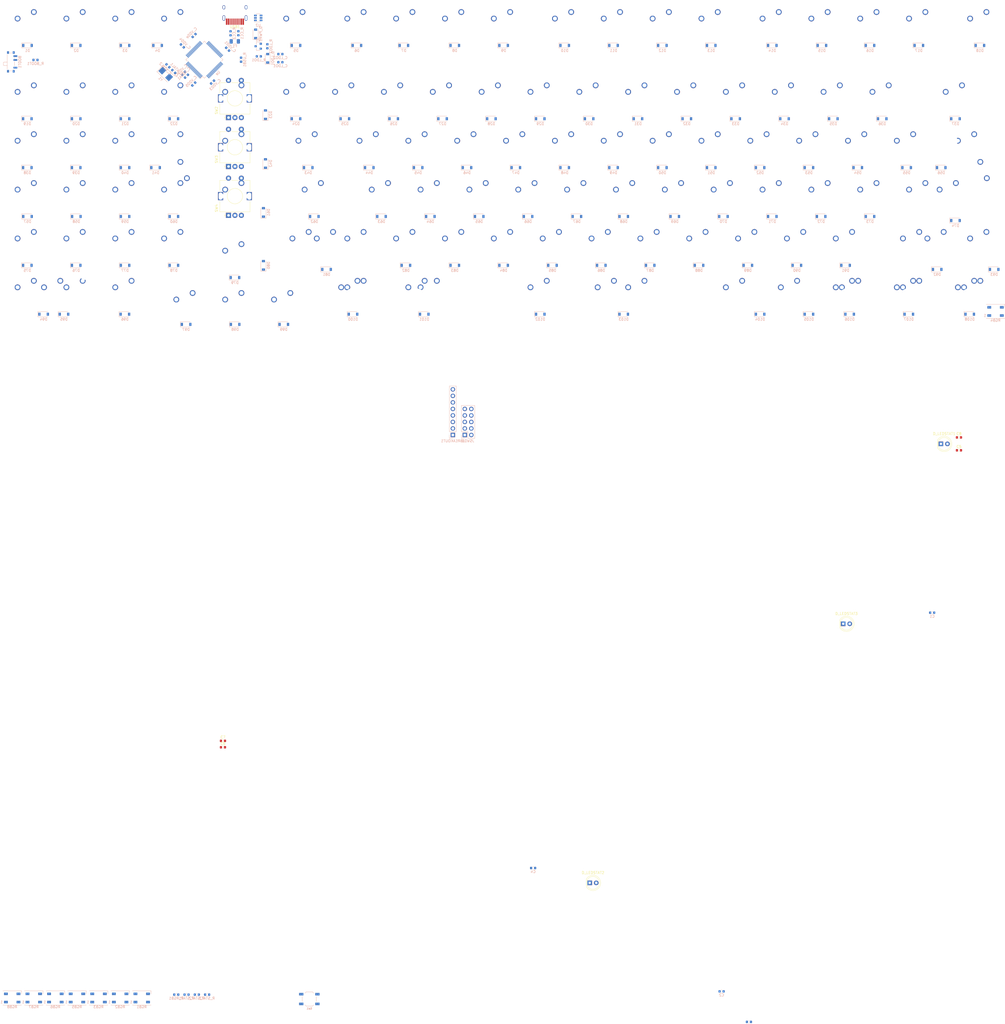
<source format=kicad_pcb>
(kicad_pcb (version 20171130) (host pcbnew "(5.1.4-0)")
  (layers (0 F.Cu signal) (31 B.Cu signal) (34 B.Paste user) (35 F.Paste user) (36 B.SilkS user hide) (37 F.SilkS user) (38 B.Mask user) (39 F.Mask user hide) (44 Edge.Cuts user))
  (net 0 "")
  (net 1 +3V3)
  (net 2 "Net-(BOOT1-Pad2)")
  (net 3 GND)
  (net 4 +5V)
  (net 5 XTAL_OUT)
  (net 6 XTAL_IN)
  (net 7 "Net-(D1-Pad2)")
  (net 8 ROW0)
  (net 9 "Net-(D2-Pad2)")
  (net 10 "Net-(D3-Pad2)")
  (net 11 "Net-(D4-Pad2)")
  (net 12 "Net-(D5-Pad2)")
  (net 13 "Net-(D6-Pad2)")
  (net 14 "Net-(D7-Pad2)")
  (net 15 "Net-(D8-Pad2)")
  (net 16 "Net-(D9-Pad2)")
  (net 17 "Net-(D10-Pad2)")
  (net 18 "Net-(D11-Pad2)")
  (net 19 "Net-(D12-Pad2)")
  (net 20 "Net-(D13-Pad2)")
  (net 21 "Net-(D14-Pad2)")
  (net 22 "Net-(D15-Pad2)")
  (net 23 "Net-(D16-Pad2)")
  (net 24 "Net-(D17-Pad2)")
  (net 25 "Net-(D18-Pad2)")
  (net 26 "Net-(D19-Pad2)")
  (net 27 ROW1)
  (net 28 "Net-(D20-Pad2)")
  (net 29 "Net-(D21-Pad2)")
  (net 30 "Net-(D22-Pad2)")
  (net 31 ENC1ROW)
  (net 32 "Net-(D24-Pad2)")
  (net 33 "Net-(D25-Pad2)")
  (net 34 "Net-(D26-Pad2)")
  (net 35 "Net-(D27-Pad2)")
  (net 36 "Net-(D28-Pad2)")
  (net 37 "Net-(D29-Pad2)")
  (net 38 "Net-(D30-Pad2)")
  (net 39 "Net-(D31-Pad2)")
  (net 40 "Net-(D32-Pad2)")
  (net 41 "Net-(D33-Pad2)")
  (net 42 "Net-(D34-Pad2)")
  (net 43 "Net-(D35-Pad2)")
  (net 44 "Net-(D36-Pad2)")
  (net 45 "Net-(D37-Pad2)")
  (net 46 "Net-(D38-Pad2)")
  (net 47 ROW2)
  (net 48 "Net-(D39-Pad2)")
  (net 49 "Net-(D40-Pad2)")
  (net 50 NP+ROW)
  (net 51 ENC2ROW)
  (net 52 "Net-(D43-Pad2)")
  (net 53 "Net-(D44-Pad2)")
  (net 54 "Net-(D45-Pad2)")
  (net 55 "Net-(D46-Pad2)")
  (net 56 "Net-(D47-Pad2)")
  (net 57 "Net-(D48-Pad2)")
  (net 58 "Net-(D49-Pad2)")
  (net 59 "Net-(D50-Pad2)")
  (net 60 "Net-(D51-Pad2)")
  (net 61 "Net-(D52-Pad2)")
  (net 62 "Net-(D53-Pad2)")
  (net 63 "Net-(D54-Pad2)")
  (net 64 "Net-(D55-Pad2)")
  (net 65 ISOENTERROW)
  (net 66 "Net-(D57-Pad2)")
  (net 67 ROW3)
  (net 68 "Net-(D58-Pad2)")
  (net 69 "Net-(D59-Pad2)")
  (net 70 "Net-(D60-Pad2)")
  (net 71 ENC3ROW)
  (net 72 "Net-(D62-Pad2)")
  (net 73 "Net-(D63-Pad2)")
  (net 74 "Net-(D64-Pad2)")
  (net 75 "Net-(D65-Pad2)")
  (net 76 "Net-(D66-Pad2)")
  (net 77 "Net-(D67-Pad2)")
  (net 78 "Net-(D68-Pad2)")
  (net 79 "Net-(D69-Pad2)")
  (net 80 "Net-(D70-Pad2)")
  (net 81 "Net-(D71-Pad2)")
  (net 82 "Net-(D72-Pad2)")
  (net 83 "Net-(D73-Pad2)")
  (net 84 ISOKEYROW)
  (net 85 "Net-(D75-Pad2)")
  (net 86 ROW4)
  (net 87 "Net-(D76-Pad2)")
  (net 88 "Net-(D77-Pad2)")
  (net 89 "Net-(D78-Pad2)")
  (net 90 SHIFTROW)
  (net 91 "Net-(D81-Pad2)")
  (net 92 "Net-(D82-Pad2)")
  (net 93 "Net-(D83-Pad2)")
  (net 94 "Net-(D84-Pad2)")
  (net 95 "Net-(D85-Pad2)")
  (net 96 "Net-(D86-Pad2)")
  (net 97 "Net-(D87-Pad2)")
  (net 98 "Net-(D88-Pad2)")
  (net 99 "Net-(D89-Pad2)")
  (net 100 "Net-(D90-Pad2)")
  (net 101 "Net-(D91-Pad2)")
  (net 102 UNSPLITROW)
  (net 103 "Net-(D93-Pad2)")
  (net 104 NP0ROW)
  (net 105 ROW5)
  (net 106 "Net-(D95-Pad2)")
  (net 107 "Net-(D96-Pad2)")
  (net 108 "Net-(D97-Pad2)")
  (net 109 "Net-(D98-Pad2)")
  (net 110 "Net-(D99-Pad2)")
  (net 111 CONTROLROW)
  (net 112 ALTROW)
  (net 113 "Net-(D102-Pad2)")
  (net 114 625SPCROW)
  (net 115 "Net-(D104-Pad2)")
  (net 116 MOD1ROW)
  (net 117 MOD2ROW)
  (net 118 MOD3ROW)
  (net 119 "Net-(D_LEDSTAT1-Pad2)")
  (net 120 "Net-(D_LEDSTAT2-Pad2)")
  (net 121 "Net-(D_LEDSTAT3-Pad2)")
  (net 122 VCC)
  (net 123 BREAKOUT8)
  (net 124 BREAKOUT7)
  (net 125 BREAKOUT6)
  (net 126 BREAKOUT5)
  (net 127 BREAKOUT4)
  (net 128 BREAKOUT3)
  (net 129 BREAKOUT2)
  (net 130 BREAKOUT1)
  (net 131 NRST)
  (net 132 "Net-(JSWD1-Pad8)")
  (net 133 "Net-(JSWD1-Pad7)")
  (net 134 "Net-(JSWD1-Pad6)")
  (net 135 SWCLK)
  (net 136 SWDIO)
  (net 137 COL0)
  (net 138 COL1)
  (net 139 COL2)
  (net 140 COL3)
  (net 141 COL4)
  (net 142 COL5)
  (net 143 COL6)
  (net 144 ALTCOL)
  (net 145 COL8)
  (net 146 625SPCCOL)
  (net 147 COL10)
  (net 148 COL11)
  (net 149 COL12)
  (net 150 COL13)
  (net 151 COL14)
  (net 152 COL15)
  (net 153 COL16)
  (net 154 COL17)
  (net 155 COL18)
  (net 156 BOOT0)
  (net 157 "Net-(R_CC1-Pad2)")
  (net 158 "Net-(R_CC2-Pad2)")
  (net 159 RGB)
  (net 160 LEDSTAT1)
  (net 161 LEDSTAT2)
  (net 162 LEDSTAT3)
  (net 163 USB_D+)
  (net 164 "Net-(RGB1-Pad2)")
  (net 165 "Net-(RGB2-Pad2)")
  (net 166 "Net-(RGB3-Pad2)")
  (net 167 "Net-(RGB4-Pad2)")
  (net 168 "Net-(RGB5-Pad2)")
  (net 169 "Net-(RGB6-Pad2)")
  (net 170 "Net-(RGB7-Pad2)")
  (net 171 "Net-(RGB8-Pad2)")
  (net 172 ENC1B)
  (net 173 ENC1A)
  (net 174 ENC2B)
  (net 175 ENC2A)
  (net 176 ENC3B)
  (net 177 ENC3A)
  (net 178 USB_D-)
  (net 179 "Net-(U3-Pad54)")
  (net 180 "Net-(U3-Pad34)")
  (net 181 "Net-(U3-Pad18)")
  (net 182 "Net-(USB1-Pad3)")
  (net 183 "Net-(USB1-Pad9)")
  (net 184 "Net-(USB1-Pad13)")
  (net 185 "Net-(D79-Pad2)")
  (net 186 "Net-(D105-Pad2)")
  (module MX_Only:MXOnly-1.25U-NoLED (layer F.Cu) (at 648.49375 193.675)
    (fp_text reference MX117)
    (fp_text value MX-NoLED)
    (pad 2 thru_hole circle (at 2.54 -5.08) (size 2.25 2.25) (drill 1.47) (layers *.Cu B.Mask) (net 116 MOD1ROW))
    (pad "" np_thru_hole circle (at 0 0) (size 3.9878 3.9878) (drill 3.9878) (layers *.Cu *.Mask))
    (pad 1 thru_hole circle (at -3.81 -2.54) (size 2.25 2.25) (drill 1.47) (layers *.Cu B.Mask) (net 149 COL12))
    (pad "" np_thru_hole circle (at -5.08 0 48.0996) (size 1.75 1.75) (drill 1.75) (layers *.Cu *.Mask))
    (pad "" np_thru_hole circle (at 5.08 0 48.0996) (size 1.75 1.75) (drill 1.75) (layers *.Cu *.Mask))
  )
  (module MX_Only:MXOnly-1.5U-NoLED (layer F.Cu) (at 693.7375 193.675)
    (fp_text reference MX113)
    (fp_text value MX-NoLED)
    (pad 2 thru_hole circle (at 2.54 -5.08) (size 2.25 2.25) (drill 1.47) (layers *.Cu B.Mask) (net 118 MOD3ROW))
    (pad "" np_thru_hole circle (at 0 0) (size 3.9878 3.9878) (drill 3.9878) (layers *.Cu *.Mask))
    (pad 1 thru_hole circle (at -3.81 -2.54) (size 2.25 2.25) (drill 1.47) (layers *.Cu B.Mask) (net 151 COL14))
    (pad "" np_thru_hole circle (at -5.08 0 48.0996) (size 1.75 1.75) (drill 1.75) (layers *.Cu *.Mask))
    (pad "" np_thru_hole circle (at 5.08 0 48.0996) (size 1.75 1.75) (drill 1.75) (layers *.Cu *.Mask))
  )
  (module MX_Only:MXOnly-1U-NoLED (layer F.Cu) (at 669.925 193.675)
    (fp_text reference MX112)
    (fp_text value MX-NoLED)
    (pad 2 thru_hole circle (at 2.54 -5.08) (size 2.25 2.25) (drill 1.47) (layers *.Cu B.Mask) (net 117 MOD2ROW))
    (pad "" np_thru_hole circle (at 0 0) (size 3.9878 3.9878) (drill 3.9878) (layers *.Cu *.Mask))
    (pad 1 thru_hole circle (at -3.81 -2.54) (size 2.25 2.25) (drill 1.47) (layers *.Cu B.Mask) (net 150 COL13))
    (pad "" np_thru_hole circle (at -5.08 0 48.0996) (size 1.75 1.75) (drill 1.75) (layers *.Cu *.Mask))
    (pad "" np_thru_hole circle (at 5.08 0 48.0996) (size 1.75 1.75) (drill 1.75) (layers *.Cu *.Mask))
  )
  (module MX_Only:MXOnly-1.5U-NoLED (layer F.Cu) (at 646.1125 193.675)
    (fp_text reference MX111)
    (fp_text value MX-NoLED)
    (pad 2 thru_hole circle (at 2.54 -5.08) (size 2.25 2.25) (drill 1.47) (layers *.Cu B.Mask) (net 116 MOD1ROW))
    (pad "" np_thru_hole circle (at 0 0) (size 3.9878 3.9878) (drill 3.9878) (layers *.Cu *.Mask))
    (pad 1 thru_hole circle (at -3.81 -2.54) (size 2.25 2.25) (drill 1.47) (layers *.Cu B.Mask) (net 149 COL12))
    (pad "" np_thru_hole circle (at -5.08 0 48.0996) (size 1.75 1.75) (drill 1.75) (layers *.Cu *.Mask))
    (pad "" np_thru_hole circle (at 5.08 0 48.0996) (size 1.75 1.75) (drill 1.75) (layers *.Cu *.Mask))
  )
  (module MX_Only:MXOnly-1.25U-NoLED (layer F.Cu) (at 624.68125 193.675)
    (fp_text reference MX110)
    (fp_text value MX-NoLED)
    (pad 2 thru_hole circle (at 2.54 -5.08) (size 2.25 2.25) (drill 1.47) (layers *.Cu B.Mask) (net 186 "Net-(D105-Pad2)"))
    (pad "" np_thru_hole circle (at 0 0) (size 3.9878 3.9878) (drill 3.9878) (layers *.Cu *.Mask))
    (pad 1 thru_hole circle (at -3.81 -2.54) (size 2.25 2.25) (drill 1.47) (layers *.Cu B.Mask) (net 148 COL11))
    (pad "" np_thru_hole circle (at -5.08 0 48.0996) (size 1.75 1.75) (drill 1.75) (layers *.Cu *.Mask))
    (pad "" np_thru_hole circle (at 5.08 0 48.0996) (size 1.75 1.75) (drill 1.75) (layers *.Cu *.Mask))
  )
  (module MX_Only:MXOnly-2.25U-NoLED (layer F.Cu) (at 686.59375 155.575)
    (fp_text reference MX77)
    (fp_text value MX-NoLED)
    (pad 2 thru_hole circle (at 2.54 -5.08) (size 2.25 2.25) (drill 1.47) (layers *.Cu B.Mask) (net 84 ISOKEYROW))
    (pad "" np_thru_hole circle (at 0 0) (size 3.9878 3.9878) (drill 3.9878) (layers *.Cu *.Mask))
    (pad 1 thru_hole circle (at -3.81 -2.54) (size 2.25 2.25) (drill 1.47) (layers *.Cu B.Mask) (net 154 COL17))
    (pad "" np_thru_hole circle (at -5.08 0 48.0996) (size 1.75 1.75) (drill 1.75) (layers *.Cu *.Mask))
    (pad "" np_thru_hole circle (at 5.08 0 48.0996) (size 1.75 1.75) (drill 1.75) (layers *.Cu *.Mask))
    (pad "" np_thru_hole circle (at -11.90625 -6.985) (size 3.048 3.048) (drill 3.048) (layers *.Cu *.Mask))
    (pad "" np_thru_hole circle (at 11.90625 -6.985) (size 3.048 3.048) (drill 3.048) (layers *.Cu *.Mask))
    (pad "" np_thru_hole circle (at -11.90625 8.255) (size 3.9878 3.9878) (drill 3.9878) (layers *.Cu *.Mask))
    (pad "" np_thru_hole circle (at 11.90625 8.255) (size 3.9878 3.9878) (drill 3.9878) (layers *.Cu *.Mask))
  )
  (module MX_Only:MXOnly-1.25U-NoLED (layer F.Cu) (at 434.2 174.625)
    (fp_text reference MX84)
    (fp_text value MX-NoLED)
    (pad 2 thru_hole circle (at 2.54 -5.08) (size 2.25 2.25) (drill 1.47) (layers *.Cu B.Mask) (net 90 SHIFTROW))
    (pad "" np_thru_hole circle (at 0 0) (size 3.9878 3.9878) (drill 3.9878) (layers *.Cu *.Mask))
    (pad 1 thru_hole circle (at -3.81 -2.54) (size 2.25 2.25) (drill 1.47) (layers *.Cu B.Mask) (net 142 COL5))
    (pad "" np_thru_hole circle (at -5.08 0 48.0996) (size 1.75 1.75) (drill 1.75) (layers *.Cu *.Mask))
    (pad "" np_thru_hole circle (at 5.08 0 48.0996) (size 1.75 1.75) (drill 1.75) (layers *.Cu *.Mask))
  )
  (module MX_Only:MXOnly-1U-NoLED (layer F.Cu) (at 407.9875 179.3875)
    (fp_text reference MX83)
    (fp_text value MX-NoLED)
    (pad 2 thru_hole circle (at 2.54 -5.08) (size 2.25 2.25) (drill 1.47) (layers *.Cu B.Mask) (net 185 "Net-(D79-Pad2)"))
    (pad "" np_thru_hole circle (at 0 0) (size 3.9878 3.9878) (drill 3.9878) (layers *.Cu *.Mask))
    (pad 1 thru_hole circle (at -3.81 -2.54) (size 2.25 2.25) (drill 1.47) (layers *.Cu B.Mask) (net 141 COL4))
    (pad "" np_thru_hole circle (at -5.08 0 48.0996) (size 1.75 1.75) (drill 1.75) (layers *.Cu *.Mask))
    (pad "" np_thru_hole circle (at 5.08 0 48.0996) (size 1.75 1.75) (drill 1.75) (layers *.Cu *.Mask))
  )
  (module MX_Only:MXOnly-ISO-ROTATED-ReversedStabilizers-NoLED (layer F.Cu) (at 696.11875 146.05)
    (fp_text reference MX58)
    (fp_text value MX-NoLED)
    (pad "" np_thru_hole circle (at -8.255 -11.938) (size 3.9878 3.9878) (drill 3.9878) (layers *.Cu *.Mask))
    (pad "" np_thru_hole circle (at -8.255 11.938) (size 3.9878 3.9878) (drill 3.9878) (layers *.Cu *.Mask))
    (pad "" np_thru_hole circle (at 6.985 -11.938) (size 3.048 3.048) (drill 3.048) (layers *.Cu *.Mask))
    (pad "" np_thru_hole circle (at 6.985 11.938) (size 3.048 3.048) (drill 3.048) (layers *.Cu *.Mask))
    (pad "" np_thru_hole circle (at 0 5.08 48.0996) (size 1.75 1.75) (drill 1.75) (layers *.Cu *.Mask))
    (pad "" np_thru_hole circle (at 0 -5.08 48.0996) (size 1.75 1.75) (drill 1.75) (layers *.Cu *.Mask))
    (pad 1 thru_hole circle (at 2.54 -3.81) (size 2.25 2.25) (drill 1.47) (layers *.Cu B.Mask) (net 155 COL18))
    (pad "" np_thru_hole circle (at 0 0) (size 3.9878 3.9878) (drill 3.9878) (layers *.Cu *.Mask))
    (pad 2 thru_hole circle (at 5.08 2.54) (size 2.25 2.25) (drill 1.47) (layers *.Cu B.Mask) (net 65 ISOENTERROW))
  )
  (module MX_Only:MXOnly-1U-NoLED (layer F.Cu) (at 674.6875 155.575)
    (fp_text reference MX76)
    (fp_text value MX-NoLED)
    (pad 2 thru_hole circle (at 2.54 -5.08) (size 2.25 2.25) (drill 1.47) (layers *.Cu B.Mask) (net 84 ISOKEYROW))
    (pad "" np_thru_hole circle (at 0 0) (size 3.9878 3.9878) (drill 3.9878) (layers *.Cu *.Mask))
    (pad 1 thru_hole circle (at -3.81 -2.54) (size 2.25 2.25) (drill 1.47) (layers *.Cu B.Mask) (net 154 COL17))
    (pad "" np_thru_hole circle (at -5.08 0 48.0996) (size 1.75 1.75) (drill 1.75) (layers *.Cu *.Mask))
    (pad "" np_thru_hole circle (at 5.08 0 48.0996) (size 1.75 1.75) (drill 1.75) (layers *.Cu *.Mask))
  )
  (module Diode_SMD:D_SOD-123 (layer B.Cu) (at 688.975 165.1)
    (fp_text reference D74 (at 0 2) (layer B.SilkS) (effects (justify mirror)))
    (fp_text value D_Small)
    (pad 2 smd rect (at 1.65 0) (size 0.9 1.2) (layers B.Cu B.Paste B.Mask) (net 84 ISOKEYROW))
    (pad 1 smd rect (at -1.65 0) (size 0.9 1.2) (layers B.Cu B.Paste B.Mask) (net 67 ROW3))
  )
  (module MX_Only:MXOnly-1U-NoLED (layer F.Cu) (at 327.025 117.475)
    (fp_text reference MX19)
    (fp_text value MX-NoLED)
    (pad 2 thru_hole circle (at 2.54 -5.08) (size 2.25 2.25) (drill 1.47) (layers *.Cu B.Mask) (net 26 "Net-(D19-Pad2)"))
    (pad "" np_thru_hole circle (at 0 0) (size 3.9878 3.9878) (drill 3.9878) (layers *.Cu *.Mask))
    (pad 1 thru_hole circle (at -3.81 -2.54) (size 2.25 2.25) (drill 1.47) (layers *.Cu B.Mask) (net 137 COL0))
    (pad "" np_thru_hole circle (at -5.08 0 48.0996) (size 1.75 1.75) (drill 1.75) (layers *.Cu *.Mask))
    (pad "" np_thru_hole circle (at 5.08 0 48.0996) (size 1.75 1.75) (drill 1.75) (layers *.Cu *.Mask))
  )
  (module MX_Only:MXOnly-1U-NoLED (layer F.Cu) (at 536.575 88.9)
    (fp_text reference MX10)
    (fp_text value MX-NoLED)
    (pad 2 thru_hole circle (at 2.54 -5.08) (size 2.25 2.25) (drill 1.47) (layers *.Cu B.Mask) (net 17 "Net-(D10-Pad2)"))
    (pad "" np_thru_hole circle (at 0 0) (size 3.9878 3.9878) (drill 3.9878) (layers *.Cu *.Mask))
    (pad 1 thru_hole circle (at -3.81 -2.54) (size 2.25 2.25) (drill 1.47) (layers *.Cu B.Mask) (net 146 625SPCCOL))
    (pad "" np_thru_hole circle (at -5.08 0 48.0996) (size 1.75 1.75) (drill 1.75) (layers *.Cu *.Mask))
    (pad "" np_thru_hole circle (at 5.08 0 48.0996) (size 1.75 1.75) (drill 1.75) (layers *.Cu *.Mask))
  )
  (module MX_Only:MXOnly-1U-NoLED (layer F.Cu) (at 431.8 88.9)
    (fp_text reference MX5)
    (fp_text value MX-NoLED)
    (pad 2 thru_hole circle (at 2.54 -5.08) (size 2.25 2.25) (drill 1.47) (layers *.Cu B.Mask) (net 12 "Net-(D5-Pad2)"))
    (pad "" np_thru_hole circle (at 0 0) (size 3.9878 3.9878) (drill 3.9878) (layers *.Cu *.Mask))
    (pad 1 thru_hole circle (at -3.81 -2.54) (size 2.25 2.25) (drill 1.47) (layers *.Cu B.Mask) (net 141 COL4))
    (pad "" np_thru_hole circle (at -5.08 0 48.0996) (size 1.75 1.75) (drill 1.75) (layers *.Cu *.Mask))
    (pad "" np_thru_hole circle (at 5.08 0 48.0996) (size 1.75 1.75) (drill 1.75) (layers *.Cu *.Mask))
  )
  (module Button_Switch_SMD:SW_SPDT_PCM12 (layer B.Cu) (at 320.929 103.251 90)
    (fp_text reference BOOT1 (at 0 3.2 90) (layer B.SilkS) (effects (justify mirror)))
    (fp_text value SW_SPDT)
    (pad "" smd rect (at -3.65 0.78 90) (size 1 0.8) (layers B.Cu B.Paste B.Mask))
    (pad "" smd rect (at 3.65 0.78 90) (size 1 0.8) (layers B.Cu B.Paste B.Mask))
    (pad "" smd rect (at 3.65 -1.43 90) (size 1 0.8) (layers B.Cu B.Paste B.Mask))
    (pad "" smd rect (at -3.65 -1.43 90) (size 1 0.8) (layers B.Cu B.Paste B.Mask))
    (pad 3 smd rect (at 2.25 1.43 90) (size 0.7 1.5) (layers B.Cu B.Paste B.Mask) (net 3 GND))
    (pad 2 smd rect (at 0.75 1.43 90) (size 0.7 1.5) (layers B.Cu B.Paste B.Mask) (net 2 "Net-(BOOT1-Pad2)"))
    (pad 1 smd rect (at -2.25 1.43 90) (size 0.7 1.5) (layers B.Cu B.Paste B.Mask) (net 1 +3V3))
    (pad "" np_thru_hole circle (at 1.5 -0.33 90) (size 0.9 0.9) (drill 0.9) (layers *.Cu *.Mask))
    (pad "" np_thru_hole circle (at -1.5 -0.33 90) (size 0.9 0.9) (drill 0.9) (layers *.Cu *.Mask))
  )
  (module Crystal:Crystal_SMD_5032-2Pin_5.0x3.2mm (layer B.Cu) (at 381 107.95 315)
    (fp_text reference Y1 (at 0 2.8 135) (layer B.SilkS) (effects (justify mirror)))
    (fp_text value 8MHz)
    (pad 2 smd rect (at 1.85 0 315) (size 2 2.4) (layers B.Cu B.Paste B.Mask) (net 5 XTAL_OUT))
    (pad 1 smd rect (at -1.85 0 315) (size 2 2.4) (layers B.Cu B.Paste B.Mask) (net 6 XTAL_IN))
  )
  (module Type-C:HRO-TYPE-C-31-M-12-HandSoldering (layer F.Cu) (at 407.9875 79.375 180)
    (fp_text reference USB1 (at 0 -10.2) (layer F.SilkS))
    (fp_text value HRO-TYPE-C-31-M-12)
    (pad 12 smd rect (at 3.225 -8.195 180) (size 0.6 2.45) (layers F.Cu F.Paste F.Mask) (net 3 GND))
    (pad 1 smd rect (at -3.225 -8.195 180) (size 0.6 2.45) (layers F.Cu F.Paste F.Mask) (net 3 GND))
    (pad 11 smd rect (at 2.45 -8.195 180) (size 0.6 2.45) (layers F.Cu F.Paste F.Mask) (net 122 VCC))
    (pad 2 smd rect (at -2.45 -8.195 180) (size 0.6 2.45) (layers F.Cu F.Paste F.Mask) (net 122 VCC))
    (pad 3 smd rect (at -1.75 -8.195 180) (size 0.3 2.45) (layers F.Cu F.Paste F.Mask) (net 182 "Net-(USB1-Pad3)"))
    (pad 10 smd rect (at 1.75 -8.195 180) (size 0.3 2.45) (layers F.Cu F.Paste F.Mask) (net 158 "Net-(R_CC2-Pad2)"))
    (pad 4 smd rect (at -1.25 -8.195 180) (size 0.3 2.45) (layers F.Cu F.Paste F.Mask) (net 157 "Net-(R_CC1-Pad2)"))
    (pad 9 smd rect (at 1.25 -8.195 180) (size 0.3 2.45) (layers F.Cu F.Paste F.Mask) (net 183 "Net-(USB1-Pad9)"))
    (pad 5 smd rect (at -0.75 -8.195 180) (size 0.3 2.45) (layers F.Cu F.Paste F.Mask) (net 178 USB_D-))
    (pad 8 smd rect (at 0.75 -8.195 180) (size 0.3 2.45) (layers F.Cu F.Paste F.Mask) (net 163 USB_D+))
    (pad 7 smd rect (at 0.25 -8.195 180) (size 0.3 2.45) (layers F.Cu F.Paste F.Mask) (net 178 USB_D-))
    (pad 6 smd rect (at -0.25 -8.195 180) (size 0.3 2.45) (layers F.Cu F.Paste F.Mask) (net 163 USB_D+))
    (pad "" np_thru_hole circle (at 2.89 -6.25 180) (size 0.65 0.65) (drill 0.65) (layers *.Cu *.Mask))
    (pad "" np_thru_hole circle (at -2.89 -6.25 180) (size 0.65 0.65) (drill 0.65) (layers *.Cu *.Mask))
    (pad 13 thru_hole oval (at -4.32 -6.78 180) (size 1 2.1) (drill oval 0.6 1.7) (layers *.Cu B.Mask) (net 184 "Net-(USB1-Pad13)"))
    (pad 13 thru_hole oval (at 4.32 -6.78 180) (size 1 2.1) (drill oval 0.6 1.7) (layers *.Cu B.Mask) (net 184 "Net-(USB1-Pad13)"))
    (pad 13 thru_hole oval (at -4.32 -2.6 180) (size 1 1.6) (drill oval 0.6 1.2) (layers *.Cu B.Mask) (net 184 "Net-(USB1-Pad13)"))
    (pad 13 thru_hole oval (at 4.32 -2.6 180) (size 1 1.6) (drill oval 0.6 1.2) (layers *.Cu B.Mask) (net 184 "Net-(USB1-Pad13)"))
  )
  (module Package_QFP:LQFP-64_10x10mm_P0.5mm (layer B.Cu) (at 396.08125 102.39375 45)
    (fp_text reference Ue (at 0 7.4 225) (layer B.SilkS) (effects (justify mirror)))
    (fp_text value STM32F303RCTx)
    (pad 64 smd roundrect (at -3.75 5.675 45) (size 0.3 1.55) (layers B.Cu B.Paste B.Mask) (net 1 +3V3))
    (pad 63 smd roundrect (at -3.25 5.675 45) (size 0.3 1.55) (layers B.Cu B.Paste B.Mask) (net 3 GND))
    (pad 62 smd roundrect (at -2.75 5.675 45) (size 0.3 1.55) (layers B.Cu B.Paste B.Mask) (net 127 BREAKOUT4))
    (pad 61 smd roundrect (at -2.25 5.675 45) (size 0.3 1.55) (layers B.Cu B.Paste B.Mask) (net 128 BREAKOUT3))
    (pad 60 smd roundrect (at -1.75 5.675 45) (size 0.3 1.55) (layers B.Cu B.Paste B.Mask) (net 156 BOOT0))
    (pad 59 smd roundrect (at -1.25 5.675 45) (size 0.3 1.55) (layers B.Cu B.Paste B.Mask) (net 129 BREAKOUT2))
    (pad 58 smd roundrect (at -0.75 5.675 45) (size 0.3 1.55) (layers B.Cu B.Paste B.Mask) (net 130 BREAKOUT1))
    (pad 57 smd roundrect (at -0.25 5.675 45) (size 0.3 1.55) (layers B.Cu B.Paste B.Mask) (net 105 ROW5))
    (pad 56 smd roundrect (at 0.25 5.675 45) (size 0.3 1.55) (layers B.Cu B.Paste B.Mask) (net 86 ROW4))
    (pad 55 smd roundrect (at 0.75 5.675 45) (size 0.3 1.55) (layers B.Cu B.Paste B.Mask) (net 67 ROW3))
    (pad 54 smd roundrect (at 1.25 5.675 45) (size 0.3 1.55) (layers B.Cu B.Paste B.Mask) (net 179 "Net-(U3-Pad54)"))
    (pad 53 smd roundrect (at 1.75 5.675 45) (size 0.3 1.55) (layers B.Cu B.Paste B.Mask) (net 143 COL6))
    (pad 52 smd roundrect (at 2.25 5.675 45) (size 0.3 1.55) (layers B.Cu B.Paste B.Mask) (net 142 COL5))
    (pad 51 smd roundrect (at 2.75 5.675 45) (size 0.3 1.55) (layers B.Cu B.Paste B.Mask) (net 141 COL4))
    (pad 50 smd roundrect (at 3.25 5.675 45) (size 0.3 1.55) (layers B.Cu B.Paste B.Mask) (net 162 LEDSTAT3))
    (pad 49 smd roundrect (at 3.75 5.675 45) (size 0.3 1.55) (layers B.Cu B.Paste B.Mask) (net 135 SWCLK))
    (pad 48 smd roundrect (at 5.675 3.75 45) (size 1.55 0.3) (layers B.Cu B.Paste B.Mask) (net 1 +3V3))
    (pad 47 smd roundrect (at 5.675 3.25 45) (size 1.55 0.3) (layers B.Cu B.Paste B.Mask) (net 3 GND))
    (pad 46 smd roundrect (at 5.675 2.75 45) (size 1.55 0.3) (layers B.Cu B.Paste B.Mask) (net 136 SWDIO))
    (pad 45 smd roundrect (at 5.675 2.25 45) (size 1.55 0.3) (layers B.Cu B.Paste B.Mask) (net 163 USB_D+))
    (pad 44 smd roundrect (at 5.675 1.75 45) (size 1.55 0.3) (layers B.Cu B.Paste B.Mask) (net 178 USB_D-))
    (pad 43 smd roundrect (at 5.675 1.25 45) (size 1.55 0.3) (layers B.Cu B.Paste B.Mask) (net 161 LEDSTAT2))
    (pad 42 smd roundrect (at 5.675 0.75 45) (size 1.55 0.3) (layers B.Cu B.Paste B.Mask) (net 160 LEDSTAT1))
    (pad 41 smd roundrect (at 5.675 0.25 45) (size 1.55 0.3) (layers B.Cu B.Paste B.Mask) (net 155 COL18))
    (pad 40 smd roundrect (at 5.675 -0.25 45) (size 1.55 0.3) (layers B.Cu B.Paste B.Mask) (net 140 COL3))
    (pad 39 smd roundrect (at 5.675 -0.75 45) (size 1.55 0.3) (layers B.Cu B.Paste B.Mask) (net 139 COL2))
    (pad 38 smd roundrect (at 5.675 -1.25 45) (size 1.55 0.3) (layers B.Cu B.Paste B.Mask) (net 138 COL1))
    (pad 37 smd roundrect (at 5.675 -1.75 45) (size 1.55 0.3) (layers B.Cu B.Paste B.Mask) (net 137 COL0))
    (pad 36 smd roundrect (at 5.675 -2.25 45) (size 1.55 0.3) (layers B.Cu B.Paste B.Mask) (net 159 RGB))
    (pad 35 smd roundrect (at 5.675 -2.75 45) (size 1.55 0.3) (layers B.Cu B.Paste B.Mask) (net 123 BREAKOUT8))
    (pad 34 smd roundrect (at 5.675 -3.25 45) (size 1.55 0.3) (layers B.Cu B.Paste B.Mask) (net 180 "Net-(U3-Pad34)"))
    (pad 33 smd roundrect (at 5.675 -3.75 45) (size 1.55 0.3) (layers B.Cu B.Paste B.Mask) (net 124 BREAKOUT7))
    (pad 32 smd roundrect (at 3.75 -5.675 45) (size 0.3 1.55) (layers B.Cu B.Paste B.Mask) (net 1 +3V3))
    (pad 31 smd roundrect (at 3.25 -5.675 45) (size 0.3 1.55) (layers B.Cu B.Paste B.Mask) (net 3 GND))
    (pad 30 smd roundrect (at 2.75 -5.675 45) (size 0.3 1.55) (layers B.Cu B.Paste B.Mask) (net 125 BREAKOUT6))
    (pad 29 smd roundrect (at 2.25 -5.675 45) (size 0.3 1.55) (layers B.Cu B.Paste B.Mask) (net 126 BREAKOUT5))
    (pad 28 smd roundrect (at 1.75 -5.675 45) (size 0.3 1.55) (layers B.Cu B.Paste B.Mask) (net 47 ROW2))
    (pad 27 smd roundrect (at 1.25 -5.675 45) (size 0.3 1.55) (layers B.Cu B.Paste B.Mask) (net 27 ROW1))
    (pad 26 smd roundrect (at 0.75 -5.675 45) (size 0.3 1.55) (layers B.Cu B.Paste B.Mask) (net 8 ROW0))
    (pad 25 smd roundrect (at 0.25 -5.675 45) (size 0.3 1.55) (layers B.Cu B.Paste B.Mask) (net 176 ENC3B))
    (pad 24 smd roundrect (at -0.25 -5.675 45) (size 0.3 1.55) (layers B.Cu B.Paste B.Mask) (net 174 ENC2B))
    (pad 23 smd roundrect (at -0.75 -5.675 45) (size 0.3 1.55) (layers B.Cu B.Paste B.Mask) (net 154 COL17))
    (pad 22 smd roundrect (at -1.25 -5.675 45) (size 0.3 1.55) (layers B.Cu B.Paste B.Mask) (net 153 COL16))
    (pad 21 smd roundrect (at -1.75 -5.675 45) (size 0.3 1.55) (layers B.Cu B.Paste B.Mask) (net 152 COL15))
    (pad 20 smd roundrect (at -2.25 -5.675 45) (size 0.3 1.55) (layers B.Cu B.Paste B.Mask) (net 151 COL14))
    (pad 19 smd roundrect (at -2.75 -5.675 45) (size 0.3 1.55) (layers B.Cu B.Paste B.Mask) (net 1 +3V3))
    (pad 18 smd roundrect (at -3.25 -5.675 45) (size 0.3 1.55) (layers B.Cu B.Paste B.Mask) (net 181 "Net-(U3-Pad18)"))
    (pad 17 smd roundrect (at -3.75 -5.675 45) (size 0.3 1.55) (layers B.Cu B.Paste B.Mask) (net 150 COL13))
    (pad 16 smd roundrect (at -5.675 -3.75 45) (size 1.55 0.3) (layers B.Cu B.Paste B.Mask) (net 149 COL12))
    (pad 15 smd roundrect (at -5.675 -3.25 45) (size 1.55 0.3) (layers B.Cu B.Paste B.Mask) (net 148 COL11))
    (pad 14 smd roundrect (at -5.675 -2.75 45) (size 1.55 0.3) (layers B.Cu B.Paste B.Mask) (net 147 COL10))
    (pad 13 smd roundrect (at -5.675 -2.25 45) (size 1.55 0.3) (layers B.Cu B.Paste B.Mask) (net 1 +3V3))
    (pad 12 smd roundrect (at -5.675 -1.75 45) (size 1.55 0.3) (layers B.Cu B.Paste B.Mask) (net 3 GND))
    (pad 11 smd roundrect (at -5.675 -1.25 45) (size 1.55 0.3) (layers B.Cu B.Paste B.Mask) (net 172 ENC1B))
    (pad 10 smd roundrect (at -5.675 -0.75 45) (size 1.55 0.3) (layers B.Cu B.Paste B.Mask) (net 177 ENC3A))
    (pad 9 smd roundrect (at -5.675 -0.25 45) (size 1.55 0.3) (layers B.Cu B.Paste B.Mask) (net 175 ENC2A))
    (pad 8 smd roundrect (at -5.675 0.25 45) (size 1.55 0.3) (layers B.Cu B.Paste B.Mask) (net 173 ENC1A))
    (pad 7 smd roundrect (at -5.675 0.75 45) (size 1.55 0.3) (layers B.Cu B.Paste B.Mask) (net 131 NRST))
    (pad 6 smd roundrect (at -5.675 1.25 45) (size 1.55 0.3) (layers B.Cu B.Paste B.Mask) (net 5 XTAL_OUT))
    (pad 5 smd roundrect (at -5.675 1.75 45) (size 1.55 0.3) (layers B.Cu B.Paste B.Mask) (net 6 XTAL_IN))
    (pad 4 smd roundrect (at -5.675 2.25 45) (size 1.55 0.3) (layers B.Cu B.Paste B.Mask) (net 146 625SPCCOL))
    (pad 3 smd roundrect (at -5.675 2.75 45) (size 1.55 0.3) (layers B.Cu B.Paste B.Mask) (net 145 COL8))
    (pad 2 smd roundrect (at -5.675 3.25 45) (size 1.55 0.3) (layers B.Cu B.Paste B.Mask) (net 144 ALTCOL))
    (pad 1 smd roundrect (at -5.675 3.75 45) (size 1.55 0.3) (layers B.Cu B.Paste B.Mask) (net 1 +3V3))
  )
  (module Package_TO_SOT_SMD:SOT-23-6 (layer B.Cu) (at 417.068 86.106)
    (fp_text reference U2 (at 0 2.9) (layer B.SilkS) (effects (justify mirror)))
    (fp_text value SRV05-4)
    (pad 5 smd rect (at 1.1 0) (size 1.06 0.65) (layers B.Cu B.Paste B.Mask) (net 122 VCC))
    (pad 6 smd rect (at 1.1 0.95) (size 1.06 0.65) (layers B.Cu B.Paste B.Mask) (net 163 USB_D+))
    (pad 4 smd rect (at 1.1 -0.95) (size 1.06 0.65) (layers B.Cu B.Paste B.Mask) (net 178 USB_D-))
    (pad 3 smd rect (at -1.1 -0.95) (size 1.06 0.65) (layers B.Cu B.Paste B.Mask) (net 163 USB_D+))
    (pad 2 smd rect (at -1.1 0) (size 1.06 0.65) (layers B.Cu B.Paste B.Mask) (net 3 GND))
    (pad 1 smd rect (at -1.1 0.95) (size 1.06 0.65) (layers B.Cu B.Paste B.Mask) (net 178 USB_D-))
  )
  (module Package_TO_SOT_SMD:SOT-23 (layer B.Cu) (at 417.068 97.155 180)
    (fp_text reference U1 (at 0 2.5) (layer B.SilkS) (effects (justify mirror)))
    (fp_text value MCP1700-3302E_SOT23)
    (pad 3 smd rect (at 1 0 180) (size 0.9 0.8) (layers B.Cu B.Paste B.Mask) (net 4 +5V))
    (pad 2 smd rect (at -1 -0.95 180) (size 0.9 0.8) (layers B.Cu B.Paste B.Mask) (net 1 +3V3))
    (pad 1 smd rect (at -1 0.95 180) (size 0.9 0.8) (layers B.Cu B.Paste B.Mask) (net 3 GND))
  )
  (module Keebio-Parts:RotaryEncoder_Alps_EC11E-Switch_Vertical_H20mm (layer F.Cu) (at 407.9875 155.575 90)
    (fp_text reference SW4 (at -4.7 -7.2 90) (layer F.SilkS))
    (fp_text value Rotary_Encoder_Switch)
    (pad S1 thru_hole circle (at 7 2.5 90) (size 2 2) (drill 1) (layers *.Cu *.Mask) (net 71 ENC3ROW))
    (pad S2 thru_hole circle (at 7 -2.5 90) (size 2 2) (drill 1) (layers *.Cu *.Mask) (net 141 COL4))
    (pad MP thru_hole rect (at 0 5.6 90) (size 3.2 2) (drill oval 2.8 1.5) (layers *.Cu *.Mask))
    (pad MP thru_hole rect (at 0 -5.6 90) (size 3.2 2) (drill oval 2.8 1.5) (layers *.Cu *.Mask))
    (pad B thru_hole circle (at -7.5 2.5 90) (size 2 2) (drill 1) (layers *.Cu *.Mask) (net 176 ENC3B))
    (pad C thru_hole circle (at -7.5 0 90) (size 2 2) (drill 1) (layers *.Cu *.Mask) (net 3 GND))
    (pad A thru_hole rect (at -7.5 -2.5 90) (size 2 2) (drill 1) (layers *.Cu *.Mask) (net 177 ENC3A))
  )
  (module Keebio-Parts:RotaryEncoder_Alps_EC11E-Switch_Vertical_H20mm (layer F.Cu) (at 407.9875 136.525 90)
    (fp_text reference SW3 (at -4.7 -7.2 90) (layer F.SilkS))
    (fp_text value Rotary_Encoder_Switch)
    (pad S1 thru_hole circle (at 7 2.5 90) (size 2 2) (drill 1) (layers *.Cu *.Mask) (net 51 ENC2ROW))
    (pad S2 thru_hole circle (at 7 -2.5 90) (size 2 2) (drill 1) (layers *.Cu *.Mask) (net 141 COL4))
    (pad MP thru_hole rect (at 0 5.6 90) (size 3.2 2) (drill oval 2.8 1.5) (layers *.Cu *.Mask))
    (pad MP thru_hole rect (at 0 -5.6 90) (size 3.2 2) (drill oval 2.8 1.5) (layers *.Cu *.Mask))
    (pad B thru_hole circle (at -7.5 2.5 90) (size 2 2) (drill 1) (layers *.Cu *.Mask) (net 174 ENC2B))
    (pad C thru_hole circle (at -7.5 0 90) (size 2 2) (drill 1) (layers *.Cu *.Mask) (net 3 GND))
    (pad A thru_hole rect (at -7.5 -2.5 90) (size 2 2) (drill 1) (layers *.Cu *.Mask) (net 175 ENC2A))
  )
  (module Keebio-Parts:RotaryEncoder_Alps_EC11E-Switch_Vertical_H20mm (layer F.Cu) (at 407.9875 117.475 90)
    (fp_text reference SW2 (at -4.7 -7.2 90) (layer F.SilkS))
    (fp_text value Rotary_Encoder_Switch)
    (pad S1 thru_hole circle (at 7 2.5 90) (size 2 2) (drill 1) (layers *.Cu *.Mask) (net 31 ENC1ROW))
    (pad S2 thru_hole circle (at 7 -2.5 90) (size 2 2) (drill 1) (layers *.Cu *.Mask) (net 141 COL4))
    (pad MP thru_hole rect (at 0 5.6 90) (size 3.2 2) (drill oval 2.8 1.5) (layers *.Cu *.Mask))
    (pad MP thru_hole rect (at 0 -5.6 90) (size 3.2 2) (drill oval 2.8 1.5) (layers *.Cu *.Mask))
    (pad B thru_hole circle (at -7.5 2.5 90) (size 2 2) (drill 1) (layers *.Cu *.Mask) (net 172 ENC1B))
    (pad C thru_hole circle (at -7.5 0 90) (size 2 2) (drill 1) (layers *.Cu *.Mask) (net 3 GND))
    (pad A thru_hole rect (at -7.5 -2.5 90) (size 2 2) (drill 1) (layers *.Cu *.Mask) (net 173 ENC1A))
  )
  (module Keebio-Parts:SW_SPST_TL3342 (layer B.Cu) (at 436.991251 468.589999)
    (fp_text reference SW1 (at 0 3.75) (layer B.SilkS) (effects (font (size 0.7 0.7)) (justify mirror)))
    (fp_text value SW_Push)
    (pad 1 smd rect (at -3.15 1.9) (size 1.7 1) (layers B.Cu B.Paste B.Mask) (net 131 NRST))
    (pad 1 smd rect (at 3.15 1.9) (size 1.7 1) (layers B.Cu B.Paste B.Mask) (net 131 NRST))
    (pad 2 smd rect (at -3.15 -1.9) (size 1.7 1) (layers B.Cu B.Paste B.Mask) (net 3 GND))
    (pad 2 smd rect (at 3.15 -1.9) (size 1.7 1) (layers B.Cu B.Paste B.Mask) (net 3 GND))
  )
  (module LED_SMD:LED_WS2812B_PLCC4_5.0x5.0mm_P3.2mm (layer B.Cu) (at 321.116251 468.164999)
    (fp_text reference RGB8 (at 0 3.5) (layer B.SilkS) (effects (justify mirror)))
    (fp_text value WS2812B)
    (fp_text user 1 (at -4.15 1.6) (layer B.SilkS) (effects (justify mirror)))
    (pad 1 smd rect (at -2.45 1.6) (size 1.5 1) (layers B.Cu B.Paste B.Mask) (net 4 +5V))
    (pad 2 smd rect (at -2.45 -1.6) (size 1.5 1) (layers B.Cu B.Paste B.Mask) (net 171 "Net-(RGB8-Pad2)"))
    (pad 4 smd rect (at 2.45 1.6) (size 1.5 1) (layers B.Cu B.Paste B.Mask) (net 170 "Net-(RGB7-Pad2)"))
    (pad 3 smd rect (at 2.45 -1.6) (size 1.5 1) (layers B.Cu B.Paste B.Mask) (net 3 GND))
  )
  (module LED_SMD:LED_WS2812B_PLCC4_5.0x5.0mm_P3.2mm (layer B.Cu) (at 329.536251 468.164999)
    (fp_text reference RGB7 (at 0 3.5) (layer B.SilkS) (effects (justify mirror)))
    (fp_text value WS2812B)
    (fp_text user 1 (at -4.15 1.6) (layer B.SilkS) (effects (justify mirror)))
    (pad 1 smd rect (at -2.45 1.6) (size 1.5 1) (layers B.Cu B.Paste B.Mask) (net 4 +5V))
    (pad 2 smd rect (at -2.45 -1.6) (size 1.5 1) (layers B.Cu B.Paste B.Mask) (net 170 "Net-(RGB7-Pad2)"))
    (pad 4 smd rect (at 2.45 1.6) (size 1.5 1) (layers B.Cu B.Paste B.Mask) (net 169 "Net-(RGB6-Pad2)"))
    (pad 3 smd rect (at 2.45 -1.6) (size 1.5 1) (layers B.Cu B.Paste B.Mask) (net 3 GND))
  )
  (module LED_SMD:LED_WS2812B_PLCC4_5.0x5.0mm_P3.2mm (layer B.Cu) (at 337.956251 468.164999)
    (fp_text reference RGB6 (at 0 3.5) (layer B.SilkS) (effects (justify mirror)))
    (fp_text value WS2812B)
    (fp_text user 1 (at -4.15 1.6) (layer B.SilkS) (effects (justify mirror)))
    (pad 1 smd rect (at -2.45 1.6) (size 1.5 1) (layers B.Cu B.Paste B.Mask) (net 4 +5V))
    (pad 2 smd rect (at -2.45 -1.6) (size 1.5 1) (layers B.Cu B.Paste B.Mask) (net 169 "Net-(RGB6-Pad2)"))
    (pad 4 smd rect (at 2.45 1.6) (size 1.5 1) (layers B.Cu B.Paste B.Mask) (net 168 "Net-(RGB5-Pad2)"))
    (pad 3 smd rect (at 2.45 -1.6) (size 1.5 1) (layers B.Cu B.Paste B.Mask) (net 3 GND))
  )
  (module LED_SMD:LED_WS2812B_PLCC4_5.0x5.0mm_P3.2mm (layer B.Cu) (at 346.376251 468.164999)
    (fp_text reference RGB5 (at 0 3.5) (layer B.SilkS) (effects (justify mirror)))
    (fp_text value WS2812B)
    (fp_text user 1 (at -4.15 1.6) (layer B.SilkS) (effects (justify mirror)))
    (pad 1 smd rect (at -2.45 1.6) (size 1.5 1) (layers B.Cu B.Paste B.Mask) (net 4 +5V))
    (pad 2 smd rect (at -2.45 -1.6) (size 1.5 1) (layers B.Cu B.Paste B.Mask) (net 168 "Net-(RGB5-Pad2)"))
    (pad 4 smd rect (at 2.45 1.6) (size 1.5 1) (layers B.Cu B.Paste B.Mask) (net 167 "Net-(RGB4-Pad2)"))
    (pad 3 smd rect (at 2.45 -1.6) (size 1.5 1) (layers B.Cu B.Paste B.Mask) (net 3 GND))
  )
  (module LED_SMD:LED_WS2812B_PLCC4_5.0x5.0mm_P3.2mm (layer B.Cu) (at 704.596 200.533)
    (fp_text reference RGB4 (at 0 3.5) (layer B.SilkS) (effects (justify mirror)))
    (fp_text value WS2812B)
    (fp_text user 1 (at -4.15 1.6) (layer B.SilkS) (effects (justify mirror)))
    (pad 1 smd rect (at -2.45 1.6) (size 1.5 1) (layers B.Cu B.Paste B.Mask) (net 4 +5V))
    (pad 2 smd rect (at -2.45 -1.6) (size 1.5 1) (layers B.Cu B.Paste B.Mask) (net 167 "Net-(RGB4-Pad2)"))
    (pad 4 smd rect (at 2.45 1.6) (size 1.5 1) (layers B.Cu B.Paste B.Mask) (net 166 "Net-(RGB3-Pad2)"))
    (pad 3 smd rect (at 2.45 -1.6) (size 1.5 1) (layers B.Cu B.Paste B.Mask) (net 3 GND))
  )
  (module LED_SMD:LED_WS2812B_PLCC4_5.0x5.0mm_P3.2mm (layer B.Cu) (at 354.796251 468.164999)
    (fp_text reference RGB3 (at 0 3.5) (layer B.SilkS) (effects (justify mirror)))
    (fp_text value WS2812B)
    (fp_text user 1 (at -4.15 1.6) (layer B.SilkS) (effects (justify mirror)))
    (pad 1 smd rect (at -2.45 1.6) (size 1.5 1) (layers B.Cu B.Paste B.Mask) (net 4 +5V))
    (pad 2 smd rect (at -2.45 -1.6) (size 1.5 1) (layers B.Cu B.Paste B.Mask) (net 166 "Net-(RGB3-Pad2)"))
    (pad 4 smd rect (at 2.45 1.6) (size 1.5 1) (layers B.Cu B.Paste B.Mask) (net 165 "Net-(RGB2-Pad2)"))
    (pad 3 smd rect (at 2.45 -1.6) (size 1.5 1) (layers B.Cu B.Paste B.Mask) (net 3 GND))
  )
  (module LED_SMD:LED_WS2812B_PLCC4_5.0x5.0mm_P3.2mm (layer B.Cu) (at 363.216251 468.164999)
    (fp_text reference RGB2 (at 0 3.5) (layer B.SilkS) (effects (justify mirror)))
    (fp_text value WS2812B)
    (fp_text user 1 (at -4.15 1.6) (layer B.SilkS) (effects (justify mirror)))
    (pad 1 smd rect (at -2.45 1.6) (size 1.5 1) (layers B.Cu B.Paste B.Mask) (net 4 +5V))
    (pad 2 smd rect (at -2.45 -1.6) (size 1.5 1) (layers B.Cu B.Paste B.Mask) (net 165 "Net-(RGB2-Pad2)"))
    (pad 4 smd rect (at 2.45 1.6) (size 1.5 1) (layers B.Cu B.Paste B.Mask) (net 164 "Net-(RGB1-Pad2)"))
    (pad 3 smd rect (at 2.45 -1.6) (size 1.5 1) (layers B.Cu B.Paste B.Mask) (net 3 GND))
  )
  (module LED_SMD:LED_WS2812B_PLCC4_5.0x5.0mm_P3.2mm (layer B.Cu) (at 371.636251 468.164999)
    (fp_text reference RGB1 (at 0 3.5) (layer B.SilkS) (effects (justify mirror)))
    (fp_text value WS2812B)
    (fp_text user 1 (at -4.15 1.6) (layer B.SilkS) (effects (justify mirror)))
    (pad 1 smd rect (at -2.45 1.6) (size 1.5 1) (layers B.Cu B.Paste B.Mask) (net 4 +5V))
    (pad 2 smd rect (at -2.45 -1.6) (size 1.5 1) (layers B.Cu B.Paste B.Mask) (net 164 "Net-(RGB1-Pad2)"))
    (pad 4 smd rect (at 2.45 1.6) (size 1.5 1) (layers B.Cu B.Paste B.Mask) (net 159 RGB))
    (pad 3 smd rect (at 2.45 -1.6) (size 1.5 1) (layers B.Cu B.Paste B.Mask) (net 3 GND))
  )
  (module Resistor_SMD:R_0603_1608Metric (layer B.Cu) (at 410.36875 102.39375 90)
    (fp_text reference R_USB1 (at 0 1.43 90) (layer B.SilkS) (effects (justify mirror)))
    (fp_text value 5.1k)
    (pad 2 smd roundrect (at 0.7875 0 90) (size 0.875 0.95) (layers B.Cu B.Paste B.Mask) (net 163 USB_D+))
    (pad 1 smd roundrect (at -0.7875 0 90) (size 0.875 0.95) (layers B.Cu B.Paste B.Mask) (net 1 +3V3))
  )
  (module Resistor_SMD:R_0603_1608Metric (layer B.Cu) (at 397.131251 466.869999)
    (fp_text reference R_STAT3 (at 0 1.43) (layer B.SilkS) (effects (justify mirror)))
    (fp_text value 200ohms)
    (pad 2 smd roundrect (at 0.7875 0) (size 0.875 0.95) (layers B.Cu B.Paste B.Mask) (net 121 "Net-(D_LEDSTAT3-Pad2)"))
    (pad 1 smd roundrect (at -0.7875 0) (size 0.875 0.95) (layers B.Cu B.Paste B.Mask) (net 162 LEDSTAT3))
  )
  (module Resistor_SMD:R_0603_1608Metric (layer B.Cu) (at 393.121251 466.869999)
    (fp_text reference R_STAT2 (at 0 1.43) (layer B.SilkS) (effects (justify mirror)))
    (fp_text value 200ohms)
    (pad 2 smd roundrect (at 0.7875 0) (size 0.875 0.95) (layers B.Cu B.Paste B.Mask) (net 120 "Net-(D_LEDSTAT2-Pad2)"))
    (pad 1 smd roundrect (at -0.7875 0) (size 0.875 0.95) (layers B.Cu B.Paste B.Mask) (net 161 LEDSTAT2))
  )
  (module Resistor_SMD:R_0603_1608Metric (layer B.Cu) (at 389.111251 466.869999)
    (fp_text reference R_STAT1 (at 0 1.43) (layer B.SilkS) (effects (justify mirror)))
    (fp_text value 200ohms)
    (pad 2 smd roundrect (at 0.7875 0) (size 0.875 0.95) (layers B.Cu B.Paste B.Mask) (net 119 "Net-(D_LEDSTAT1-Pad2)"))
    (pad 1 smd roundrect (at -0.7875 0) (size 0.875 0.95) (layers B.Cu B.Paste B.Mask) (net 160 LEDSTAT1))
  )
  (module Resistor_SMD:R_0603_1608Metric (layer B.Cu) (at 385.101251 466.869999)
    (fp_text reference R_RGB1 (at 0 1.43) (layer B.SilkS) (effects (justify mirror)))
    (fp_text value 10k)
    (pad 2 smd roundrect (at 0.7875 0) (size 0.875 0.95) (layers B.Cu B.Paste B.Mask) (net 4 +5V))
    (pad 1 smd roundrect (at -0.7875 0) (size 0.875 0.95) (layers B.Cu B.Paste B.Mask) (net 159 RGB))
  )
  (module Resistor_SMD:R_0603_1608Metric (layer B.Cu) (at 420.624 97.155 90)
    (fp_text reference R_LDO2 (at 0 1.43 90) (layer B.SilkS) (effects (justify mirror)))
    (fp_text value 100k)
    (pad 2 smd roundrect (at 0.7875 0 90) (size 0.875 0.95) (layers B.Cu B.Paste B.Mask) (net 3 GND))
    (pad 1 smd roundrect (at -0.7875 0 90) (size 0.875 0.95) (layers B.Cu B.Paste B.Mask) (net 1 +3V3))
  )
  (module Resistor_SMD:R_0603_1608Metric (layer B.Cu) (at 417.2965 101.092)
    (fp_text reference R_LDO1 (at 0 1.43) (layer B.SilkS) (effects (justify mirror)))
    (fp_text value 100k)
    (pad 2 smd roundrect (at 0.7875 0) (size 0.875 0.95) (layers B.Cu B.Paste B.Mask) (net 3 GND))
    (pad 1 smd roundrect (at -0.7875 0) (size 0.875 0.95) (layers B.Cu B.Paste B.Mask) (net 4 +5V))
  )
  (module Resistor_SMD:R_0603_1608Metric (layer B.Cu) (at 406.273 92.1005 90)
    (fp_text reference R_CC2 (at 0 1.43 90) (layer B.SilkS) (effects (justify mirror)))
    (fp_text value 5.1k)
    (pad 2 smd roundrect (at 0.7875 0 90) (size 0.875 0.95) (layers B.Cu B.Paste B.Mask) (net 158 "Net-(R_CC2-Pad2)"))
    (pad 1 smd roundrect (at -0.7875 0 90) (size 0.875 0.95) (layers B.Cu B.Paste B.Mask) (net 3 GND))
  )
  (module Resistor_SMD:R_0603_1608Metric (layer B.Cu) (at 409.321 92.075 90)
    (fp_text reference R_CC1 (at 0 1.43 90) (layer B.SilkS) (effects (justify mirror)))
    (fp_text value 5.1k)
    (pad 2 smd roundrect (at 0.7875 0 90) (size 0.875 0.95) (layers B.Cu B.Paste B.Mask) (net 157 "Net-(R_CC1-Pad2)"))
    (pad 1 smd roundrect (at -0.7875 0 90) (size 0.875 0.95) (layers B.Cu B.Paste B.Mask) (net 3 GND))
  )
  (module Resistor_SMD:R_0603_1608Metric (layer B.Cu) (at 330.2 102.489)
    (fp_text reference R_BOOT1 (at 0 1.43) (layer B.SilkS) (effects (justify mirror)))
    (fp_text value 10k)
    (pad 2 smd roundrect (at 0.7875 0) (size 0.875 0.95) (layers B.Cu B.Paste B.Mask) (net 156 BOOT0))
    (pad 1 smd roundrect (at -0.7875 0) (size 0.875 0.95) (layers B.Cu B.Paste B.Mask) (net 2 "Net-(BOOT1-Pad2)"))
  )
  (module MX_Only:MXOnly-2U-NoLED (layer F.Cu) (at 337.34375 193.675)
    (fp_text reference MX120)
    (fp_text value MX-NoLED)
    (pad 2 thru_hole circle (at 2.54 -5.08) (size 2.25 2.25) (drill 1.47) (layers *.Cu B.Mask) (net 104 NP0ROW))
    (pad "" np_thru_hole circle (at 0 0) (size 3.9878 3.9878) (drill 3.9878) (layers *.Cu *.Mask))
    (pad 1 thru_hole circle (at -3.81 -2.54) (size 2.25 2.25) (drill 1.47) (layers *.Cu B.Mask) (net 137 COL0))
    (pad "" np_thru_hole circle (at -5.08 0 48.0996) (size 1.75 1.75) (drill 1.75) (layers *.Cu *.Mask))
    (pad "" np_thru_hole circle (at 5.08 0 48.0996) (size 1.75 1.75) (drill 1.75) (layers *.Cu *.Mask))
    (pad "" np_thru_hole circle (at -11.90625 -6.985) (size 3.048 3.048) (drill 3.048) (layers *.Cu *.Mask))
    (pad "" np_thru_hole circle (at 11.90625 -6.985) (size 3.048 3.048) (drill 3.048) (layers *.Cu *.Mask))
    (pad "" np_thru_hole circle (at -11.90625 8.255) (size 3.9878 3.9878) (drill 3.9878) (layers *.Cu *.Mask))
    (pad "" np_thru_hole circle (at 11.90625 8.255) (size 3.9878 3.9878) (drill 3.9878) (layers *.Cu *.Mask))
  )
  (module MX_Only:MXOnly-1.25U-NoLED (layer F.Cu) (at 696.11875 193.675)
    (fp_text reference MX119)
    (fp_text value MX-NoLED)
    (pad 2 thru_hole circle (at 2.54 -5.08) (size 2.25 2.25) (drill 1.47) (layers *.Cu B.Mask) (net 118 MOD3ROW))
    (pad "" np_thru_hole circle (at 0 0) (size 3.9878 3.9878) (drill 3.9878) (layers *.Cu *.Mask))
    (pad 1 thru_hole circle (at -3.81 -2.54) (size 2.25 2.25) (drill 1.47) (layers *.Cu B.Mask) (net 151 COL14))
    (pad "" np_thru_hole circle (at -5.08 0 48.0996) (size 1.75 1.75) (drill 1.75) (layers *.Cu *.Mask))
    (pad "" np_thru_hole circle (at 5.08 0 48.0996) (size 1.75 1.75) (drill 1.75) (layers *.Cu *.Mask))
  )
  (module MX_Only:MXOnly-1.25U-NoLED (layer F.Cu) (at 672.30625 193.675)
    (fp_text reference MX118)
    (fp_text value MX-NoLED)
    (pad 2 thru_hole circle (at 2.54 -5.08) (size 2.25 2.25) (drill 1.47) (layers *.Cu B.Mask) (net 117 MOD2ROW))
    (pad "" np_thru_hole circle (at 0 0) (size 3.9878 3.9878) (drill 3.9878) (layers *.Cu *.Mask))
    (pad 1 thru_hole circle (at -3.81 -2.54) (size 2.25 2.25) (drill 1.47) (layers *.Cu B.Mask) (net 150 COL13))
    (pad "" np_thru_hole circle (at -5.08 0 48.0996) (size 1.75 1.75) (drill 1.75) (layers *.Cu *.Mask))
    (pad "" np_thru_hole circle (at 5.08 0 48.0996) (size 1.75 1.75) (drill 1.75) (layers *.Cu *.Mask))
  )
  (module MX_Only:MXOnly-6.25U-NoLED (layer F.Cu) (at 553.24375 193.675)
    (fp_text reference MX116)
    (fp_text value MX-NoLED)
    (pad 2 thru_hole circle (at 2.54 -5.08) (size 2.25 2.25) (drill 1.47) (layers *.Cu B.Mask) (net 114 625SPCROW))
    (pad "" np_thru_hole circle (at 0 0) (size 3.9878 3.9878) (drill 3.9878) (layers *.Cu *.Mask))
    (pad 1 thru_hole circle (at -3.81 -2.54) (size 2.25 2.25) (drill 1.47) (layers *.Cu B.Mask) (net 146 625SPCCOL))
    (pad "" np_thru_hole circle (at -5.08 0 48.0996) (size 1.75 1.75) (drill 1.75) (layers *.Cu *.Mask))
    (pad "" np_thru_hole circle (at 5.08 0 48.0996) (size 1.75 1.75) (drill 1.75) (layers *.Cu *.Mask))
    (pad "" np_thru_hole circle (at -49.9999 -6.985) (size 3.048 3.048) (drill 3.048) (layers *.Cu *.Mask))
    (pad "" np_thru_hole circle (at 49.9999 -6.985) (size 3.048 3.048) (drill 3.048) (layers *.Cu *.Mask))
    (pad "" np_thru_hole circle (at -49.9999 8.255) (size 3.9878 3.9878) (drill 3.9878) (layers *.Cu *.Mask))
    (pad "" np_thru_hole circle (at 49.9999 8.255) (size 3.9878 3.9878) (drill 3.9878) (layers *.Cu *.Mask))
  )
  (module MX_Only:MXOnly-1.5U-NoLED (layer F.Cu) (at 479.425 193.675)
    (fp_text reference MX115)
    (fp_text value MX-NoLED)
    (pad 2 thru_hole circle (at 2.54 -5.08) (size 2.25 2.25) (drill 1.47) (layers *.Cu B.Mask) (net 112 ALTROW))
    (pad "" np_thru_hole circle (at 0 0) (size 3.9878 3.9878) (drill 3.9878) (layers *.Cu *.Mask))
    (pad 1 thru_hole circle (at -3.81 -2.54) (size 2.25 2.25) (drill 1.47) (layers *.Cu B.Mask) (net 144 ALTCOL))
    (pad "" np_thru_hole circle (at -5.08 0 48.0996) (size 1.75 1.75) (drill 1.75) (layers *.Cu *.Mask))
    (pad "" np_thru_hole circle (at 5.08 0 48.0996) (size 1.75 1.75) (drill 1.75) (layers *.Cu *.Mask))
  )
  (module MX_Only:MXOnly-1.25U-NoLED (layer F.Cu) (at 453.23125 193.675)
    (fp_text reference MX114)
    (fp_text value MX-NoLED)
    (pad 2 thru_hole circle (at 2.54 -5.08) (size 2.25 2.25) (drill 1.47) (layers *.Cu B.Mask) (net 111 CONTROLROW))
    (pad "" np_thru_hole circle (at 0 0) (size 3.9878 3.9878) (drill 3.9878) (layers *.Cu *.Mask))
    (pad 1 thru_hole circle (at -3.81 -2.54) (size 2.25 2.25) (drill 1.47) (layers *.Cu B.Mask) (net 143 COL6))
    (pad "" np_thru_hole circle (at -5.08 0 48.0996) (size 1.75 1.75) (drill 1.75) (layers *.Cu *.Mask))
    (pad "" np_thru_hole circle (at 5.08 0 48.0996) (size 1.75 1.75) (drill 1.75) (layers *.Cu *.Mask))
  )
  (module MX_Only:MXOnly-3U-NoLED (layer F.Cu) (at 603.25 193.675)
    (fp_text reference MX109)
    (fp_text value MX-NoLED)
    (pad 2 thru_hole circle (at 2.54 -5.08) (size 2.25 2.25) (drill 1.47) (layers *.Cu B.Mask) (net 115 "Net-(D104-Pad2)"))
    (pad 1 thru_hole circle (at -3.81 -2.54 48.1) (size 2.25 2.25) (drill 1.47) (layers *.Cu B.Mask) (net 147 COL10))
    (pad "" np_thru_hole circle (at 0 0) (size 3.9878 3.9878) (drill 3.9878) (layers *.Cu *.Mask))
    (pad "" np_thru_hole circle (at -5.08 0 48.0996) (size 1.75 1.75) (drill 1.75) (layers *.Cu *.Mask))
    (pad "" np_thru_hole circle (at 5.08 0 48.0996) (size 1.75 1.75) (drill 1.75) (layers *.Cu *.Mask))
    (pad "" np_thru_hole circle (at -19.05 -6.985) (size 3.048 3.048) (drill 3.048) (layers *.Cu *.Mask))
    (pad "" np_thru_hole circle (at 19.05 -6.985) (size 3.048 3.048) (drill 3.048) (layers *.Cu *.Mask))
    (pad "" np_thru_hole circle (at -19.05 8.255) (size 3.9878 3.9878) (drill 3.9878) (layers *.Cu *.Mask))
    (pad "" np_thru_hole circle (at 19.05 8.255) (size 3.9878 3.9878) (drill 3.9878) (layers *.Cu *.Mask))
  )
  (module MX_Only:MXOnly-7U-NoLED (layer F.Cu) (at 565.15 193.675)
    (fp_text reference MX108)
    (fp_text value MX-NoLED)
    (pad 2 thru_hole circle (at 2.54 -5.08) (size 2.25 2.25) (drill 1.47) (layers *.Cu B.Mask) (net 114 625SPCROW))
    (pad "" np_thru_hole circle (at 0 0) (size 3.9878 3.9878) (drill 3.9878) (layers *.Cu *.Mask))
    (pad 1 thru_hole circle (at -3.81 -2.54) (size 2.25 2.25) (drill 1.47) (layers *.Cu B.Mask) (net 146 625SPCCOL))
    (pad "" np_thru_hole circle (at -5.08 0 48.0996) (size 1.75 1.75) (drill 1.75) (layers *.Cu *.Mask))
    (pad "" np_thru_hole circle (at 5.08 0 48.0996) (size 1.75 1.75) (drill 1.75) (layers *.Cu *.Mask))
    (pad "" np_thru_hole circle (at -57.15 -6.985) (size 3.048 3.048) (drill 3.048) (layers *.Cu *.Mask))
    (pad "" np_thru_hole circle (at 57.15 -6.985) (size 3.048 3.048) (drill 3.048) (layers *.Cu *.Mask))
    (pad "" np_thru_hole circle (at -57.15 8.255) (size 3.9878 3.9878) (drill 3.9878) (layers *.Cu *.Mask))
    (pad "" np_thru_hole circle (at 57.15 8.255) (size 3.9878 3.9878) (drill 3.9878) (layers *.Cu *.Mask))
  )
  (module MX_Only:MXOnly-3U-NoLED (layer F.Cu) (at 527.05 193.675)
    (fp_text reference MX107)
    (fp_text value MX-NoLED)
    (pad 2 thru_hole circle (at 2.54 -5.08) (size 2.25 2.25) (drill 1.47) (layers *.Cu B.Mask) (net 113 "Net-(D102-Pad2)"))
    (pad 1 thru_hole circle (at -3.81 -2.54 48.1) (size 2.25 2.25) (drill 1.47) (layers *.Cu B.Mask) (net 145 COL8))
    (pad "" np_thru_hole circle (at 0 0) (size 3.9878 3.9878) (drill 3.9878) (layers *.Cu *.Mask))
    (pad "" np_thru_hole circle (at -5.08 0 48.0996) (size 1.75 1.75) (drill 1.75) (layers *.Cu *.Mask))
    (pad "" np_thru_hole circle (at 5.08 0 48.0996) (size 1.75 1.75) (drill 1.75) (layers *.Cu *.Mask))
    (pad "" np_thru_hole circle (at -19.05 -6.985) (size 3.048 3.048) (drill 3.048) (layers *.Cu *.Mask))
    (pad "" np_thru_hole circle (at 19.05 -6.985) (size 3.048 3.048) (drill 3.048) (layers *.Cu *.Mask))
    (pad "" np_thru_hole circle (at -19.05 8.255) (size 3.9878 3.9878) (drill 3.9878) (layers *.Cu *.Mask))
    (pad "" np_thru_hole circle (at 19.05 8.255) (size 3.9878 3.9878) (drill 3.9878) (layers *.Cu *.Mask))
  )
  (module MX_Only:MXOnly-1.5U-NoLED (layer F.Cu) (at 484.1875 193.675)
    (fp_text reference MX106)
    (fp_text value MX-NoLED)
    (pad 2 thru_hole circle (at 2.54 -5.08) (size 2.25 2.25) (drill 1.47) (layers *.Cu B.Mask) (net 112 ALTROW))
    (pad "" np_thru_hole circle (at 0 0) (size 3.9878 3.9878) (drill 3.9878) (layers *.Cu *.Mask))
    (pad 1 thru_hole circle (at -3.81 -2.54) (size 2.25 2.25) (drill 1.47) (layers *.Cu B.Mask) (net 144 ALTCOL))
    (pad "" np_thru_hole circle (at -5.08 0 48.0996) (size 1.75 1.75) (drill 1.75) (layers *.Cu *.Mask))
    (pad "" np_thru_hole circle (at 5.08 0 48.0996) (size 1.75 1.75) (drill 1.75) (layers *.Cu *.Mask))
  )
  (module MX_Only:MXOnly-1.5U-NoLED (layer F.Cu) (at 455.6125 193.675)
    (fp_text reference MX105)
    (fp_text value MX-NoLED)
    (pad 2 thru_hole circle (at 2.54 -5.08) (size 2.25 2.25) (drill 1.47) (layers *.Cu B.Mask) (net 111 CONTROLROW))
    (pad "" np_thru_hole circle (at 0 0) (size 3.9878 3.9878) (drill 3.9878) (layers *.Cu *.Mask))
    (pad 1 thru_hole circle (at -3.81 -2.54) (size 2.25 2.25) (drill 1.47) (layers *.Cu B.Mask) (net 143 COL6))
    (pad "" np_thru_hole circle (at -5.08 0 48.0996) (size 1.75 1.75) (drill 1.75) (layers *.Cu *.Mask))
    (pad "" np_thru_hole circle (at 5.08 0 48.0996) (size 1.75 1.75) (drill 1.75) (layers *.Cu *.Mask))
  )
  (module MX_Only:MXOnly-1U-NoLED (layer F.Cu) (at 427.0375 198.4375)
    (fp_text reference MX104)
    (fp_text value MX-NoLED)
    (pad 2 thru_hole circle (at 2.54 -5.08) (size 2.25 2.25) (drill 1.47) (layers *.Cu B.Mask) (net 110 "Net-(D99-Pad2)"))
    (pad "" np_thru_hole circle (at 0 0) (size 3.9878 3.9878) (drill 3.9878) (layers *.Cu *.Mask))
    (pad 1 thru_hole circle (at -3.81 -2.54) (size 2.25 2.25) (drill 1.47) (layers *.Cu B.Mask) (net 142 COL5))
    (pad "" np_thru_hole circle (at -5.08 0 48.0996) (size 1.75 1.75) (drill 1.75) (layers *.Cu *.Mask))
    (pad "" np_thru_hole circle (at 5.08 0 48.0996) (size 1.75 1.75) (drill 1.75) (layers *.Cu *.Mask))
  )
  (module MX_Only:MXOnly-1U-NoLED (layer F.Cu) (at 407.9875 198.4375)
    (fp_text reference MX103)
    (fp_text value MX-NoLED)
    (pad 2 thru_hole circle (at 2.54 -5.08) (size 2.25 2.25) (drill 1.47) (layers *.Cu B.Mask) (net 109 "Net-(D98-Pad2)"))
    (pad "" np_thru_hole circle (at 0 0) (size 3.9878 3.9878) (drill 3.9878) (layers *.Cu *.Mask))
    (pad 1 thru_hole circle (at -3.81 -2.54) (size 2.25 2.25) (drill 1.47) (layers *.Cu B.Mask) (net 141 COL4))
    (pad "" np_thru_hole circle (at -5.08 0 48.0996) (size 1.75 1.75) (drill 1.75) (layers *.Cu *.Mask))
    (pad "" np_thru_hole circle (at 5.08 0 48.0996) (size 1.75 1.75) (drill 1.75) (layers *.Cu *.Mask))
  )
  (module MX_Only:MXOnly-1U-NoLED (layer F.Cu) (at 388.9375 198.4375)
    (fp_text reference MX102)
    (fp_text value MX-NoLED)
    (pad 2 thru_hole circle (at 2.54 -5.08) (size 2.25 2.25) (drill 1.47) (layers *.Cu B.Mask) (net 108 "Net-(D97-Pad2)"))
    (pad "" np_thru_hole circle (at 0 0) (size 3.9878 3.9878) (drill 3.9878) (layers *.Cu *.Mask))
    (pad 1 thru_hole circle (at -3.81 -2.54) (size 2.25 2.25) (drill 1.47) (layers *.Cu B.Mask) (net 140 COL3))
    (pad "" np_thru_hole circle (at -5.08 0 48.0996) (size 1.75 1.75) (drill 1.75) (layers *.Cu *.Mask))
    (pad "" np_thru_hole circle (at 5.08 0 48.0996) (size 1.75 1.75) (drill 1.75) (layers *.Cu *.Mask))
  )
  (module MX_Only:MXOnly-1U-NoLED (layer F.Cu) (at 365.125 193.675)
    (fp_text reference MX101)
    (fp_text value MX-NoLED)
    (pad 2 thru_hole circle (at 2.54 -5.08) (size 2.25 2.25) (drill 1.47) (layers *.Cu B.Mask) (net 107 "Net-(D96-Pad2)"))
    (pad "" np_thru_hole circle (at 0 0) (size 3.9878 3.9878) (drill 3.9878) (layers *.Cu *.Mask))
    (pad 1 thru_hole circle (at -3.81 -2.54) (size 2.25 2.25) (drill 1.47) (layers *.Cu B.Mask) (net 139 COL2))
    (pad "" np_thru_hole circle (at -5.08 0 48.0996) (size 1.75 1.75) (drill 1.75) (layers *.Cu *.Mask))
    (pad "" np_thru_hole circle (at 5.08 0 48.0996) (size 1.75 1.75) (drill 1.75) (layers *.Cu *.Mask))
  )
  (module MX_Only:MXOnly-1U-NoLED (layer F.Cu) (at 346.075 193.675)
    (fp_text reference MX100)
    (fp_text value MX-NoLED)
    (pad 2 thru_hole circle (at 2.54 -5.08) (size 2.25 2.25) (drill 1.47) (layers *.Cu B.Mask) (net 106 "Net-(D95-Pad2)"))
    (pad "" np_thru_hole circle (at 0 0) (size 3.9878 3.9878) (drill 3.9878) (layers *.Cu *.Mask))
    (pad 1 thru_hole circle (at -3.81 -2.54) (size 2.25 2.25) (drill 1.47) (layers *.Cu B.Mask) (net 138 COL1))
    (pad "" np_thru_hole circle (at -5.08 0 48.0996) (size 1.75 1.75) (drill 1.75) (layers *.Cu *.Mask))
    (pad "" np_thru_hole circle (at 5.08 0 48.0996) (size 1.75 1.75) (drill 1.75) (layers *.Cu *.Mask))
  )
  (module MX_Only:MXOnly-1U-NoLED (layer F.Cu) (at 327.025 193.675)
    (fp_text reference MX99)
    (fp_text value MX-NoLED)
    (pad 2 thru_hole circle (at 2.54 -5.08) (size 2.25 2.25) (drill 1.47) (layers *.Cu B.Mask) (net 104 NP0ROW))
    (pad "" np_thru_hole circle (at 0 0) (size 3.9878 3.9878) (drill 3.9878) (layers *.Cu *.Mask))
    (pad 1 thru_hole circle (at -3.81 -2.54) (size 2.25 2.25) (drill 1.47) (layers *.Cu B.Mask) (net 137 COL0))
    (pad "" np_thru_hole circle (at -5.08 0 48.0996) (size 1.75 1.75) (drill 1.75) (layers *.Cu *.Mask))
    (pad "" np_thru_hole circle (at 5.08 0 48.0996) (size 1.75 1.75) (drill 1.75) (layers *.Cu *.Mask))
  )
  (module MX_Only:MXOnly-2.75U-NoLED (layer F.Cu) (at 681.83125 174.625)
    (fp_text reference MX98)
    (fp_text value MX-NoLED)
    (pad 2 thru_hole circle (at 2.54 -5.08) (size 2.25 2.25) (drill 1.47) (layers *.Cu B.Mask) (net 102 UNSPLITROW))
    (pad "" np_thru_hole circle (at 0 0) (size 3.9878 3.9878) (drill 3.9878) (layers *.Cu *.Mask))
    (pad 1 thru_hole circle (at -3.81 -2.54) (size 2.25 2.25) (drill 1.47) (layers *.Cu B.Mask) (net 154 COL17))
    (pad "" np_thru_hole circle (at -5.08 0 48.0996) (size 1.75 1.75) (drill 1.75) (layers *.Cu *.Mask))
    (pad "" np_thru_hole circle (at 5.08 0 48.0996) (size 1.75 1.75) (drill 1.75) (layers *.Cu *.Mask))
    (pad "" np_thru_hole circle (at -11.90625 -6.985) (size 3.048 3.048) (drill 3.048) (layers *.Cu *.Mask))
    (pad "" np_thru_hole circle (at 11.90625 -6.985) (size 3.048 3.048) (drill 3.048) (layers *.Cu *.Mask))
    (pad "" np_thru_hole circle (at -11.90625 8.255) (size 3.9878 3.9878) (drill 3.9878) (layers *.Cu *.Mask))
    (pad "" np_thru_hole circle (at 11.90625 8.255) (size 3.9878 3.9878) (drill 3.9878) (layers *.Cu *.Mask))
  )
  (module MX_Only:MXOnly-1U-NoLED (layer F.Cu) (at 698.5 174.625)
    (fp_text reference MX97)
    (fp_text value MX-NoLED)
    (pad 2 thru_hole circle (at 2.54 -5.08) (size 2.25 2.25) (drill 1.47) (layers *.Cu B.Mask) (net 103 "Net-(D93-Pad2)"))
    (pad "" np_thru_hole circle (at 0 0) (size 3.9878 3.9878) (drill 3.9878) (layers *.Cu *.Mask))
    (pad 1 thru_hole circle (at -3.81 -2.54) (size 2.25 2.25) (drill 1.47) (layers *.Cu B.Mask) (net 155 COL18))
    (pad "" np_thru_hole circle (at -5.08 0 48.0996) (size 1.75 1.75) (drill 1.75) (layers *.Cu *.Mask))
    (pad "" np_thru_hole circle (at 5.08 0 48.0996) (size 1.75 1.75) (drill 1.75) (layers *.Cu *.Mask))
  )
  (module MX_Only:MXOnly-1.75U-NoLED (layer F.Cu) (at 672.30625 174.625)
    (fp_text reference MX96)
    (fp_text value MX-NoLED)
    (pad 2 thru_hole circle (at 2.54 -5.08) (size 2.25 2.25) (drill 1.47) (layers *.Cu B.Mask) (net 102 UNSPLITROW))
    (pad "" np_thru_hole circle (at 0 0) (size 3.9878 3.9878) (drill 3.9878) (layers *.Cu *.Mask))
    (pad 1 thru_hole circle (at -3.81 -2.54) (size 2.25 2.25) (drill 1.47) (layers *.Cu B.Mask) (net 154 COL17))
    (pad "" np_thru_hole circle (at -5.08 0 48.0996) (size 1.75 1.75) (drill 1.75) (layers *.Cu *.Mask))
    (pad "" np_thru_hole circle (at 5.08 0 48.0996) (size 1.75 1.75) (drill 1.75) (layers *.Cu *.Mask))
  )
  (module MX_Only:MXOnly-1U-NoLED (layer F.Cu) (at 646.1125 174.625)
    (fp_text reference MX95)
    (fp_text value MX-NoLED)
    (pad 2 thru_hole circle (at 2.54 -5.08) (size 2.25 2.25) (drill 1.47) (layers *.Cu B.Mask) (net 101 "Net-(D91-Pad2)"))
    (pad "" np_thru_hole circle (at 0 0) (size 3.9878 3.9878) (drill 3.9878) (layers *.Cu *.Mask))
    (pad 1 thru_hole circle (at -3.81 -2.54) (size 2.25 2.25) (drill 1.47) (layers *.Cu B.Mask) (net 153 COL16))
    (pad "" np_thru_hole circle (at -5.08 0 48.0996) (size 1.75 1.75) (drill 1.75) (layers *.Cu *.Mask))
    (pad "" np_thru_hole circle (at 5.08 0 48.0996) (size 1.75 1.75) (drill 1.75) (layers *.Cu *.Mask))
  )
  (module MX_Only:MXOnly-1U-NoLED (layer F.Cu) (at 627.0625 174.625)
    (fp_text reference MX94)
    (fp_text value MX-NoLED)
    (pad 2 thru_hole circle (at 2.54 -5.08) (size 2.25 2.25) (drill 1.47) (layers *.Cu B.Mask) (net 100 "Net-(D90-Pad2)"))
    (pad "" np_thru_hole circle (at 0 0) (size 3.9878 3.9878) (drill 3.9878) (layers *.Cu *.Mask))
    (pad 1 thru_hole circle (at -3.81 -2.54) (size 2.25 2.25) (drill 1.47) (layers *.Cu B.Mask) (net 152 COL15))
    (pad "" np_thru_hole circle (at -5.08 0 48.0996) (size 1.75 1.75) (drill 1.75) (layers *.Cu *.Mask))
    (pad "" np_thru_hole circle (at 5.08 0 48.0996) (size 1.75 1.75) (drill 1.75) (layers *.Cu *.Mask))
  )
  (module MX_Only:MXOnly-1U-NoLED (layer F.Cu) (at 608.0125 174.625)
    (fp_text reference MX93)
    (fp_text value MX-NoLED)
    (pad 2 thru_hole circle (at 2.54 -5.08) (size 2.25 2.25) (drill 1.47) (layers *.Cu B.Mask) (net 99 "Net-(D89-Pad2)"))
    (pad "" np_thru_hole circle (at 0 0) (size 3.9878 3.9878) (drill 3.9878) (layers *.Cu *.Mask))
    (pad 1 thru_hole circle (at -3.81 -2.54) (size 2.25 2.25) (drill 1.47) (layers *.Cu B.Mask) (net 151 COL14))
    (pad "" np_thru_hole circle (at -5.08 0 48.0996) (size 1.75 1.75) (drill 1.75) (layers *.Cu *.Mask))
    (pad "" np_thru_hole circle (at 5.08 0 48.0996) (size 1.75 1.75) (drill 1.75) (layers *.Cu *.Mask))
  )
  (module MX_Only:MXOnly-1U-NoLED (layer F.Cu) (at 588.9625 174.625)
    (fp_text reference MX92)
    (fp_text value MX-NoLED)
    (pad 2 thru_hole circle (at 2.54 -5.08) (size 2.25 2.25) (drill 1.47) (layers *.Cu B.Mask) (net 98 "Net-(D88-Pad2)"))
    (pad "" np_thru_hole circle (at 0 0) (size 3.9878 3.9878) (drill 3.9878) (layers *.Cu *.Mask))
    (pad 1 thru_hole circle (at -3.81 -2.54) (size 2.25 2.25) (drill 1.47) (layers *.Cu B.Mask) (net 150 COL13))
    (pad "" np_thru_hole circle (at -5.08 0 48.0996) (size 1.75 1.75) (drill 1.75) (layers *.Cu *.Mask))
    (pad "" np_thru_hole circle (at 5.08 0 48.0996) (size 1.75 1.75) (drill 1.75) (layers *.Cu *.Mask))
  )
  (module MX_Only:MXOnly-1U-NoLED (layer F.Cu) (at 569.9125 174.625)
    (fp_text reference MX91)
    (fp_text value MX-NoLED)
    (pad 2 thru_hole circle (at 2.54 -5.08) (size 2.25 2.25) (drill 1.47) (layers *.Cu B.Mask) (net 97 "Net-(D87-Pad2)"))
    (pad "" np_thru_hole circle (at 0 0) (size 3.9878 3.9878) (drill 3.9878) (layers *.Cu *.Mask))
    (pad 1 thru_hole circle (at -3.81 -2.54) (size 2.25 2.25) (drill 1.47) (layers *.Cu B.Mask) (net 149 COL12))
    (pad "" np_thru_hole circle (at -5.08 0 48.0996) (size 1.75 1.75) (drill 1.75) (layers *.Cu *.Mask))
    (pad "" np_thru_hole circle (at 5.08 0 48.0996) (size 1.75 1.75) (drill 1.75) (layers *.Cu *.Mask))
  )
  (module MX_Only:MXOnly-1U-NoLED (layer F.Cu) (at 550.8625 174.625)
    (fp_text reference MX90)
    (fp_text value MX-NoLED)
    (pad 2 thru_hole circle (at 2.54 -5.08) (size 2.25 2.25) (drill 1.47) (layers *.Cu B.Mask) (net 96 "Net-(D86-Pad2)"))
    (pad "" np_thru_hole circle (at 0 0) (size 3.9878 3.9878) (drill 3.9878) (layers *.Cu *.Mask))
    (pad 1 thru_hole circle (at -3.81 -2.54) (size 2.25 2.25) (drill 1.47) (layers *.Cu B.Mask) (net 148 COL11))
    (pad "" np_thru_hole circle (at -5.08 0 48.0996) (size 1.75 1.75) (drill 1.75) (layers *.Cu *.Mask))
    (pad "" np_thru_hole circle (at 5.08 0 48.0996) (size 1.75 1.75) (drill 1.75) (layers *.Cu *.Mask))
  )
  (module MX_Only:MXOnly-1U-NoLED (layer F.Cu) (at 531.8125 174.625)
    (fp_text reference MX89)
    (fp_text value MX-NoLED)
    (pad 2 thru_hole circle (at 2.54 -5.08) (size 2.25 2.25) (drill 1.47) (layers *.Cu B.Mask) (net 95 "Net-(D85-Pad2)"))
    (pad "" np_thru_hole circle (at 0 0) (size 3.9878 3.9878) (drill 3.9878) (layers *.Cu *.Mask))
    (pad 1 thru_hole circle (at -3.81 -2.54) (size 2.25 2.25) (drill 1.47) (layers *.Cu B.Mask) (net 147 COL10))
    (pad "" np_thru_hole circle (at -5.08 0 48.0996) (size 1.75 1.75) (drill 1.75) (layers *.Cu *.Mask))
    (pad "" np_thru_hole circle (at 5.08 0 48.0996) (size 1.75 1.75) (drill 1.75) (layers *.Cu *.Mask))
  )
  (module MX_Only:MXOnly-1U-NoLED (layer F.Cu) (at 512.7625 174.625)
    (fp_text reference MX88)
    (fp_text value MX-NoLED)
    (pad 2 thru_hole circle (at 2.54 -5.08) (size 2.25 2.25) (drill 1.47) (layers *.Cu B.Mask) (net 94 "Net-(D84-Pad2)"))
    (pad "" np_thru_hole circle (at 0 0) (size 3.9878 3.9878) (drill 3.9878) (layers *.Cu *.Mask))
    (pad 1 thru_hole circle (at -3.81 -2.54) (size 2.25 2.25) (drill 1.47) (layers *.Cu B.Mask) (net 146 625SPCCOL))
    (pad "" np_thru_hole circle (at -5.08 0 48.0996) (size 1.75 1.75) (drill 1.75) (layers *.Cu *.Mask))
    (pad "" np_thru_hole circle (at 5.08 0 48.0996) (size 1.75 1.75) (drill 1.75) (layers *.Cu *.Mask))
  )
  (module MX_Only:MXOnly-1U-NoLED (layer F.Cu) (at 493.7125 174.625)
    (fp_text reference MX87)
    (fp_text value MX-NoLED)
    (pad 2 thru_hole circle (at 2.54 -5.08) (size 2.25 2.25) (drill 1.47) (layers *.Cu B.Mask) (net 93 "Net-(D83-Pad2)"))
    (pad "" np_thru_hole circle (at 0 0) (size 3.9878 3.9878) (drill 3.9878) (layers *.Cu *.Mask))
    (pad 1 thru_hole circle (at -3.81 -2.54) (size 2.25 2.25) (drill 1.47) (layers *.Cu B.Mask) (net 145 COL8))
    (pad "" np_thru_hole circle (at -5.08 0 48.0996) (size 1.75 1.75) (drill 1.75) (layers *.Cu *.Mask))
    (pad "" np_thru_hole circle (at 5.08 0 48.0996) (size 1.75 1.75) (drill 1.75) (layers *.Cu *.Mask))
  )
  (module MX_Only:MXOnly-1U-NoLED (layer F.Cu) (at 474.6625 174.625)
    (fp_text reference MX86)
    (fp_text value MX-NoLED)
    (pad 2 thru_hole circle (at 2.54 -5.08) (size 2.25 2.25) (drill 1.47) (layers *.Cu B.Mask) (net 92 "Net-(D82-Pad2)"))
    (pad "" np_thru_hole circle (at 0 0) (size 3.9878 3.9878) (drill 3.9878) (layers *.Cu *.Mask))
    (pad 1 thru_hole circle (at -3.81 -2.54) (size 2.25 2.25) (drill 1.47) (layers *.Cu B.Mask) (net 144 ALTCOL))
    (pad "" np_thru_hole circle (at -5.08 0 48.0996) (size 1.75 1.75) (drill 1.75) (layers *.Cu *.Mask))
    (pad "" np_thru_hole circle (at 5.08 0 48.0996) (size 1.75 1.75) (drill 1.75) (layers *.Cu *.Mask))
  )
  (module MX_Only:MXOnly-1U-NoLED (layer F.Cu) (at 455.6125 174.625)
    (fp_text reference MX85)
    (fp_text value MX-NoLED)
    (pad 2 thru_hole circle (at 2.54 -5.08) (size 2.25 2.25) (drill 1.47) (layers *.Cu B.Mask) (net 91 "Net-(D81-Pad2)"))
    (pad "" np_thru_hole circle (at 0 0) (size 3.9878 3.9878) (drill 3.9878) (layers *.Cu *.Mask))
    (pad 1 thru_hole circle (at -3.81 -2.54) (size 2.25 2.25) (drill 1.47) (layers *.Cu B.Mask) (net 143 COL6))
    (pad "" np_thru_hole circle (at -5.08 0 48.0996) (size 1.75 1.75) (drill 1.75) (layers *.Cu *.Mask))
    (pad "" np_thru_hole circle (at 5.08 0 48.0996) (size 1.75 1.75) (drill 1.75) (layers *.Cu *.Mask))
  )
  (module MX_Only:MXOnly-1U-NoLED (layer F.Cu) (at 384.175 174.625)
    (fp_text reference MX82)
    (fp_text value MX-NoLED)
    (pad 2 thru_hole circle (at 2.54 -5.08) (size 2.25 2.25) (drill 1.47) (layers *.Cu B.Mask) (net 89 "Net-(D78-Pad2)"))
    (pad "" np_thru_hole circle (at 0 0) (size 3.9878 3.9878) (drill 3.9878) (layers *.Cu *.Mask))
    (pad 1 thru_hole circle (at -3.81 -2.54) (size 2.25 2.25) (drill 1.47) (layers *.Cu B.Mask) (net 140 COL3))
    (pad "" np_thru_hole circle (at -5.08 0 48.0996) (size 1.75 1.75) (drill 1.75) (layers *.Cu *.Mask))
    (pad "" np_thru_hole circle (at 5.08 0 48.0996) (size 1.75 1.75) (drill 1.75) (layers *.Cu *.Mask))
  )
  (module MX_Only:MXOnly-1U-NoLED (layer F.Cu) (at 365.125 174.625)
    (fp_text reference MX81)
    (fp_text value MX-NoLED)
    (pad 2 thru_hole circle (at 2.54 -5.08) (size 2.25 2.25) (drill 1.47) (layers *.Cu B.Mask) (net 88 "Net-(D77-Pad2)"))
    (pad "" np_thru_hole circle (at 0 0) (size 3.9878 3.9878) (drill 3.9878) (layers *.Cu *.Mask))
    (pad 1 thru_hole circle (at -3.81 -2.54) (size 2.25 2.25) (drill 1.47) (layers *.Cu B.Mask) (net 139 COL2))
    (pad "" np_thru_hole circle (at -5.08 0 48.0996) (size 1.75 1.75) (drill 1.75) (layers *.Cu *.Mask))
    (pad "" np_thru_hole circle (at 5.08 0 48.0996) (size 1.75 1.75) (drill 1.75) (layers *.Cu *.Mask))
  )
  (module MX_Only:MXOnly-1U-NoLED (layer F.Cu) (at 346.075 174.625)
    (fp_text reference MX80)
    (fp_text value MX-NoLED)
    (pad 2 thru_hole circle (at 2.54 -5.08) (size 2.25 2.25) (drill 1.47) (layers *.Cu B.Mask) (net 87 "Net-(D76-Pad2)"))
    (pad "" np_thru_hole circle (at 0 0) (size 3.9878 3.9878) (drill 3.9878) (layers *.Cu *.Mask))
    (pad 1 thru_hole circle (at -3.81 -2.54) (size 2.25 2.25) (drill 1.47) (layers *.Cu B.Mask) (net 138 COL1))
    (pad "" np_thru_hole circle (at -5.08 0 48.0996) (size 1.75 1.75) (drill 1.75) (layers *.Cu *.Mask))
    (pad "" np_thru_hole circle (at 5.08 0 48.0996) (size 1.75 1.75) (drill 1.75) (layers *.Cu *.Mask))
  )
  (module MX_Only:MXOnly-1U-NoLED (layer F.Cu) (at 327.025 174.625)
    (fp_text reference MX79)
    (fp_text value MX-NoLED)
    (pad 2 thru_hole circle (at 2.54 -5.08) (size 2.25 2.25) (drill 1.47) (layers *.Cu B.Mask) (net 85 "Net-(D75-Pad2)"))
    (pad "" np_thru_hole circle (at 0 0) (size 3.9878 3.9878) (drill 3.9878) (layers *.Cu *.Mask))
    (pad 1 thru_hole circle (at -3.81 -2.54) (size 2.25 2.25) (drill 1.47) (layers *.Cu B.Mask) (net 137 COL0))
    (pad "" np_thru_hole circle (at -5.08 0 48.0996) (size 1.75 1.75) (drill 1.75) (layers *.Cu *.Mask))
    (pad "" np_thru_hole circle (at 5.08 0 48.0996) (size 1.75 1.75) (drill 1.75) (layers *.Cu *.Mask))
  )
  (module MX_Only:MXOnly-2.25U-NoLED (layer F.Cu) (at 443.70625 174.625)
    (fp_text reference MX78)
    (fp_text value MX-NoLED)
    (pad 2 thru_hole circle (at 2.54 -5.08) (size 2.25 2.25) (drill 1.47) (layers *.Cu B.Mask) (net 90 SHIFTROW))
    (pad "" np_thru_hole circle (at 0 0) (size 3.9878 3.9878) (drill 3.9878) (layers *.Cu *.Mask))
    (pad 1 thru_hole circle (at -3.81 -2.54) (size 2.25 2.25) (drill 1.47) (layers *.Cu B.Mask) (net 142 COL5))
    (pad "" np_thru_hole circle (at -5.08 0 48.0996) (size 1.75 1.75) (drill 1.75) (layers *.Cu *.Mask))
    (pad "" np_thru_hole circle (at 5.08 0 48.0996) (size 1.75 1.75) (drill 1.75) (layers *.Cu *.Mask))
    (pad "" np_thru_hole circle (at -11.90625 -6.985) (size 3.048 3.048) (drill 3.048) (layers *.Cu *.Mask))
    (pad "" np_thru_hole circle (at 11.90625 -6.985) (size 3.048 3.048) (drill 3.048) (layers *.Cu *.Mask))
    (pad "" np_thru_hole circle (at -11.90625 8.255) (size 3.9878 3.9878) (drill 3.9878) (layers *.Cu *.Mask))
    (pad "" np_thru_hole circle (at 11.90625 8.255) (size 3.9878 3.9878) (drill 3.9878) (layers *.Cu *.Mask))
  )
  (module MX_Only:MXOnly-1U-NoLED (layer F.Cu) (at 655.6375 155.575)
    (fp_text reference MX75)
    (fp_text value MX-NoLED)
    (pad 2 thru_hole circle (at 2.54 -5.08) (size 2.25 2.25) (drill 1.47) (layers *.Cu B.Mask) (net 83 "Net-(D73-Pad2)"))
    (pad "" np_thru_hole circle (at 0 0) (size 3.9878 3.9878) (drill 3.9878) (layers *.Cu *.Mask))
    (pad 1 thru_hole circle (at -3.81 -2.54) (size 2.25 2.25) (drill 1.47) (layers *.Cu B.Mask) (net 153 COL16))
    (pad "" np_thru_hole circle (at -5.08 0 48.0996) (size 1.75 1.75) (drill 1.75) (layers *.Cu *.Mask))
    (pad "" np_thru_hole circle (at 5.08 0 48.0996) (size 1.75 1.75) (drill 1.75) (layers *.Cu *.Mask))
  )
  (module MX_Only:MXOnly-1U-NoLED (layer F.Cu) (at 636.5875 155.575)
    (fp_text reference MX74)
    (fp_text value MX-NoLED)
    (pad 2 thru_hole circle (at 2.54 -5.08) (size 2.25 2.25) (drill 1.47) (layers *.Cu B.Mask) (net 82 "Net-(D72-Pad2)"))
    (pad "" np_thru_hole circle (at 0 0) (size 3.9878 3.9878) (drill 3.9878) (layers *.Cu *.Mask))
    (pad 1 thru_hole circle (at -3.81 -2.54) (size 2.25 2.25) (drill 1.47) (layers *.Cu B.Mask) (net 152 COL15))
    (pad "" np_thru_hole circle (at -5.08 0 48.0996) (size 1.75 1.75) (drill 1.75) (layers *.Cu *.Mask))
    (pad "" np_thru_hole circle (at 5.08 0 48.0996) (size 1.75 1.75) (drill 1.75) (layers *.Cu *.Mask))
  )
  (module MX_Only:MXOnly-1U-NoLED (layer F.Cu) (at 617.5375 155.575)
    (fp_text reference MX73)
    (fp_text value MX-NoLED)
    (pad 2 thru_hole circle (at 2.54 -5.08) (size 2.25 2.25) (drill 1.47) (layers *.Cu B.Mask) (net 81 "Net-(D71-Pad2)"))
    (pad "" np_thru_hole circle (at 0 0) (size 3.9878 3.9878) (drill 3.9878) (layers *.Cu *.Mask))
    (pad 1 thru_hole circle (at -3.81 -2.54) (size 2.25 2.25) (drill 1.47) (layers *.Cu B.Mask) (net 151 COL14))
    (pad "" np_thru_hole circle (at -5.08 0 48.0996) (size 1.75 1.75) (drill 1.75) (layers *.Cu *.Mask))
    (pad "" np_thru_hole circle (at 5.08 0 48.0996) (size 1.75 1.75) (drill 1.75) (layers *.Cu *.Mask))
  )
  (module MX_Only:MXOnly-1U-NoLED (layer F.Cu) (at 598.4875 155.575)
    (fp_text reference MX72)
    (fp_text value MX-NoLED)
    (pad 2 thru_hole circle (at 2.54 -5.08) (size 2.25 2.25) (drill 1.47) (layers *.Cu B.Mask) (net 80 "Net-(D70-Pad2)"))
    (pad "" np_thru_hole circle (at 0 0) (size 3.9878 3.9878) (drill 3.9878) (layers *.Cu *.Mask))
    (pad 1 thru_hole circle (at -3.81 -2.54) (size 2.25 2.25) (drill 1.47) (layers *.Cu B.Mask) (net 150 COL13))
    (pad "" np_thru_hole circle (at -5.08 0 48.0996) (size 1.75 1.75) (drill 1.75) (layers *.Cu *.Mask))
    (pad "" np_thru_hole circle (at 5.08 0 48.0996) (size 1.75 1.75) (drill 1.75) (layers *.Cu *.Mask))
  )
  (module MX_Only:MXOnly-1U-NoLED (layer F.Cu) (at 579.4375 155.575)
    (fp_text reference MX71)
    (fp_text value MX-NoLED)
    (pad 2 thru_hole circle (at 2.54 -5.08) (size 2.25 2.25) (drill 1.47) (layers *.Cu B.Mask) (net 79 "Net-(D69-Pad2)"))
    (pad "" np_thru_hole circle (at 0 0) (size 3.9878 3.9878) (drill 3.9878) (layers *.Cu *.Mask))
    (pad 1 thru_hole circle (at -3.81 -2.54) (size 2.25 2.25) (drill 1.47) (layers *.Cu B.Mask) (net 149 COL12))
    (pad "" np_thru_hole circle (at -5.08 0 48.0996) (size 1.75 1.75) (drill 1.75) (layers *.Cu *.Mask))
    (pad "" np_thru_hole circle (at 5.08 0 48.0996) (size 1.75 1.75) (drill 1.75) (layers *.Cu *.Mask))
  )
  (module MX_Only:MXOnly-1U-NoLED (layer F.Cu) (at 560.3875 155.575)
    (fp_text reference MX70)
    (fp_text value MX-NoLED)
    (pad 2 thru_hole circle (at 2.54 -5.08) (size 2.25 2.25) (drill 1.47) (layers *.Cu B.Mask) (net 78 "Net-(D68-Pad2)"))
    (pad "" np_thru_hole circle (at 0 0) (size 3.9878 3.9878) (drill 3.9878) (layers *.Cu *.Mask))
    (pad 1 thru_hole circle (at -3.81 -2.54) (size 2.25 2.25) (drill 1.47) (layers *.Cu B.Mask) (net 148 COL11))
    (pad "" np_thru_hole circle (at -5.08 0 48.0996) (size 1.75 1.75) (drill 1.75) (layers *.Cu *.Mask))
    (pad "" np_thru_hole circle (at 5.08 0 48.0996) (size 1.75 1.75) (drill 1.75) (layers *.Cu *.Mask))
  )
  (module MX_Only:MXOnly-1U-NoLED (layer F.Cu) (at 541.3375 155.575)
    (fp_text reference MX69)
    (fp_text value MX-NoLED)
    (pad 2 thru_hole circle (at 2.54 -5.08) (size 2.25 2.25) (drill 1.47) (layers *.Cu B.Mask) (net 77 "Net-(D67-Pad2)"))
    (pad "" np_thru_hole circle (at 0 0) (size 3.9878 3.9878) (drill 3.9878) (layers *.Cu *.Mask))
    (pad 1 thru_hole circle (at -3.81 -2.54) (size 2.25 2.25) (drill 1.47) (layers *.Cu B.Mask) (net 147 COL10))
    (pad "" np_thru_hole circle (at -5.08 0 48.0996) (size 1.75 1.75) (drill 1.75) (layers *.Cu *.Mask))
    (pad "" np_thru_hole circle (at 5.08 0 48.0996) (size 1.75 1.75) (drill 1.75) (layers *.Cu *.Mask))
  )
  (module MX_Only:MXOnly-1U-NoLED (layer F.Cu) (at 522.2875 155.575)
    (fp_text reference MX68)
    (fp_text value MX-NoLED)
    (pad 2 thru_hole circle (at 2.54 -5.08) (size 2.25 2.25) (drill 1.47) (layers *.Cu B.Mask) (net 76 "Net-(D66-Pad2)"))
    (pad "" np_thru_hole circle (at 0 0) (size 3.9878 3.9878) (drill 3.9878) (layers *.Cu *.Mask))
    (pad 1 thru_hole circle (at -3.81 -2.54) (size 2.25 2.25) (drill 1.47) (layers *.Cu B.Mask) (net 146 625SPCCOL))
    (pad "" np_thru_hole circle (at -5.08 0 48.0996) (size 1.75 1.75) (drill 1.75) (layers *.Cu *.Mask))
    (pad "" np_thru_hole circle (at 5.08 0 48.0996) (size 1.75 1.75) (drill 1.75) (layers *.Cu *.Mask))
  )
  (module MX_Only:MXOnly-1U-NoLED (layer F.Cu) (at 503.2375 155.575)
    (fp_text reference MX67)
    (fp_text value MX-NoLED)
    (pad 2 thru_hole circle (at 2.54 -5.08) (size 2.25 2.25) (drill 1.47) (layers *.Cu B.Mask) (net 75 "Net-(D65-Pad2)"))
    (pad "" np_thru_hole circle (at 0 0) (size 3.9878 3.9878) (drill 3.9878) (layers *.Cu *.Mask))
    (pad 1 thru_hole circle (at -3.81 -2.54) (size 2.25 2.25) (drill 1.47) (layers *.Cu B.Mask) (net 145 COL8))
    (pad "" np_thru_hole circle (at -5.08 0 48.0996) (size 1.75 1.75) (drill 1.75) (layers *.Cu *.Mask))
    (pad "" np_thru_hole circle (at 5.08 0 48.0996) (size 1.75 1.75) (drill 1.75) (layers *.Cu *.Mask))
  )
  (module MX_Only:MXOnly-1U-NoLED (layer F.Cu) (at 484.1875 155.575)
    (fp_text reference MX66)
    (fp_text value MX-NoLED)
    (pad 2 thru_hole circle (at 2.54 -5.08) (size 2.25 2.25) (drill 1.47) (layers *.Cu B.Mask) (net 74 "Net-(D64-Pad2)"))
    (pad "" np_thru_hole circle (at 0 0) (size 3.9878 3.9878) (drill 3.9878) (layers *.Cu *.Mask))
    (pad 1 thru_hole circle (at -3.81 -2.54) (size 2.25 2.25) (drill 1.47) (layers *.Cu B.Mask) (net 144 ALTCOL))
    (pad "" np_thru_hole circle (at -5.08 0 48.0996) (size 1.75 1.75) (drill 1.75) (layers *.Cu *.Mask))
    (pad "" np_thru_hole circle (at 5.08 0 48.0996) (size 1.75 1.75) (drill 1.75) (layers *.Cu *.Mask))
  )
  (module MX_Only:MXOnly-1U-NoLED (layer F.Cu) (at 465.1375 155.575)
    (fp_text reference MX65)
    (fp_text value MX-NoLED)
    (pad 2 thru_hole circle (at 2.54 -5.08) (size 2.25 2.25) (drill 1.47) (layers *.Cu B.Mask) (net 73 "Net-(D63-Pad2)"))
    (pad "" np_thru_hole circle (at 0 0) (size 3.9878 3.9878) (drill 3.9878) (layers *.Cu *.Mask))
    (pad 1 thru_hole circle (at -3.81 -2.54) (size 2.25 2.25) (drill 1.47) (layers *.Cu B.Mask) (net 143 COL6))
    (pad "" np_thru_hole circle (at -5.08 0 48.0996) (size 1.75 1.75) (drill 1.75) (layers *.Cu *.Mask))
    (pad "" np_thru_hole circle (at 5.08 0 48.0996) (size 1.75 1.75) (drill 1.75) (layers *.Cu *.Mask))
  )
  (module MX_Only:MXOnly-1.75U-NoLED (layer F.Cu) (at 438.9628 155.575)
    (fp_text reference MX64)
    (fp_text value MX-NoLED)
    (pad 2 thru_hole circle (at 2.54 -5.08) (size 2.25 2.25) (drill 1.47) (layers *.Cu B.Mask) (net 72 "Net-(D62-Pad2)"))
    (pad "" np_thru_hole circle (at 0 0) (size 3.9878 3.9878) (drill 3.9878) (layers *.Cu *.Mask))
    (pad 1 thru_hole circle (at -3.81 -2.54) (size 2.25 2.25) (drill 1.47) (layers *.Cu B.Mask) (net 142 COL5))
    (pad "" np_thru_hole circle (at -5.08 0 48.0996) (size 1.75 1.75) (drill 1.75) (layers *.Cu *.Mask))
    (pad "" np_thru_hole circle (at 5.08 0 48.0996) (size 1.75 1.75) (drill 1.75) (layers *.Cu *.Mask))
  )
  (module MX_Only:MXOnly-1U-NoLED (layer F.Cu) (at 407.9875 155.575)
    (fp_text reference MX63)
    (fp_text value MX-NoLED)
    (pad 2 thru_hole circle (at 2.54 -5.08) (size 2.25 2.25) (drill 1.47) (layers *.Cu B.Mask) (net 71 ENC3ROW))
    (pad "" np_thru_hole circle (at 0 0) (size 3.9878 3.9878) (drill 3.9878) (layers *.Cu *.Mask))
    (pad 1 thru_hole circle (at -3.81 -2.54) (size 2.25 2.25) (drill 1.47) (layers *.Cu B.Mask) (net 141 COL4))
    (pad "" np_thru_hole circle (at -5.08 0 48.0996) (size 1.75 1.75) (drill 1.75) (layers *.Cu *.Mask))
    (pad "" np_thru_hole circle (at 5.08 0 48.0996) (size 1.75 1.75) (drill 1.75) (layers *.Cu *.Mask))
  )
  (module MX_Only:MXOnly-1U-NoLED (layer F.Cu) (at 384.175 155.575)
    (fp_text reference MX62)
    (fp_text value MX-NoLED)
    (pad 2 thru_hole circle (at 2.54 -5.08) (size 2.25 2.25) (drill 1.47) (layers *.Cu B.Mask) (net 70 "Net-(D60-Pad2)"))
    (pad "" np_thru_hole circle (at 0 0) (size 3.9878 3.9878) (drill 3.9878) (layers *.Cu *.Mask))
    (pad 1 thru_hole circle (at -3.81 -2.54) (size 2.25 2.25) (drill 1.47) (layers *.Cu B.Mask) (net 140 COL3))
    (pad "" np_thru_hole circle (at -5.08 0 48.0996) (size 1.75 1.75) (drill 1.75) (layers *.Cu *.Mask))
    (pad "" np_thru_hole circle (at 5.08 0 48.0996) (size 1.75 1.75) (drill 1.75) (layers *.Cu *.Mask))
  )
  (module MX_Only:MXOnly-1U-NoLED (layer F.Cu) (at 365.125 155.575)
    (fp_text reference MX61)
    (fp_text value MX-NoLED)
    (pad 2 thru_hole circle (at 2.54 -5.08) (size 2.25 2.25) (drill 1.47) (layers *.Cu B.Mask) (net 69 "Net-(D59-Pad2)"))
    (pad "" np_thru_hole circle (at 0 0) (size 3.9878 3.9878) (drill 3.9878) (layers *.Cu *.Mask))
    (pad 1 thru_hole circle (at -3.81 -2.54) (size 2.25 2.25) (drill 1.47) (layers *.Cu B.Mask) (net 139 COL2))
    (pad "" np_thru_hole circle (at -5.08 0 48.0996) (size 1.75 1.75) (drill 1.75) (layers *.Cu *.Mask))
    (pad "" np_thru_hole circle (at 5.08 0 48.0996) (size 1.75 1.75) (drill 1.75) (layers *.Cu *.Mask))
  )
  (module MX_Only:MXOnly-1U-NoLED (layer F.Cu) (at 346.075 155.575)
    (fp_text reference MX60)
    (fp_text value MX-NoLED)
    (pad 2 thru_hole circle (at 2.54 -5.08) (size 2.25 2.25) (drill 1.47) (layers *.Cu B.Mask) (net 68 "Net-(D58-Pad2)"))
    (pad "" np_thru_hole circle (at 0 0) (size 3.9878 3.9878) (drill 3.9878) (layers *.Cu *.Mask))
    (pad 1 thru_hole circle (at -3.81 -2.54) (size 2.25 2.25) (drill 1.47) (layers *.Cu B.Mask) (net 138 COL1))
    (pad "" np_thru_hole circle (at -5.08 0 48.0996) (size 1.75 1.75) (drill 1.75) (layers *.Cu *.Mask))
    (pad "" np_thru_hole circle (at 5.08 0 48.0996) (size 1.75 1.75) (drill 1.75) (layers *.Cu *.Mask))
  )
  (module MX_Only:MXOnly-1U-NoLED (layer F.Cu) (at 327.025 155.575)
    (fp_text reference MX59)
    (fp_text value MX-NoLED)
    (pad 2 thru_hole circle (at 2.54 -5.08) (size 2.25 2.25) (drill 1.47) (layers *.Cu B.Mask) (net 66 "Net-(D57-Pad2)"))
    (pad "" np_thru_hole circle (at 0 0) (size 3.9878 3.9878) (drill 3.9878) (layers *.Cu *.Mask))
    (pad 1 thru_hole circle (at -3.81 -2.54) (size 2.25 2.25) (drill 1.47) (layers *.Cu B.Mask) (net 137 COL0))
    (pad "" np_thru_hole circle (at -5.08 0 48.0996) (size 1.75 1.75) (drill 1.75) (layers *.Cu *.Mask))
    (pad "" np_thru_hole circle (at 5.08 0 48.0996) (size 1.75 1.75) (drill 1.75) (layers *.Cu *.Mask))
  )
  (module MX_Only:MXOnly-1.5U-NoLED (layer F.Cu) (at 693.7375 136.525)
    (fp_text reference MX57)
    (fp_text value MX-NoLED)
    (pad 2 thru_hole circle (at 2.54 -5.08) (size 2.25 2.25) (drill 1.47) (layers *.Cu B.Mask) (net 65 ISOENTERROW))
    (pad "" np_thru_hole circle (at 0 0) (size 3.9878 3.9878) (drill 3.9878) (layers *.Cu *.Mask))
    (pad 1 thru_hole circle (at -3.81 -2.54) (size 2.25 2.25) (drill 1.47) (layers *.Cu B.Mask) (net 155 COL18))
    (pad "" np_thru_hole circle (at -5.08 0 48.0996) (size 1.75 1.75) (drill 1.75) (layers *.Cu *.Mask))
    (pad "" np_thru_hole circle (at 5.08 0 48.0996) (size 1.75 1.75) (drill 1.75) (layers *.Cu *.Mask))
  )
  (module MX_Only:MXOnly-1U-NoLED (layer F.Cu) (at 669.925 136.525)
    (fp_text reference MX56)
    (fp_text value MX-NoLED)
    (pad 2 thru_hole circle (at 2.54 -5.08) (size 2.25 2.25) (drill 1.47) (layers *.Cu B.Mask) (net 64 "Net-(D55-Pad2)"))
    (pad "" np_thru_hole circle (at 0 0) (size 3.9878 3.9878) (drill 3.9878) (layers *.Cu *.Mask))
    (pad 1 thru_hole circle (at -3.81 -2.54) (size 2.25 2.25) (drill 1.47) (layers *.Cu B.Mask) (net 154 COL17))
    (pad "" np_thru_hole circle (at -5.08 0 48.0996) (size 1.75 1.75) (drill 1.75) (layers *.Cu *.Mask))
    (pad "" np_thru_hole circle (at 5.08 0 48.0996) (size 1.75 1.75) (drill 1.75) (layers *.Cu *.Mask))
  )
  (module MX_Only:MXOnly-1U-NoLED (layer F.Cu) (at 650.875 136.525)
    (fp_text reference MX55)
    (fp_text value MX-NoLED)
    (pad 2 thru_hole circle (at 2.54 -5.08) (size 2.25 2.25) (drill 1.47) (layers *.Cu B.Mask) (net 63 "Net-(D54-Pad2)"))
    (pad "" np_thru_hole circle (at 0 0) (size 3.9878 3.9878) (drill 3.9878) (layers *.Cu *.Mask))
    (pad 1 thru_hole circle (at -3.81 -2.54) (size 2.25 2.25) (drill 1.47) (layers *.Cu B.Mask) (net 153 COL16))
    (pad "" np_thru_hole circle (at -5.08 0 48.0996) (size 1.75 1.75) (drill 1.75) (layers *.Cu *.Mask))
    (pad "" np_thru_hole circle (at 5.08 0 48.0996) (size 1.75 1.75) (drill 1.75) (layers *.Cu *.Mask))
  )
  (module MX_Only:MXOnly-1U-NoLED (layer F.Cu) (at 631.825 136.525)
    (fp_text reference MX54)
    (fp_text value MX-NoLED)
    (pad 2 thru_hole circle (at 2.54 -5.08) (size 2.25 2.25) (drill 1.47) (layers *.Cu B.Mask) (net 62 "Net-(D53-Pad2)"))
    (pad "" np_thru_hole circle (at 0 0) (size 3.9878 3.9878) (drill 3.9878) (layers *.Cu *.Mask))
    (pad 1 thru_hole circle (at -3.81 -2.54) (size 2.25 2.25) (drill 1.47) (layers *.Cu B.Mask) (net 152 COL15))
    (pad "" np_thru_hole circle (at -5.08 0 48.0996) (size 1.75 1.75) (drill 1.75) (layers *.Cu *.Mask))
    (pad "" np_thru_hole circle (at 5.08 0 48.0996) (size 1.75 1.75) (drill 1.75) (layers *.Cu *.Mask))
  )
  (module MX_Only:MXOnly-1U-NoLED (layer F.Cu) (at 612.775 136.525)
    (fp_text reference MX53)
    (fp_text value MX-NoLED)
    (pad 2 thru_hole circle (at 2.54 -5.08) (size 2.25 2.25) (drill 1.47) (layers *.Cu B.Mask) (net 61 "Net-(D52-Pad2)"))
    (pad "" np_thru_hole circle (at 0 0) (size 3.9878 3.9878) (drill 3.9878) (layers *.Cu *.Mask))
    (pad 1 thru_hole circle (at -3.81 -2.54) (size 2.25 2.25) (drill 1.47) (layers *.Cu B.Mask) (net 151 COL14))
    (pad "" np_thru_hole circle (at -5.08 0 48.0996) (size 1.75 1.75) (drill 1.75) (layers *.Cu *.Mask))
    (pad "" np_thru_hole circle (at 5.08 0 48.0996) (size 1.75 1.75) (drill 1.75) (layers *.Cu *.Mask))
  )
  (module MX_Only:MXOnly-1U-NoLED (layer F.Cu) (at 593.725 136.525)
    (fp_text reference MX52)
    (fp_text value MX-NoLED)
    (pad 2 thru_hole circle (at 2.54 -5.08) (size 2.25 2.25) (drill 1.47) (layers *.Cu B.Mask) (net 60 "Net-(D51-Pad2)"))
    (pad "" np_thru_hole circle (at 0 0) (size 3.9878 3.9878) (drill 3.9878) (layers *.Cu *.Mask))
    (pad 1 thru_hole circle (at -3.81 -2.54) (size 2.25 2.25) (drill 1.47) (layers *.Cu B.Mask) (net 150 COL13))
    (pad "" np_thru_hole circle (at -5.08 0 48.0996) (size 1.75 1.75) (drill 1.75) (layers *.Cu *.Mask))
    (pad "" np_thru_hole circle (at 5.08 0 48.0996) (size 1.75 1.75) (drill 1.75) (layers *.Cu *.Mask))
  )
  (module MX_Only:MXOnly-1U-NoLED (layer F.Cu) (at 574.675 136.525)
    (fp_text reference MX51)
    (fp_text value MX-NoLED)
    (pad 2 thru_hole circle (at 2.54 -5.08) (size 2.25 2.25) (drill 1.47) (layers *.Cu B.Mask) (net 59 "Net-(D50-Pad2)"))
    (pad "" np_thru_hole circle (at 0 0) (size 3.9878 3.9878) (drill 3.9878) (layers *.Cu *.Mask))
    (pad 1 thru_hole circle (at -3.81 -2.54) (size 2.25 2.25) (drill 1.47) (layers *.Cu B.Mask) (net 149 COL12))
    (pad "" np_thru_hole circle (at -5.08 0 48.0996) (size 1.75 1.75) (drill 1.75) (layers *.Cu *.Mask))
    (pad "" np_thru_hole circle (at 5.08 0 48.0996) (size 1.75 1.75) (drill 1.75) (layers *.Cu *.Mask))
  )
  (module MX_Only:MXOnly-1U-NoLED (layer F.Cu) (at 555.625 136.525)
    (fp_text reference MX50)
    (fp_text value MX-NoLED)
    (pad 2 thru_hole circle (at 2.54 -5.08) (size 2.25 2.25) (drill 1.47) (layers *.Cu B.Mask) (net 58 "Net-(D49-Pad2)"))
    (pad "" np_thru_hole circle (at 0 0) (size 3.9878 3.9878) (drill 3.9878) (layers *.Cu *.Mask))
    (pad 1 thru_hole circle (at -3.81 -2.54) (size 2.25 2.25) (drill 1.47) (layers *.Cu B.Mask) (net 148 COL11))
    (pad "" np_thru_hole circle (at -5.08 0 48.0996) (size 1.75 1.75) (drill 1.75) (layers *.Cu *.Mask))
    (pad "" np_thru_hole circle (at 5.08 0 48.0996) (size 1.75 1.75) (drill 1.75) (layers *.Cu *.Mask))
  )
  (module MX_Only:MXOnly-1U-NoLED (layer F.Cu) (at 536.575 136.525)
    (fp_text reference MX49)
    (fp_text value MX-NoLED)
    (pad 2 thru_hole circle (at 2.54 -5.08) (size 2.25 2.25) (drill 1.47) (layers *.Cu B.Mask) (net 57 "Net-(D48-Pad2)"))
    (pad "" np_thru_hole circle (at 0 0) (size 3.9878 3.9878) (drill 3.9878) (layers *.Cu *.Mask))
    (pad 1 thru_hole circle (at -3.81 -2.54) (size 2.25 2.25) (drill 1.47) (layers *.Cu B.Mask) (net 147 COL10))
    (pad "" np_thru_hole circle (at -5.08 0 48.0996) (size 1.75 1.75) (drill 1.75) (layers *.Cu *.Mask))
    (pad "" np_thru_hole circle (at 5.08 0 48.0996) (size 1.75 1.75) (drill 1.75) (layers *.Cu *.Mask))
  )
  (module MX_Only:MXOnly-1U-NoLED (layer F.Cu) (at 517.525 136.525)
    (fp_text reference MX48)
    (fp_text value MX-NoLED)
    (pad 2 thru_hole circle (at 2.54 -5.08) (size 2.25 2.25) (drill 1.47) (layers *.Cu B.Mask) (net 56 "Net-(D47-Pad2)"))
    (pad "" np_thru_hole circle (at 0 0) (size 3.9878 3.9878) (drill 3.9878) (layers *.Cu *.Mask))
    (pad 1 thru_hole circle (at -3.81 -2.54) (size 2.25 2.25) (drill 1.47) (layers *.Cu B.Mask) (net 146 625SPCCOL))
    (pad "" np_thru_hole circle (at -5.08 0 48.0996) (size 1.75 1.75) (drill 1.75) (layers *.Cu *.Mask))
    (pad "" np_thru_hole circle (at 5.08 0 48.0996) (size 1.75 1.75) (drill 1.75) (layers *.Cu *.Mask))
  )
  (module MX_Only:MXOnly-1U-NoLED (layer F.Cu) (at 498.475 136.525)
    (fp_text reference MX47)
    (fp_text value MX-NoLED)
    (pad 2 thru_hole circle (at 2.54 -5.08) (size 2.25 2.25) (drill 1.47) (layers *.Cu B.Mask) (net 55 "Net-(D46-Pad2)"))
    (pad "" np_thru_hole circle (at 0 0) (size 3.9878 3.9878) (drill 3.9878) (layers *.Cu *.Mask))
    (pad 1 thru_hole circle (at -3.81 -2.54) (size 2.25 2.25) (drill 1.47) (layers *.Cu B.Mask) (net 145 COL8))
    (pad "" np_thru_hole circle (at -5.08 0 48.0996) (size 1.75 1.75) (drill 1.75) (layers *.Cu *.Mask))
    (pad "" np_thru_hole circle (at 5.08 0 48.0996) (size 1.75 1.75) (drill 1.75) (layers *.Cu *.Mask))
  )
  (module MX_Only:MXOnly-1U-NoLED (layer F.Cu) (at 479.425 136.525)
    (fp_text reference MX46)
    (fp_text value MX-NoLED)
    (pad 2 thru_hole circle (at 2.54 -5.08) (size 2.25 2.25) (drill 1.47) (layers *.Cu B.Mask) (net 54 "Net-(D45-Pad2)"))
    (pad "" np_thru_hole circle (at 0 0) (size 3.9878 3.9878) (drill 3.9878) (layers *.Cu *.Mask))
    (pad 1 thru_hole circle (at -3.81 -2.54) (size 2.25 2.25) (drill 1.47) (layers *.Cu B.Mask) (net 144 ALTCOL))
    (pad "" np_thru_hole circle (at -5.08 0 48.0996) (size 1.75 1.75) (drill 1.75) (layers *.Cu *.Mask))
    (pad "" np_thru_hole circle (at 5.08 0 48.0996) (size 1.75 1.75) (drill 1.75) (layers *.Cu *.Mask))
  )
  (module MX_Only:MXOnly-1U-NoLED (layer F.Cu) (at 460.375 136.525)
    (fp_text reference MX45)
    (fp_text value MX-NoLED)
    (pad 2 thru_hole circle (at 2.54 -5.08) (size 2.25 2.25) (drill 1.47) (layers *.Cu B.Mask) (net 53 "Net-(D44-Pad2)"))
    (pad "" np_thru_hole circle (at 0 0) (size 3.9878 3.9878) (drill 3.9878) (layers *.Cu *.Mask))
    (pad 1 thru_hole circle (at -3.81 -2.54) (size 2.25 2.25) (drill 1.47) (layers *.Cu B.Mask) (net 143 COL6))
    (pad "" np_thru_hole circle (at -5.08 0 48.0996) (size 1.75 1.75) (drill 1.75) (layers *.Cu *.Mask))
    (pad "" np_thru_hole circle (at 5.08 0 48.0996) (size 1.75 1.75) (drill 1.75) (layers *.Cu *.Mask))
  )
  (module MX_Only:MXOnly-1.5U-NoLED (layer F.Cu) (at 436.5625 136.525)
    (fp_text reference MX44)
    (fp_text value MX-NoLED)
    (pad 2 thru_hole circle (at 2.54 -5.08) (size 2.25 2.25) (drill 1.47) (layers *.Cu B.Mask) (net 52 "Net-(D43-Pad2)"))
    (pad "" np_thru_hole circle (at 0 0) (size 3.9878 3.9878) (drill 3.9878) (layers *.Cu *.Mask))
    (pad 1 thru_hole circle (at -3.81 -2.54) (size 2.25 2.25) (drill 1.47) (layers *.Cu B.Mask) (net 142 COL5))
    (pad "" np_thru_hole circle (at -5.08 0 48.0996) (size 1.75 1.75) (drill 1.75) (layers *.Cu *.Mask))
    (pad "" np_thru_hole circle (at 5.08 0 48.0996) (size 1.75 1.75) (drill 1.75) (layers *.Cu *.Mask))
  )
  (module MX_Only:MXOnly-1U-NoLED (layer F.Cu) (at 407.9875 136.525)
    (fp_text reference MX43)
    (fp_text value MX-NoLED)
    (pad 2 thru_hole circle (at 2.54 -5.08) (size 2.25 2.25) (drill 1.47) (layers *.Cu B.Mask) (net 51 ENC2ROW))
    (pad "" np_thru_hole circle (at 0 0) (size 3.9878 3.9878) (drill 3.9878) (layers *.Cu *.Mask))
    (pad 1 thru_hole circle (at -3.81 -2.54) (size 2.25 2.25) (drill 1.47) (layers *.Cu B.Mask) (net 141 COL4))
    (pad "" np_thru_hole circle (at -5.08 0 48.0996) (size 1.75 1.75) (drill 1.75) (layers *.Cu *.Mask))
    (pad "" np_thru_hole circle (at 5.08 0 48.0996) (size 1.75 1.75) (drill 1.75) (layers *.Cu *.Mask))
  )
  (module MX_Only:MXOnly-1U-NoLED (layer F.Cu) (at 384.175 136.525)
    (fp_text reference MX42)
    (fp_text value MX-NoLED)
    (pad 2 thru_hole circle (at 2.54 -5.08) (size 2.25 2.25) (drill 1.47) (layers *.Cu B.Mask) (net 50 NP+ROW))
    (pad "" np_thru_hole circle (at 0 0) (size 3.9878 3.9878) (drill 3.9878) (layers *.Cu *.Mask))
    (pad 1 thru_hole circle (at -3.81 -2.54) (size 2.25 2.25) (drill 1.47) (layers *.Cu B.Mask) (net 140 COL3))
    (pad "" np_thru_hole circle (at -5.08 0 48.0996) (size 1.75 1.75) (drill 1.75) (layers *.Cu *.Mask))
    (pad "" np_thru_hole circle (at 5.08 0 48.0996) (size 1.75 1.75) (drill 1.75) (layers *.Cu *.Mask))
  )
  (module MX_Only:MXOnly-1U-NoLED (layer F.Cu) (at 365.125 136.525)
    (fp_text reference MX41)
    (fp_text value MX-NoLED)
    (pad 2 thru_hole circle (at 2.54 -5.08) (size 2.25 2.25) (drill 1.47) (layers *.Cu B.Mask) (net 49 "Net-(D40-Pad2)"))
    (pad "" np_thru_hole circle (at 0 0) (size 3.9878 3.9878) (drill 3.9878) (layers *.Cu *.Mask))
    (pad 1 thru_hole circle (at -3.81 -2.54) (size 2.25 2.25) (drill 1.47) (layers *.Cu B.Mask) (net 139 COL2))
    (pad "" np_thru_hole circle (at -5.08 0 48.0996) (size 1.75 1.75) (drill 1.75) (layers *.Cu *.Mask))
    (pad "" np_thru_hole circle (at 5.08 0 48.0996) (size 1.75 1.75) (drill 1.75) (layers *.Cu *.Mask))
  )
  (module MX_Only:MXOnly-1U-NoLED (layer F.Cu) (at 346.075 136.525)
    (fp_text reference MX40)
    (fp_text value MX-NoLED)
    (pad 2 thru_hole circle (at 2.54 -5.08) (size 2.25 2.25) (drill 1.47) (layers *.Cu B.Mask) (net 48 "Net-(D39-Pad2)"))
    (pad "" np_thru_hole circle (at 0 0) (size 3.9878 3.9878) (drill 3.9878) (layers *.Cu *.Mask))
    (pad 1 thru_hole circle (at -3.81 -2.54) (size 2.25 2.25) (drill 1.47) (layers *.Cu B.Mask) (net 138 COL1))
    (pad "" np_thru_hole circle (at -5.08 0 48.0996) (size 1.75 1.75) (drill 1.75) (layers *.Cu *.Mask))
    (pad "" np_thru_hole circle (at 5.08 0 48.0996) (size 1.75 1.75) (drill 1.75) (layers *.Cu *.Mask))
  )
  (module MX_Only:MXOnly-1U-NoLED (layer F.Cu) (at 327.025 136.525)
    (fp_text reference MX39)
    (fp_text value MX-NoLED)
    (pad 2 thru_hole circle (at 2.54 -5.08) (size 2.25 2.25) (drill 1.47) (layers *.Cu B.Mask) (net 46 "Net-(D38-Pad2)"))
    (pad "" np_thru_hole circle (at 0 0) (size 3.9878 3.9878) (drill 3.9878) (layers *.Cu *.Mask))
    (pad 1 thru_hole circle (at -3.81 -2.54) (size 2.25 2.25) (drill 1.47) (layers *.Cu B.Mask) (net 137 COL0))
    (pad "" np_thru_hole circle (at -5.08 0 48.0996) (size 1.75 1.75) (drill 1.75) (layers *.Cu *.Mask))
    (pad "" np_thru_hole circle (at 5.08 0 48.0996) (size 1.75 1.75) (drill 1.75) (layers *.Cu *.Mask))
  )
  (module MX_Only:MXOnly-2U-NoLED (layer F.Cu) (at 384.175 146.05 270)
    (fp_text reference MX38)
    (fp_text value MX-NoLED)
    (pad 2 thru_hole circle (at 2.54 -5.08 270) (size 2.25 2.25) (drill 1.47) (layers *.Cu B.Mask) (net 50 NP+ROW))
    (pad "" np_thru_hole circle (at 0 0 270) (size 3.9878 3.9878) (drill 3.9878) (layers *.Cu *.Mask))
    (pad 1 thru_hole circle (at -3.81 -2.54 270) (size 2.25 2.25) (drill 1.47) (layers *.Cu B.Mask) (net 140 COL3))
    (pad "" np_thru_hole circle (at -5.08 0 318.0996) (size 1.75 1.75) (drill 1.75) (layers *.Cu *.Mask))
    (pad "" np_thru_hole circle (at 5.08 0 318.0996) (size 1.75 1.75) (drill 1.75) (layers *.Cu *.Mask))
    (pad "" np_thru_hole circle (at -11.90625 -6.985 270) (size 3.048 3.048) (drill 3.048) (layers *.Cu *.Mask))
    (pad "" np_thru_hole circle (at 11.90625 -6.985 270) (size 3.048 3.048) (drill 3.048) (layers *.Cu *.Mask))
    (pad "" np_thru_hole circle (at -11.90625 8.255 270) (size 3.9878 3.9878) (drill 3.9878) (layers *.Cu *.Mask))
    (pad "" np_thru_hole circle (at 11.90625 8.255 270) (size 3.9878 3.9878) (drill 3.9878) (layers *.Cu *.Mask))
  )
  (module MX_Only:MXOnly-2U-NoLED (layer F.Cu) (at 688.975 117.475)
    (fp_text reference MX37)
    (fp_text value MX-NoLED)
    (pad 2 thru_hole circle (at 2.54 -5.08) (size 2.25 2.25) (drill 1.47) (layers *.Cu B.Mask) (net 45 "Net-(D37-Pad2)"))
    (pad "" np_thru_hole circle (at 0 0) (size 3.9878 3.9878) (drill 3.9878) (layers *.Cu *.Mask))
    (pad 1 thru_hole circle (at -3.81 -2.54) (size 2.25 2.25) (drill 1.47) (layers *.Cu B.Mask) (net 155 COL18))
    (pad "" np_thru_hole circle (at -5.08 0 48.0996) (size 1.75 1.75) (drill 1.75) (layers *.Cu *.Mask))
    (pad "" np_thru_hole circle (at 5.08 0 48.0996) (size 1.75 1.75) (drill 1.75) (layers *.Cu *.Mask))
    (pad "" np_thru_hole circle (at -11.90625 -6.985) (size 3.048 3.048) (drill 3.048) (layers *.Cu *.Mask))
    (pad "" np_thru_hole circle (at 11.90625 -6.985) (size 3.048 3.048) (drill 3.048) (layers *.Cu *.Mask))
    (pad "" np_thru_hole circle (at -11.90625 8.255) (size 3.9878 3.9878) (drill 3.9878) (layers *.Cu *.Mask))
    (pad "" np_thru_hole circle (at 11.90625 8.255) (size 3.9878 3.9878) (drill 3.9878) (layers *.Cu *.Mask))
  )
  (module MX_Only:MXOnly-1U-NoLED (layer F.Cu) (at 660.4 117.475)
    (fp_text reference MX36)
    (fp_text value MX-NoLED)
    (pad 2 thru_hole circle (at 2.54 -5.08) (size 2.25 2.25) (drill 1.47) (layers *.Cu B.Mask) (net 44 "Net-(D36-Pad2)"))
    (pad "" np_thru_hole circle (at 0 0) (size 3.9878 3.9878) (drill 3.9878) (layers *.Cu *.Mask))
    (pad 1 thru_hole circle (at -3.81 -2.54) (size 2.25 2.25) (drill 1.47) (layers *.Cu B.Mask) (net 154 COL17))
    (pad "" np_thru_hole circle (at -5.08 0 48.0996) (size 1.75 1.75) (drill 1.75) (layers *.Cu *.Mask))
    (pad "" np_thru_hole circle (at 5.08 0 48.0996) (size 1.75 1.75) (drill 1.75) (layers *.Cu *.Mask))
  )
  (module MX_Only:MXOnly-1U-NoLED (layer F.Cu) (at 641.35 117.475)
    (fp_text reference MX35)
    (fp_text value MX-NoLED)
    (pad 2 thru_hole circle (at 2.54 -5.08) (size 2.25 2.25) (drill 1.47) (layers *.Cu B.Mask) (net 43 "Net-(D35-Pad2)"))
    (pad "" np_thru_hole circle (at 0 0) (size 3.9878 3.9878) (drill 3.9878) (layers *.Cu *.Mask))
    (pad 1 thru_hole circle (at -3.81 -2.54) (size 2.25 2.25) (drill 1.47) (layers *.Cu B.Mask) (net 153 COL16))
    (pad "" np_thru_hole circle (at -5.08 0 48.0996) (size 1.75 1.75) (drill 1.75) (layers *.Cu *.Mask))
    (pad "" np_thru_hole circle (at 5.08 0 48.0996) (size 1.75 1.75) (drill 1.75) (layers *.Cu *.Mask))
  )
  (module MX_Only:MXOnly-1U-NoLED (layer F.Cu) (at 622.3 117.475)
    (fp_text reference MX34)
    (fp_text value MX-NoLED)
    (pad 2 thru_hole circle (at 2.54 -5.08) (size 2.25 2.25) (drill 1.47) (layers *.Cu B.Mask) (net 42 "Net-(D34-Pad2)"))
    (pad "" np_thru_hole circle (at 0 0) (size 3.9878 3.9878) (drill 3.9878) (layers *.Cu *.Mask))
    (pad 1 thru_hole circle (at -3.81 -2.54) (size 2.25 2.25) (drill 1.47) (layers *.Cu B.Mask) (net 152 COL15))
    (pad "" np_thru_hole circle (at -5.08 0 48.0996) (size 1.75 1.75) (drill 1.75) (layers *.Cu *.Mask))
    (pad "" np_thru_hole circle (at 5.08 0 48.0996) (size 1.75 1.75) (drill 1.75) (layers *.Cu *.Mask))
  )
  (module MX_Only:MXOnly-1U-NoLED (layer F.Cu) (at 603.25 117.475)
    (fp_text reference MX33)
    (fp_text value MX-NoLED)
    (pad 2 thru_hole circle (at 2.54 -5.08) (size 2.25 2.25) (drill 1.47) (layers *.Cu B.Mask) (net 41 "Net-(D33-Pad2)"))
    (pad "" np_thru_hole circle (at 0 0) (size 3.9878 3.9878) (drill 3.9878) (layers *.Cu *.Mask))
    (pad 1 thru_hole circle (at -3.81 -2.54) (size 2.25 2.25) (drill 1.47) (layers *.Cu B.Mask) (net 151 COL14))
    (pad "" np_thru_hole circle (at -5.08 0 48.0996) (size 1.75 1.75) (drill 1.75) (layers *.Cu *.Mask))
    (pad "" np_thru_hole circle (at 5.08 0 48.0996) (size 1.75 1.75) (drill 1.75) (layers *.Cu *.Mask))
  )
  (module MX_Only:MXOnly-1U-NoLED (layer F.Cu) (at 584.2 117.475)
    (fp_text reference MX32)
    (fp_text value MX-NoLED)
    (pad 2 thru_hole circle (at 2.54 -5.08) (size 2.25 2.25) (drill 1.47) (layers *.Cu B.Mask) (net 40 "Net-(D32-Pad2)"))
    (pad "" np_thru_hole circle (at 0 0) (size 3.9878 3.9878) (drill 3.9878) (layers *.Cu *.Mask))
    (pad 1 thru_hole circle (at -3.81 -2.54) (size 2.25 2.25) (drill 1.47) (layers *.Cu B.Mask) (net 150 COL13))
    (pad "" np_thru_hole circle (at -5.08 0 48.0996) (size 1.75 1.75) (drill 1.75) (layers *.Cu *.Mask))
    (pad "" np_thru_hole circle (at 5.08 0 48.0996) (size 1.75 1.75) (drill 1.75) (layers *.Cu *.Mask))
  )
  (module MX_Only:MXOnly-1U-NoLED (layer F.Cu) (at 565.15 117.475)
    (fp_text reference MX31)
    (fp_text value MX-NoLED)
    (pad 2 thru_hole circle (at 2.54 -5.08) (size 2.25 2.25) (drill 1.47) (layers *.Cu B.Mask) (net 39 "Net-(D31-Pad2)"))
    (pad "" np_thru_hole circle (at 0 0) (size 3.9878 3.9878) (drill 3.9878) (layers *.Cu *.Mask))
    (pad 1 thru_hole circle (at -3.81 -2.54) (size 2.25 2.25) (drill 1.47) (layers *.Cu B.Mask) (net 149 COL12))
    (pad "" np_thru_hole circle (at -5.08 0 48.0996) (size 1.75 1.75) (drill 1.75) (layers *.Cu *.Mask))
    (pad "" np_thru_hole circle (at 5.08 0 48.0996) (size 1.75 1.75) (drill 1.75) (layers *.Cu *.Mask))
  )
  (module MX_Only:MXOnly-1U-NoLED (layer F.Cu) (at 546.1 117.475)
    (fp_text reference MX30)
    (fp_text value MX-NoLED)
    (pad 2 thru_hole circle (at 2.54 -5.08) (size 2.25 2.25) (drill 1.47) (layers *.Cu B.Mask) (net 38 "Net-(D30-Pad2)"))
    (pad "" np_thru_hole circle (at 0 0) (size 3.9878 3.9878) (drill 3.9878) (layers *.Cu *.Mask))
    (pad 1 thru_hole circle (at -3.81 -2.54) (size 2.25 2.25) (drill 1.47) (layers *.Cu B.Mask) (net 148 COL11))
    (pad "" np_thru_hole circle (at -5.08 0 48.0996) (size 1.75 1.75) (drill 1.75) (layers *.Cu *.Mask))
    (pad "" np_thru_hole circle (at 5.08 0 48.0996) (size 1.75 1.75) (drill 1.75) (layers *.Cu *.Mask))
  )
  (module MX_Only:MXOnly-1U-NoLED (layer F.Cu) (at 527.05 117.475)
    (fp_text reference MX29)
    (fp_text value MX-NoLED)
    (pad 2 thru_hole circle (at 2.54 -5.08) (size 2.25 2.25) (drill 1.47) (layers *.Cu B.Mask) (net 37 "Net-(D29-Pad2)"))
    (pad "" np_thru_hole circle (at 0 0) (size 3.9878 3.9878) (drill 3.9878) (layers *.Cu *.Mask))
    (pad 1 thru_hole circle (at -3.81 -2.54) (size 2.25 2.25) (drill 1.47) (layers *.Cu B.Mask) (net 147 COL10))
    (pad "" np_thru_hole circle (at -5.08 0 48.0996) (size 1.75 1.75) (drill 1.75) (layers *.Cu *.Mask))
    (pad "" np_thru_hole circle (at 5.08 0 48.0996) (size 1.75 1.75) (drill 1.75) (layers *.Cu *.Mask))
  )
  (module MX_Only:MXOnly-1U-NoLED (layer F.Cu) (at 508 117.475)
    (fp_text reference MX28)
    (fp_text value MX-NoLED)
    (pad 2 thru_hole circle (at 2.54 -5.08) (size 2.25 2.25) (drill 1.47) (layers *.Cu B.Mask) (net 36 "Net-(D28-Pad2)"))
    (pad "" np_thru_hole circle (at 0 0) (size 3.9878 3.9878) (drill 3.9878) (layers *.Cu *.Mask))
    (pad 1 thru_hole circle (at -3.81 -2.54) (size 2.25 2.25) (drill 1.47) (layers *.Cu B.Mask) (net 146 625SPCCOL))
    (pad "" np_thru_hole circle (at -5.08 0 48.0996) (size 1.75 1.75) (drill 1.75) (layers *.Cu *.Mask))
    (pad "" np_thru_hole circle (at 5.08 0 48.0996) (size 1.75 1.75) (drill 1.75) (layers *.Cu *.Mask))
  )
  (module MX_Only:MXOnly-1U-NoLED (layer F.Cu) (at 488.95 117.475)
    (fp_text reference MX27)
    (fp_text value MX-NoLED)
    (pad 2 thru_hole circle (at 2.54 -5.08) (size 2.25 2.25) (drill 1.47) (layers *.Cu B.Mask) (net 35 "Net-(D27-Pad2)"))
    (pad "" np_thru_hole circle (at 0 0) (size 3.9878 3.9878) (drill 3.9878) (layers *.Cu *.Mask))
    (pad 1 thru_hole circle (at -3.81 -2.54) (size 2.25 2.25) (drill 1.47) (layers *.Cu B.Mask) (net 145 COL8))
    (pad "" np_thru_hole circle (at -5.08 0 48.0996) (size 1.75 1.75) (drill 1.75) (layers *.Cu *.Mask))
    (pad "" np_thru_hole circle (at 5.08 0 48.0996) (size 1.75 1.75) (drill 1.75) (layers *.Cu *.Mask))
  )
  (module MX_Only:MXOnly-1U-NoLED (layer F.Cu) (at 469.9 117.475)
    (fp_text reference MX26)
    (fp_text value MX-NoLED)
    (pad 2 thru_hole circle (at 2.54 -5.08) (size 2.25 2.25) (drill 1.47) (layers *.Cu B.Mask) (net 34 "Net-(D26-Pad2)"))
    (pad "" np_thru_hole circle (at 0 0) (size 3.9878 3.9878) (drill 3.9878) (layers *.Cu *.Mask))
    (pad 1 thru_hole circle (at -3.81 -2.54) (size 2.25 2.25) (drill 1.47) (layers *.Cu B.Mask) (net 144 ALTCOL))
    (pad "" np_thru_hole circle (at -5.08 0 48.0996) (size 1.75 1.75) (drill 1.75) (layers *.Cu *.Mask))
    (pad "" np_thru_hole circle (at 5.08 0 48.0996) (size 1.75 1.75) (drill 1.75) (layers *.Cu *.Mask))
  )
  (module MX_Only:MXOnly-1U-NoLED (layer F.Cu) (at 450.85 117.475)
    (fp_text reference MX25)
    (fp_text value MX-NoLED)
    (pad 2 thru_hole circle (at 2.54 -5.08) (size 2.25 2.25) (drill 1.47) (layers *.Cu B.Mask) (net 33 "Net-(D25-Pad2)"))
    (pad "" np_thru_hole circle (at 0 0) (size 3.9878 3.9878) (drill 3.9878) (layers *.Cu *.Mask))
    (pad 1 thru_hole circle (at -3.81 -2.54) (size 2.25 2.25) (drill 1.47) (layers *.Cu B.Mask) (net 143 COL6))
    (pad "" np_thru_hole circle (at -5.08 0 48.0996) (size 1.75 1.75) (drill 1.75) (layers *.Cu *.Mask))
    (pad "" np_thru_hole circle (at 5.08 0 48.0996) (size 1.75 1.75) (drill 1.75) (layers *.Cu *.Mask))
  )
  (module MX_Only:MXOnly-1U-NoLED (layer F.Cu) (at 431.8 117.475)
    (fp_text reference MX24)
    (fp_text value MX-NoLED)
    (pad 2 thru_hole circle (at 2.54 -5.08) (size 2.25 2.25) (drill 1.47) (layers *.Cu B.Mask) (net 32 "Net-(D24-Pad2)"))
    (pad "" np_thru_hole circle (at 0 0) (size 3.9878 3.9878) (drill 3.9878) (layers *.Cu *.Mask))
    (pad 1 thru_hole circle (at -3.81 -2.54) (size 2.25 2.25) (drill 1.47) (layers *.Cu B.Mask) (net 142 COL5))
    (pad "" np_thru_hole circle (at -5.08 0 48.0996) (size 1.75 1.75) (drill 1.75) (layers *.Cu *.Mask))
    (pad "" np_thru_hole circle (at 5.08 0 48.0996) (size 1.75 1.75) (drill 1.75) (layers *.Cu *.Mask))
  )
  (module MX_Only:MXOnly-1U-NoLED (layer F.Cu) (at 407.9875 117.475)
    (fp_text reference MX23)
    (fp_text value MX-NoLED)
    (pad 2 thru_hole circle (at 2.54 -5.08) (size 2.25 2.25) (drill 1.47) (layers *.Cu B.Mask) (net 31 ENC1ROW))
    (pad "" np_thru_hole circle (at 0 0) (size 3.9878 3.9878) (drill 3.9878) (layers *.Cu *.Mask))
    (pad 1 thru_hole circle (at -3.81 -2.54) (size 2.25 2.25) (drill 1.47) (layers *.Cu B.Mask) (net 141 COL4))
    (pad "" np_thru_hole circle (at -5.08 0 48.0996) (size 1.75 1.75) (drill 1.75) (layers *.Cu *.Mask))
    (pad "" np_thru_hole circle (at 5.08 0 48.0996) (size 1.75 1.75) (drill 1.75) (layers *.Cu *.Mask))
  )
  (module MX_Only:MXOnly-1U-NoLED (layer F.Cu) (at 384.175 117.475)
    (fp_text reference MX22)
    (fp_text value MX-NoLED)
    (pad 2 thru_hole circle (at 2.54 -5.08) (size 2.25 2.25) (drill 1.47) (layers *.Cu B.Mask) (net 30 "Net-(D22-Pad2)"))
    (pad "" np_thru_hole circle (at 0 0) (size 3.9878 3.9878) (drill 3.9878) (layers *.Cu *.Mask))
    (pad 1 thru_hole circle (at -3.81 -2.54) (size 2.25 2.25) (drill 1.47) (layers *.Cu B.Mask) (net 140 COL3))
    (pad "" np_thru_hole circle (at -5.08 0 48.0996) (size 1.75 1.75) (drill 1.75) (layers *.Cu *.Mask))
    (pad "" np_thru_hole circle (at 5.08 0 48.0996) (size 1.75 1.75) (drill 1.75) (layers *.Cu *.Mask))
  )
  (module MX_Only:MXOnly-1U-NoLED (layer F.Cu) (at 365.125 117.475)
    (fp_text reference MX21)
    (fp_text value MX-NoLED)
    (pad 2 thru_hole circle (at 2.54 -5.08) (size 2.25 2.25) (drill 1.47) (layers *.Cu B.Mask) (net 29 "Net-(D21-Pad2)"))
    (pad "" np_thru_hole circle (at 0 0) (size 3.9878 3.9878) (drill 3.9878) (layers *.Cu *.Mask))
    (pad 1 thru_hole circle (at -3.81 -2.54) (size 2.25 2.25) (drill 1.47) (layers *.Cu B.Mask) (net 139 COL2))
    (pad "" np_thru_hole circle (at -5.08 0 48.0996) (size 1.75 1.75) (drill 1.75) (layers *.Cu *.Mask))
    (pad "" np_thru_hole circle (at 5.08 0 48.0996) (size 1.75 1.75) (drill 1.75) (layers *.Cu *.Mask))
  )
  (module MX_Only:MXOnly-1U-NoLED (layer F.Cu) (at 346.075 117.475)
    (fp_text reference MX20)
    (fp_text value MX-NoLED)
    (pad 2 thru_hole circle (at 2.54 -5.08) (size 2.25 2.25) (drill 1.47) (layers *.Cu B.Mask) (net 28 "Net-(D20-Pad2)"))
    (pad "" np_thru_hole circle (at 0 0) (size 3.9878 3.9878) (drill 3.9878) (layers *.Cu *.Mask))
    (pad 1 thru_hole circle (at -3.81 -2.54) (size 2.25 2.25) (drill 1.47) (layers *.Cu B.Mask) (net 138 COL1))
    (pad "" np_thru_hole circle (at -5.08 0 48.0996) (size 1.75 1.75) (drill 1.75) (layers *.Cu *.Mask))
    (pad "" np_thru_hole circle (at 5.08 0 48.0996) (size 1.75 1.75) (drill 1.75) (layers *.Cu *.Mask))
  )
  (module MX_Only:MXOnly-1U-NoLED (layer F.Cu) (at 698.5 88.9)
    (fp_text reference MX18)
    (fp_text value MX-NoLED)
    (pad 2 thru_hole circle (at 2.54 -5.08) (size 2.25 2.25) (drill 1.47) (layers *.Cu B.Mask) (net 25 "Net-(D18-Pad2)"))
    (pad "" np_thru_hole circle (at 0 0) (size 3.9878 3.9878) (drill 3.9878) (layers *.Cu *.Mask))
    (pad 1 thru_hole circle (at -3.81 -2.54) (size 2.25 2.25) (drill 1.47) (layers *.Cu B.Mask) (net 154 COL17))
    (pad "" np_thru_hole circle (at -5.08 0 48.0996) (size 1.75 1.75) (drill 1.75) (layers *.Cu *.Mask))
    (pad "" np_thru_hole circle (at 5.08 0 48.0996) (size 1.75 1.75) (drill 1.75) (layers *.Cu *.Mask))
  )
  (module MX_Only:MXOnly-1U-NoLED (layer F.Cu) (at 674.6875 88.9)
    (fp_text reference MX17)
    (fp_text value MX-NoLED)
    (pad 2 thru_hole circle (at 2.54 -5.08) (size 2.25 2.25) (drill 1.47) (layers *.Cu B.Mask) (net 24 "Net-(D17-Pad2)"))
    (pad "" np_thru_hole circle (at 0 0) (size 3.9878 3.9878) (drill 3.9878) (layers *.Cu *.Mask))
    (pad 1 thru_hole circle (at -3.81 -2.54) (size 2.25 2.25) (drill 1.47) (layers *.Cu B.Mask) (net 153 COL16))
    (pad "" np_thru_hole circle (at -5.08 0 48.0996) (size 1.75 1.75) (drill 1.75) (layers *.Cu *.Mask))
    (pad "" np_thru_hole circle (at 5.08 0 48.0996) (size 1.75 1.75) (drill 1.75) (layers *.Cu *.Mask))
  )
  (module MX_Only:MXOnly-1U-NoLED (layer F.Cu) (at 655.6375 88.9)
    (fp_text reference MX16)
    (fp_text value MX-NoLED)
    (pad 2 thru_hole circle (at 2.54 -5.08) (size 2.25 2.25) (drill 1.47) (layers *.Cu B.Mask) (net 23 "Net-(D16-Pad2)"))
    (pad "" np_thru_hole circle (at 0 0) (size 3.9878 3.9878) (drill 3.9878) (layers *.Cu *.Mask))
    (pad 1 thru_hole circle (at -3.81 -2.54) (size 2.25 2.25) (drill 1.47) (layers *.Cu B.Mask) (net 152 COL15))
    (pad "" np_thru_hole circle (at -5.08 0 48.0996) (size 1.75 1.75) (drill 1.75) (layers *.Cu *.Mask))
    (pad "" np_thru_hole circle (at 5.08 0 48.0996) (size 1.75 1.75) (drill 1.75) (layers *.Cu *.Mask))
  )
  (module MX_Only:MXOnly-1U-NoLED (layer F.Cu) (at 636.5875 88.9)
    (fp_text reference MX15)
    (fp_text value MX-NoLED)
    (pad 2 thru_hole circle (at 2.54 -5.08) (size 2.25 2.25) (drill 1.47) (layers *.Cu B.Mask) (net 22 "Net-(D15-Pad2)"))
    (pad "" np_thru_hole circle (at 0 0) (size 3.9878 3.9878) (drill 3.9878) (layers *.Cu *.Mask))
    (pad 1 thru_hole circle (at -3.81 -2.54) (size 2.25 2.25) (drill 1.47) (layers *.Cu B.Mask) (net 151 COL14))
    (pad "" np_thru_hole circle (at -5.08 0 48.0996) (size 1.75 1.75) (drill 1.75) (layers *.Cu *.Mask))
    (pad "" np_thru_hole circle (at 5.08 0 48.0996) (size 1.75 1.75) (drill 1.75) (layers *.Cu *.Mask))
  )
  (module MX_Only:MXOnly-1U-NoLED (layer F.Cu) (at 617.5375 88.9)
    (fp_text reference MX14)
    (fp_text value MX-NoLED)
    (pad 2 thru_hole circle (at 2.54 -5.08) (size 2.25 2.25) (drill 1.47) (layers *.Cu B.Mask) (net 21 "Net-(D14-Pad2)"))
    (pad "" np_thru_hole circle (at 0 0) (size 3.9878 3.9878) (drill 3.9878) (layers *.Cu *.Mask))
    (pad 1 thru_hole circle (at -3.81 -2.54) (size 2.25 2.25) (drill 1.47) (layers *.Cu B.Mask) (net 150 COL13))
    (pad "" np_thru_hole circle (at -5.08 0 48.0996) (size 1.75 1.75) (drill 1.75) (layers *.Cu *.Mask))
    (pad "" np_thru_hole circle (at 5.08 0 48.0996) (size 1.75 1.75) (drill 1.75) (layers *.Cu *.Mask))
  )
  (module MX_Only:MXOnly-1U-NoLED (layer F.Cu) (at 593.725 88.9)
    (fp_text reference MX13)
    (fp_text value MX-NoLED)
    (pad 2 thru_hole circle (at 2.54 -5.08) (size 2.25 2.25) (drill 1.47) (layers *.Cu B.Mask) (net 20 "Net-(D13-Pad2)"))
    (pad "" np_thru_hole circle (at 0 0) (size 3.9878 3.9878) (drill 3.9878) (layers *.Cu *.Mask))
    (pad 1 thru_hole circle (at -3.81 -2.54) (size 2.25 2.25) (drill 1.47) (layers *.Cu B.Mask) (net 149 COL12))
    (pad "" np_thru_hole circle (at -5.08 0 48.0996) (size 1.75 1.75) (drill 1.75) (layers *.Cu *.Mask))
    (pad "" np_thru_hole circle (at 5.08 0 48.0996) (size 1.75 1.75) (drill 1.75) (layers *.Cu *.Mask))
  )
  (module MX_Only:MXOnly-1U-NoLED (layer F.Cu) (at 574.675 88.9)
    (fp_text reference MX12)
    (fp_text value MX-NoLED)
    (pad 2 thru_hole circle (at 2.54 -5.08) (size 2.25 2.25) (drill 1.47) (layers *.Cu B.Mask) (net 19 "Net-(D12-Pad2)"))
    (pad "" np_thru_hole circle (at 0 0) (size 3.9878 3.9878) (drill 3.9878) (layers *.Cu *.Mask))
    (pad 1 thru_hole circle (at -3.81 -2.54) (size 2.25 2.25) (drill 1.47) (layers *.Cu B.Mask) (net 148 COL11))
    (pad "" np_thru_hole circle (at -5.08 0 48.0996) (size 1.75 1.75) (drill 1.75) (layers *.Cu *.Mask))
    (pad "" np_thru_hole circle (at 5.08 0 48.0996) (size 1.75 1.75) (drill 1.75) (layers *.Cu *.Mask))
  )
  (module MX_Only:MXOnly-1U-NoLED (layer F.Cu) (at 555.625 88.9)
    (fp_text reference MX11)
    (fp_text value MX-NoLED)
    (pad 2 thru_hole circle (at 2.54 -5.08) (size 2.25 2.25) (drill 1.47) (layers *.Cu B.Mask) (net 18 "Net-(D11-Pad2)"))
    (pad "" np_thru_hole circle (at 0 0) (size 3.9878 3.9878) (drill 3.9878) (layers *.Cu *.Mask))
    (pad 1 thru_hole circle (at -3.81 -2.54) (size 2.25 2.25) (drill 1.47) (layers *.Cu B.Mask) (net 147 COL10))
    (pad "" np_thru_hole circle (at -5.08 0 48.0996) (size 1.75 1.75) (drill 1.75) (layers *.Cu *.Mask))
    (pad "" np_thru_hole circle (at 5.08 0 48.0996) (size 1.75 1.75) (drill 1.75) (layers *.Cu *.Mask))
  )
  (module MX_Only:MXOnly-1U-NoLED (layer F.Cu) (at 512.7625 88.9)
    (fp_text reference MX9)
    (fp_text value MX-NoLED)
    (pad 2 thru_hole circle (at 2.54 -5.08) (size 2.25 2.25) (drill 1.47) (layers *.Cu B.Mask) (net 16 "Net-(D9-Pad2)"))
    (pad "" np_thru_hole circle (at 0 0) (size 3.9878 3.9878) (drill 3.9878) (layers *.Cu *.Mask))
    (pad 1 thru_hole circle (at -3.81 -2.54) (size 2.25 2.25) (drill 1.47) (layers *.Cu B.Mask) (net 145 COL8))
    (pad "" np_thru_hole circle (at -5.08 0 48.0996) (size 1.75 1.75) (drill 1.75) (layers *.Cu *.Mask))
    (pad "" np_thru_hole circle (at 5.08 0 48.0996) (size 1.75 1.75) (drill 1.75) (layers *.Cu *.Mask))
  )
  (module MX_Only:MXOnly-1U-NoLED (layer F.Cu) (at 493.7125 88.9)
    (fp_text reference MX8)
    (fp_text value MX-NoLED)
    (pad 2 thru_hole circle (at 2.54 -5.08) (size 2.25 2.25) (drill 1.47) (layers *.Cu B.Mask) (net 15 "Net-(D8-Pad2)"))
    (pad "" np_thru_hole circle (at 0 0) (size 3.9878 3.9878) (drill 3.9878) (layers *.Cu *.Mask))
    (pad 1 thru_hole circle (at -3.81 -2.54) (size 2.25 2.25) (drill 1.47) (layers *.Cu B.Mask) (net 144 ALTCOL))
    (pad "" np_thru_hole circle (at -5.08 0 48.0996) (size 1.75 1.75) (drill 1.75) (layers *.Cu *.Mask))
    (pad "" np_thru_hole circle (at 5.08 0 48.0996) (size 1.75 1.75) (drill 1.75) (layers *.Cu *.Mask))
  )
  (module MX_Only:MXOnly-1U-NoLED (layer F.Cu) (at 474.6625 88.9)
    (fp_text reference MX7)
    (fp_text value MX-NoLED)
    (pad 2 thru_hole circle (at 2.54 -5.08) (size 2.25 2.25) (drill 1.47) (layers *.Cu B.Mask) (net 14 "Net-(D7-Pad2)"))
    (pad "" np_thru_hole circle (at 0 0) (size 3.9878 3.9878) (drill 3.9878) (layers *.Cu *.Mask))
    (pad 1 thru_hole circle (at -3.81 -2.54) (size 2.25 2.25) (drill 1.47) (layers *.Cu B.Mask) (net 143 COL6))
    (pad "" np_thru_hole circle (at -5.08 0 48.0996) (size 1.75 1.75) (drill 1.75) (layers *.Cu *.Mask))
    (pad "" np_thru_hole circle (at 5.08 0 48.0996) (size 1.75 1.75) (drill 1.75) (layers *.Cu *.Mask))
  )
  (module MX_Only:MXOnly-1U-NoLED (layer F.Cu) (at 455.6125 88.9)
    (fp_text reference MX6)
    (fp_text value MX-NoLED)
    (pad 2 thru_hole circle (at 2.54 -5.08) (size 2.25 2.25) (drill 1.47) (layers *.Cu B.Mask) (net 13 "Net-(D6-Pad2)"))
    (pad "" np_thru_hole circle (at 0 0) (size 3.9878 3.9878) (drill 3.9878) (layers *.Cu *.Mask))
    (pad 1 thru_hole circle (at -3.81 -2.54) (size 2.25 2.25) (drill 1.47) (layers *.Cu B.Mask) (net 142 COL5))
    (pad "" np_thru_hole circle (at -5.08 0 48.0996) (size 1.75 1.75) (drill 1.75) (layers *.Cu *.Mask))
    (pad "" np_thru_hole circle (at 5.08 0 48.0996) (size 1.75 1.75) (drill 1.75) (layers *.Cu *.Mask))
  )
  (module MX_Only:MXOnly-1U-NoLED (layer F.Cu) (at 384.175 88.9)
    (fp_text reference MX4)
    (fp_text value MX-NoLED)
    (pad 2 thru_hole circle (at 2.54 -5.08) (size 2.25 2.25) (drill 1.47) (layers *.Cu B.Mask) (net 11 "Net-(D4-Pad2)"))
    (pad "" np_thru_hole circle (at 0 0) (size 3.9878 3.9878) (drill 3.9878) (layers *.Cu *.Mask))
    (pad 1 thru_hole circle (at -3.81 -2.54) (size 2.25 2.25) (drill 1.47) (layers *.Cu B.Mask) (net 140 COL3))
    (pad "" np_thru_hole circle (at -5.08 0 48.0996) (size 1.75 1.75) (drill 1.75) (layers *.Cu *.Mask))
    (pad "" np_thru_hole circle (at 5.08 0 48.0996) (size 1.75 1.75) (drill 1.75) (layers *.Cu *.Mask))
  )
  (module MX_Only:MXOnly-1U-NoLED (layer F.Cu) (at 365.125 88.9)
    (fp_text reference MX3)
    (fp_text value MX-NoLED)
    (pad 2 thru_hole circle (at 2.54 -5.08) (size 2.25 2.25) (drill 1.47) (layers *.Cu B.Mask) (net 10 "Net-(D3-Pad2)"))
    (pad "" np_thru_hole circle (at 0 0) (size 3.9878 3.9878) (drill 3.9878) (layers *.Cu *.Mask))
    (pad 1 thru_hole circle (at -3.81 -2.54) (size 2.25 2.25) (drill 1.47) (layers *.Cu B.Mask) (net 139 COL2))
    (pad "" np_thru_hole circle (at -5.08 0 48.0996) (size 1.75 1.75) (drill 1.75) (layers *.Cu *.Mask))
    (pad "" np_thru_hole circle (at 5.08 0 48.0996) (size 1.75 1.75) (drill 1.75) (layers *.Cu *.Mask))
  )
  (module MX_Only:MXOnly-1U-NoLED (layer F.Cu) (at 346.075 88.9)
    (fp_text reference MX2)
    (fp_text value MX-NoLED)
    (pad 2 thru_hole circle (at 2.54 -5.08) (size 2.25 2.25) (drill 1.47) (layers *.Cu B.Mask) (net 9 "Net-(D2-Pad2)"))
    (pad "" np_thru_hole circle (at 0 0) (size 3.9878 3.9878) (drill 3.9878) (layers *.Cu *.Mask))
    (pad 1 thru_hole circle (at -3.81 -2.54) (size 2.25 2.25) (drill 1.47) (layers *.Cu B.Mask) (net 138 COL1))
    (pad "" np_thru_hole circle (at -5.08 0 48.0996) (size 1.75 1.75) (drill 1.75) (layers *.Cu *.Mask))
    (pad "" np_thru_hole circle (at 5.08 0 48.0996) (size 1.75 1.75) (drill 1.75) (layers *.Cu *.Mask))
  )
  (module MX_Only:MXOnly-1U-NoLED (layer F.Cu) (at 327.025 88.9)
    (fp_text reference MX1)
    (fp_text value MX-NoLED)
    (pad 2 thru_hole circle (at 2.54 -5.08) (size 2.25 2.25) (drill 1.47) (layers *.Cu B.Mask) (net 7 "Net-(D1-Pad2)"))
    (pad "" np_thru_hole circle (at 0 0) (size 3.9878 3.9878) (drill 3.9878) (layers *.Cu *.Mask))
    (pad 1 thru_hole circle (at -3.81 -2.54) (size 2.25 2.25) (drill 1.47) (layers *.Cu B.Mask) (net 137 COL0))
    (pad "" np_thru_hole circle (at -5.08 0 48.0996) (size 1.75 1.75) (drill 1.75) (layers *.Cu *.Mask))
    (pad "" np_thru_hole circle (at 5.08 0 48.0996) (size 1.75 1.75) (drill 1.75) (layers *.Cu *.Mask))
  )
  (module Connector_PinHeader_2.54mm:PinHeader_2x05_P2.54mm_Vertical (layer B.Cu) (at 497.621251 248.697499)
    (fp_text reference JSWD1 (at 1.27 2.33) (layer B.SilkS) (effects (justify mirror)))
    (fp_text value Conn_02x05_Odd_Even)
    (pad 10 thru_hole oval (at 2.54 -10.16) (size 1.7 1.7) (drill 1) (layers *.Cu *.Mask) (net 131 NRST))
    (pad 9 thru_hole oval (at 0 -10.16) (size 1.7 1.7) (drill 1) (layers *.Cu *.Mask) (net 3 GND))
    (pad 8 thru_hole oval (at 2.54 -7.62) (size 1.7 1.7) (drill 1) (layers *.Cu *.Mask) (net 132 "Net-(JSWD1-Pad8)"))
    (pad 7 thru_hole oval (at 0 -7.62) (size 1.7 1.7) (drill 1) (layers *.Cu *.Mask) (net 133 "Net-(JSWD1-Pad7)"))
    (pad 6 thru_hole oval (at 2.54 -5.08) (size 1.7 1.7) (drill 1) (layers *.Cu *.Mask) (net 134 "Net-(JSWD1-Pad6)"))
    (pad 5 thru_hole oval (at 0 -5.08) (size 1.7 1.7) (drill 1) (layers *.Cu *.Mask) (net 3 GND))
    (pad 4 thru_hole oval (at 2.54 -2.54) (size 1.7 1.7) (drill 1) (layers *.Cu *.Mask) (net 135 SWCLK))
    (pad 3 thru_hole oval (at 0 -2.54) (size 1.7 1.7) (drill 1) (layers *.Cu *.Mask) (net 3 GND))
    (pad 2 thru_hole oval (at 2.54 0) (size 1.7 1.7) (drill 1) (layers *.Cu *.Mask) (net 136 SWDIO))
    (pad 1 thru_hole rect (at 0 0) (size 1.7 1.7) (drill 1) (layers *.Cu *.Mask) (net 1 +3V3))
  )
  (module Connector_PinHeader_2.54mm:PinHeader_1x08_P2.54mm_Vertical (layer B.Cu) (at 492.971251 248.697499)
    (fp_text reference JBREAKOUT1 (at 0 2.33) (layer B.SilkS) (effects (justify mirror)))
    (fp_text value Conn_01x08_Male)
    (pad 8 thru_hole oval (at 0 -17.78) (size 1.7 1.7) (drill 1) (layers *.Cu *.Mask) (net 123 BREAKOUT8))
    (pad 7 thru_hole oval (at 0 -15.24) (size 1.7 1.7) (drill 1) (layers *.Cu *.Mask) (net 124 BREAKOUT7))
    (pad 6 thru_hole oval (at 0 -12.7) (size 1.7 1.7) (drill 1) (layers *.Cu *.Mask) (net 125 BREAKOUT6))
    (pad 5 thru_hole oval (at 0 -10.16) (size 1.7 1.7) (drill 1) (layers *.Cu *.Mask) (net 126 BREAKOUT5))
    (pad 4 thru_hole oval (at 0 -7.62) (size 1.7 1.7) (drill 1) (layers *.Cu *.Mask) (net 127 BREAKOUT4))
    (pad 3 thru_hole oval (at 0 -5.08) (size 1.7 1.7) (drill 1) (layers *.Cu *.Mask) (net 128 BREAKOUT3))
    (pad 2 thru_hole oval (at 0 -2.54) (size 1.7 1.7) (drill 1) (layers *.Cu *.Mask) (net 129 BREAKOUT2))
    (pad 1 thru_hole rect (at 0 0) (size 1.7 1.7) (drill 1) (layers *.Cu *.Mask) (net 130 BREAKOUT1))
  )
  (module Fuse:Fuse_1206_3216Metric (layer B.Cu) (at 407.924 95.25)
    (fp_text reference F1 (at 0 1.82) (layer B.SilkS) (effects (justify mirror)))
    (fp_text value 500ma)
    (pad 2 smd roundrect (at 1.4 0) (size 1.25 1.75) (layers B.Cu B.Paste B.Mask) (roundrect_rratio 0.2) (net 4 +5V))
    (pad 1 smd roundrect (at -1.4 0) (size 1.25 1.75) (layers B.Cu B.Paste B.Mask) (roundrect_rratio 0.2) (net 122 VCC))
  )
  (module Diode_SMD:D_SOD-123 (layer B.Cu) (at 416.052 92.329 90)
    (fp_text reference D_PWR1 (at 0 2 90) (layer B.SilkS) (effects (justify mirror)))
    (fp_text value SMF9.0CA)
    (pad 2 smd rect (at 1.65 0 90) (size 0.9 1.2) (layers B.Cu B.Paste B.Mask) (net 3 GND))
    (pad 1 smd rect (at -1.65 0 90) (size 0.9 1.2) (layers B.Cu B.Paste B.Mask) (net 4 +5V))
  )
  (module LED_THT:LED_D5.0mm (layer F.Cu) (at 645.191251 322.300001)
    (fp_text reference D_LEDSTAT3 (at 1.27 -3.96) (layer F.SilkS))
    (fp_text value LED)
    (pad 2 thru_hole circle (at 2.54 0) (size 1.8 1.8) (drill 0.9) (layers *.Cu *.Mask) (net 121 "Net-(D_LEDSTAT3-Pad2)"))
    (pad 1 thru_hole rect (at 0 0) (size 1.8 1.8) (drill 0.9) (layers *.Cu *.Mask) (net 3 GND))
  )
  (module LED_THT:LED_D5.0mm (layer F.Cu) (at 546.341251 423.300001)
    (fp_text reference D_LEDSTAT2 (at 1.27 -3.96) (layer F.SilkS))
    (fp_text value LED)
    (pad 2 thru_hole circle (at 2.54 0) (size 1.8 1.8) (drill 0.9) (layers *.Cu *.Mask) (net 120 "Net-(D_LEDSTAT2-Pad2)"))
    (pad 1 thru_hole rect (at 0 0) (size 1.8 1.8) (drill 0.9) (layers *.Cu *.Mask) (net 3 GND))
  )
  (module LED_THT:LED_D5.0mm (layer F.Cu) (at 683.301251 252.170001)
    (fp_text reference D_LEDSTAT1 (at 1.27 -3.96) (layer F.SilkS))
    (fp_text value LED)
    (pad 2 thru_hole circle (at 2.54 0) (size 1.8 1.8) (drill 0.9) (layers *.Cu *.Mask) (net 119 "Net-(D_LEDSTAT1-Pad2)"))
    (pad 1 thru_hole rect (at 0 0) (size 1.8 1.8) (drill 0.9) (layers *.Cu *.Mask) (net 3 GND))
  )
  (module Diode_SMD:D_SOD-123 (layer B.Cu) (at 420.751 101.854 90)
    (fp_text reference D_LDO1 (at 0 2 90) (layer B.SilkS) (effects (justify mirror)))
    (fp_text value RB060MM-60TR)
    (pad 2 smd rect (at 1.65 0 90) (size 0.9 1.2) (layers B.Cu B.Paste B.Mask) (net 1 +3V3))
    (pad 1 smd rect (at -1.65 0 90) (size 0.9 1.2) (layers B.Cu B.Paste B.Mask) (net 4 +5V))
  )
  (module Diode_SMD:D_SOD-123 (layer B.Cu) (at 694.53125 201.6125)
    (fp_text reference D108 (at 0 2) (layer B.SilkS) (effects (justify mirror)))
    (fp_text value D_Small)
    (pad 2 smd rect (at 1.65 0) (size 0.9 1.2) (layers B.Cu B.Paste B.Mask) (net 118 MOD3ROW))
    (pad 1 smd rect (at -1.65 0) (size 0.9 1.2) (layers B.Cu B.Paste B.Mask) (net 105 ROW5))
  )
  (module Diode_SMD:D_SOD-123 (layer B.Cu) (at 670.78125 201.6125)
    (fp_text reference D107 (at 0 2) (layer B.SilkS) (effects (justify mirror)))
    (fp_text value D_Small)
    (pad 2 smd rect (at 1.65 0) (size 0.9 1.2) (layers B.Cu B.Paste B.Mask) (net 117 MOD2ROW))
    (pad 1 smd rect (at -1.65 0) (size 0.9 1.2) (layers B.Cu B.Paste B.Mask) (net 105 ROW5))
  )
  (module Diode_SMD:D_SOD-123 (layer B.Cu) (at 647.7 201.6125)
    (fp_text reference D106 (at 0 2) (layer B.SilkS) (effects (justify mirror)))
    (fp_text value D_Small)
    (pad 2 smd rect (at 1.65 0) (size 0.9 1.2) (layers B.Cu B.Paste B.Mask) (net 116 MOD1ROW))
    (pad 1 smd rect (at -1.65 0) (size 0.9 1.2) (layers B.Cu B.Paste B.Mask) (net 105 ROW5))
  )
  (module Diode_SMD:D_SOD-123 (layer B.Cu) (at 631.825 201.6125)
    (fp_text reference D105 (at 0 2) (layer B.SilkS) (effects (justify mirror)))
    (fp_text value D_Small)
    (pad 2 smd rect (at 1.65 0) (size 0.9 1.2) (layers B.Cu B.Paste B.Mask) (net 186 "Net-(D105-Pad2)"))
    (pad 1 smd rect (at -1.65 0) (size 0.9 1.2) (layers B.Cu B.Paste B.Mask) (net 105 ROW5))
  )
  (module Diode_SMD:D_SOD-123 (layer B.Cu) (at 612.775 201.6125)
    (fp_text reference D104 (at 0 2) (layer B.SilkS) (effects (justify mirror)))
    (fp_text value D_Small)
    (pad 2 smd rect (at 1.65 0) (size 0.9 1.2) (layers B.Cu B.Paste B.Mask) (net 115 "Net-(D104-Pad2)"))
    (pad 1 smd rect (at -1.65 0) (size 0.9 1.2) (layers B.Cu B.Paste B.Mask) (net 105 ROW5))
  )
  (module Diode_SMD:D_SOD-123 (layer B.Cu) (at 559.59375 201.6125)
    (fp_text reference D103 (at 0 2) (layer B.SilkS) (effects (justify mirror)))
    (fp_text value D_Small)
    (pad 2 smd rect (at 1.65 0) (size 0.9 1.2) (layers B.Cu B.Paste B.Mask) (net 114 625SPCROW))
    (pad 1 smd rect (at -1.65 0) (size 0.9 1.2) (layers B.Cu B.Paste B.Mask) (net 105 ROW5))
  )
  (module Diode_SMD:D_SOD-123 (layer B.Cu) (at 527.05 201.6125)
    (fp_text reference D102 (at 0 2) (layer B.SilkS) (effects (justify mirror)))
    (fp_text value D_Small)
    (pad 2 smd rect (at 1.65 0) (size 0.9 1.2) (layers B.Cu B.Paste B.Mask) (net 113 "Net-(D102-Pad2)"))
    (pad 1 smd rect (at -1.65 0) (size 0.9 1.2) (layers B.Cu B.Paste B.Mask) (net 105 ROW5))
  )
  (module Diode_SMD:D_SOD-123 (layer B.Cu) (at 481.80625 201.6125)
    (fp_text reference D101 (at 0 2) (layer B.SilkS) (effects (justify mirror)))
    (fp_text value D_Small)
    (pad 2 smd rect (at 1.65 0) (size 0.9 1.2) (layers B.Cu B.Paste B.Mask) (net 112 ALTROW))
    (pad 1 smd rect (at -1.65 0) (size 0.9 1.2) (layers B.Cu B.Paste B.Mask) (net 105 ROW5))
  )
  (module Diode_SMD:D_SOD-123 (layer B.Cu) (at 454.025 201.6125)
    (fp_text reference D100 (at 0 2) (layer B.SilkS) (effects (justify mirror)))
    (fp_text value D_Small)
    (pad 2 smd rect (at 1.65 0) (size 0.9 1.2) (layers B.Cu B.Paste B.Mask) (net 111 CONTROLROW))
    (pad 1 smd rect (at -1.65 0) (size 0.9 1.2) (layers B.Cu B.Paste B.Mask) (net 105 ROW5))
  )
  (module Diode_SMD:D_SOD-123 (layer B.Cu) (at 427.0375 205.58125)
    (fp_text reference D99 (at 0 2) (layer B.SilkS) (effects (justify mirror)))
    (fp_text value D_Small)
    (pad 2 smd rect (at 1.65 0) (size 0.9 1.2) (layers B.Cu B.Paste B.Mask) (net 110 "Net-(D99-Pad2)"))
    (pad 1 smd rect (at -1.65 0) (size 0.9 1.2) (layers B.Cu B.Paste B.Mask) (net 105 ROW5))
  )
  (module Diode_SMD:D_SOD-123 (layer B.Cu) (at 408.05 205.58125)
    (fp_text reference D98 (at 0 2) (layer B.SilkS) (effects (justify mirror)))
    (fp_text value D_Small)
    (pad 2 smd rect (at 1.65 0) (size 0.9 1.2) (layers B.Cu B.Paste B.Mask) (net 109 "Net-(D98-Pad2)"))
    (pad 1 smd rect (at -1.65 0) (size 0.9 1.2) (layers B.Cu B.Paste B.Mask) (net 105 ROW5))
  )
  (module Diode_SMD:D_SOD-123 (layer B.Cu) (at 388.9375 205.58125)
    (fp_text reference D97 (at 0 2) (layer B.SilkS) (effects (justify mirror)))
    (fp_text value D_Small)
    (pad 2 smd rect (at 1.65 0) (size 0.9 1.2) (layers B.Cu B.Paste B.Mask) (net 108 "Net-(D97-Pad2)"))
    (pad 1 smd rect (at -1.65 0) (size 0.9 1.2) (layers B.Cu B.Paste B.Mask) (net 105 ROW5))
  )
  (module Diode_SMD:D_SOD-123 (layer B.Cu) (at 365.0625 201.6125)
    (fp_text reference D96 (at 0 2) (layer B.SilkS) (effects (justify mirror)))
    (fp_text value D_Small)
    (pad 2 smd rect (at 1.65 0) (size 0.9 1.2) (layers B.Cu B.Paste B.Mask) (net 107 "Net-(D96-Pad2)"))
    (pad 1 smd rect (at -1.65 0) (size 0.9 1.2) (layers B.Cu B.Paste B.Mask) (net 105 ROW5))
  )
  (module Diode_SMD:D_SOD-123 (layer B.Cu) (at 341.3125 201.6125)
    (fp_text reference D95 (at 0 2) (layer B.SilkS) (effects (justify mirror)))
    (fp_text value D_Small)
    (pad 2 smd rect (at 1.65 0) (size 0.9 1.2) (layers B.Cu B.Paste B.Mask) (net 106 "Net-(D95-Pad2)"))
    (pad 1 smd rect (at -1.65 0) (size 0.9 1.2) (layers B.Cu B.Paste B.Mask) (net 105 ROW5))
  )
  (module Diode_SMD:D_SOD-123 (layer B.Cu) (at 333.375 201.6125)
    (fp_text reference D94 (at 0 2) (layer B.SilkS) (effects (justify mirror)))
    (fp_text value D_Small)
    (pad 2 smd rect (at 1.65 0) (size 0.9 1.2) (layers B.Cu B.Paste B.Mask) (net 104 NP0ROW))
    (pad 1 smd rect (at -1.65 0) (size 0.9 1.2) (layers B.Cu B.Paste B.Mask) (net 105 ROW5))
  )
  (module Diode_SMD:D_SOD-123 (layer B.Cu) (at 704.05625 184.15)
    (fp_text reference D93 (at 0 2) (layer B.SilkS) (effects (justify mirror)))
    (fp_text value D_Small)
    (pad 2 smd rect (at 1.65 0) (size 0.9 1.2) (layers B.Cu B.Paste B.Mask) (net 103 "Net-(D93-Pad2)"))
    (pad 1 smd rect (at -1.65 0) (size 0.9 1.2) (layers B.Cu B.Paste B.Mask) (net 86 ROW4))
  )
  (module Diode_SMD:D_SOD-123 (layer B.Cu) (at 681.83125 184.15)
    (fp_text reference D92 (at 0 2) (layer B.SilkS) (effects (justify mirror)))
    (fp_text value D_Small)
    (pad 2 smd rect (at 1.65 0) (size 0.9 1.2) (layers B.Cu B.Paste B.Mask) (net 102 UNSPLITROW))
    (pad 1 smd rect (at -1.65 0) (size 0.9 1.2) (layers B.Cu B.Paste B.Mask) (net 86 ROW4))
  )
  (module Diode_SMD:D_SOD-123 (layer B.Cu) (at 646.1125 182.5625)
    (fp_text reference D91 (at 0 2) (layer B.SilkS) (effects (justify mirror)))
    (fp_text value D_Small)
    (pad 2 smd rect (at 1.65 0) (size 0.9 1.2) (layers B.Cu B.Paste B.Mask) (net 101 "Net-(D91-Pad2)"))
    (pad 1 smd rect (at -1.65 0) (size 0.9 1.2) (layers B.Cu B.Paste B.Mask) (net 86 ROW4))
  )
  (module Diode_SMD:D_SOD-123 (layer B.Cu) (at 627.125 182.5625)
    (fp_text reference D90 (at 0 2) (layer B.SilkS) (effects (justify mirror)))
    (fp_text value D_Small)
    (pad 2 smd rect (at 1.65 0) (size 0.9 1.2) (layers B.Cu B.Paste B.Mask) (net 100 "Net-(D90-Pad2)"))
    (pad 1 smd rect (at -1.65 0) (size 0.9 1.2) (layers B.Cu B.Paste B.Mask) (net 86 ROW4))
  )
  (module Diode_SMD:D_SOD-123 (layer B.Cu) (at 608.0125 182.5625)
    (fp_text reference D89 (at 0 2) (layer B.SilkS) (effects (justify mirror)))
    (fp_text value D_Small)
    (pad 2 smd rect (at 1.65 0) (size 0.9 1.2) (layers B.Cu B.Paste B.Mask) (net 99 "Net-(D89-Pad2)"))
    (pad 1 smd rect (at -1.65 0) (size 0.9 1.2) (layers B.Cu B.Paste B.Mask) (net 86 ROW4))
  )
  (module Diode_SMD:D_SOD-123 (layer B.Cu) (at 588.9625 182.5625)
    (fp_text reference D88 (at 0 2) (layer B.SilkS) (effects (justify mirror)))
    (fp_text value D_Small)
    (pad 2 smd rect (at 1.65 0) (size 0.9 1.2) (layers B.Cu B.Paste B.Mask) (net 98 "Net-(D88-Pad2)"))
    (pad 1 smd rect (at -1.65 0) (size 0.9 1.2) (layers B.Cu B.Paste B.Mask) (net 86 ROW4))
  )
  (module Diode_SMD:D_SOD-123 (layer B.Cu) (at 569.9125 182.5625)
    (fp_text reference D87 (at 0 2) (layer B.SilkS) (effects (justify mirror)))
    (fp_text value D_Small)
    (pad 2 smd rect (at 1.65 0) (size 0.9 1.2) (layers B.Cu B.Paste B.Mask) (net 97 "Net-(D87-Pad2)"))
    (pad 1 smd rect (at -1.65 0) (size 0.9 1.2) (layers B.Cu B.Paste B.Mask) (net 86 ROW4))
  )
  (module Diode_SMD:D_SOD-123 (layer B.Cu) (at 550.8625 182.5625)
    (fp_text reference D86 (at 0 2) (layer B.SilkS) (effects (justify mirror)))
    (fp_text value D_Small)
    (pad 2 smd rect (at 1.65 0) (size 0.9 1.2) (layers B.Cu B.Paste B.Mask) (net 96 "Net-(D86-Pad2)"))
    (pad 1 smd rect (at -1.65 0) (size 0.9 1.2) (layers B.Cu B.Paste B.Mask) (net 86 ROW4))
  )
  (module Diode_SMD:D_SOD-123 (layer B.Cu) (at 531.8125 182.5625)
    (fp_text reference D85 (at 0 2) (layer B.SilkS) (effects (justify mirror)))
    (fp_text value D_Small)
    (pad 2 smd rect (at 1.65 0) (size 0.9 1.2) (layers B.Cu B.Paste B.Mask) (net 95 "Net-(D85-Pad2)"))
    (pad 1 smd rect (at -1.65 0) (size 0.9 1.2) (layers B.Cu B.Paste B.Mask) (net 86 ROW4))
  )
  (module Diode_SMD:D_SOD-123 (layer B.Cu) (at 512.7625 182.5625)
    (fp_text reference D84 (at 0 2) (layer B.SilkS) (effects (justify mirror)))
    (fp_text value D_Small)
    (pad 2 smd rect (at 1.65 0) (size 0.9 1.2) (layers B.Cu B.Paste B.Mask) (net 94 "Net-(D84-Pad2)"))
    (pad 1 smd rect (at -1.65 0) (size 0.9 1.2) (layers B.Cu B.Paste B.Mask) (net 86 ROW4))
  )
  (module Diode_SMD:D_SOD-123 (layer B.Cu) (at 493.7125 182.5625)
    (fp_text reference D83 (at 0 2) (layer B.SilkS) (effects (justify mirror)))
    (fp_text value D_Small)
    (pad 2 smd rect (at 1.65 0) (size 0.9 1.2) (layers B.Cu B.Paste B.Mask) (net 93 "Net-(D83-Pad2)"))
    (pad 1 smd rect (at -1.65 0) (size 0.9 1.2) (layers B.Cu B.Paste B.Mask) (net 86 ROW4))
  )
  (module Diode_SMD:D_SOD-123 (layer B.Cu) (at 474.6625 182.5625)
    (fp_text reference D82 (at 0 2) (layer B.SilkS) (effects (justify mirror)))
    (fp_text value D_Small)
    (pad 2 smd rect (at 1.65 0) (size 0.9 1.2) (layers B.Cu B.Paste B.Mask) (net 92 "Net-(D82-Pad2)"))
    (pad 1 smd rect (at -1.65 0) (size 0.9 1.2) (layers B.Cu B.Paste B.Mask) (net 86 ROW4))
  )
  (module Diode_SMD:D_SOD-123 (layer B.Cu) (at 443.70625 184.15)
    (fp_text reference D81 (at 0 2) (layer B.SilkS) (effects (justify mirror)))
    (fp_text value D_Small)
    (pad 2 smd rect (at 1.65 0) (size 0.9 1.2) (layers B.Cu B.Paste B.Mask) (net 91 "Net-(D81-Pad2)"))
    (pad 1 smd rect (at -1.65 0) (size 0.9 1.2) (layers B.Cu B.Paste B.Mask) (net 86 ROW4))
  )
  (module Diode_SMD:D_SOD-123 (layer B.Cu) (at 419.1 182.5625 90)
    (fp_text reference D80 (at 0 2 90) (layer B.SilkS) (effects (justify mirror)))
    (fp_text value D_Small)
    (pad 2 smd rect (at 1.65 0 90) (size 0.9 1.2) (layers B.Cu B.Paste B.Mask) (net 90 SHIFTROW))
    (pad 1 smd rect (at -1.65 0 90) (size 0.9 1.2) (layers B.Cu B.Paste B.Mask) (net 86 ROW4))
  )
  (module Diode_SMD:D_SOD-123 (layer B.Cu) (at 407.9875 187.325)
    (fp_text reference D79 (at 0 2) (layer B.SilkS) (effects (justify mirror)))
    (fp_text value D_Small)
    (pad 2 smd rect (at 1.65 0) (size 0.9 1.2) (layers B.Cu B.Paste B.Mask) (net 185 "Net-(D79-Pad2)"))
    (pad 1 smd rect (at -1.65 0) (size 0.9 1.2) (layers B.Cu B.Paste B.Mask) (net 86 ROW4))
  )
  (module Diode_SMD:D_SOD-123 (layer B.Cu) (at 384.175 182.5625)
    (fp_text reference D78 (at 0 2) (layer B.SilkS) (effects (justify mirror)))
    (fp_text value D_Small)
    (pad 2 smd rect (at 1.65 0) (size 0.9 1.2) (layers B.Cu B.Paste B.Mask) (net 89 "Net-(D78-Pad2)"))
    (pad 1 smd rect (at -1.65 0) (size 0.9 1.2) (layers B.Cu B.Paste B.Mask) (net 86 ROW4))
  )
  (module Diode_SMD:D_SOD-123 (layer B.Cu) (at 365.125 182.5625)
    (fp_text reference D77 (at 0 2) (layer B.SilkS) (effects (justify mirror)))
    (fp_text value D_Small)
    (pad 2 smd rect (at 1.65 0) (size 0.9 1.2) (layers B.Cu B.Paste B.Mask) (net 88 "Net-(D77-Pad2)"))
    (pad 1 smd rect (at -1.65 0) (size 0.9 1.2) (layers B.Cu B.Paste B.Mask) (net 86 ROW4))
  )
  (module Diode_SMD:D_SOD-123 (layer B.Cu) (at 346.075 182.5625)
    (fp_text reference D76 (at 0 2) (layer B.SilkS) (effects (justify mirror)))
    (fp_text value D_Small)
    (pad 2 smd rect (at 1.65 0) (size 0.9 1.2) (layers B.Cu B.Paste B.Mask) (net 87 "Net-(D76-Pad2)"))
    (pad 1 smd rect (at -1.65 0) (size 0.9 1.2) (layers B.Cu B.Paste B.Mask) (net 86 ROW4))
  )
  (module Diode_SMD:D_SOD-123 (layer B.Cu) (at 327.025 182.5625)
    (fp_text reference D75 (at 0 2) (layer B.SilkS) (effects (justify mirror)))
    (fp_text value D_Small)
    (pad 2 smd rect (at 1.65 0) (size 0.9 1.2) (layers B.Cu B.Paste B.Mask) (net 85 "Net-(D75-Pad2)"))
    (pad 1 smd rect (at -1.65 0) (size 0.9 1.2) (layers B.Cu B.Paste B.Mask) (net 86 ROW4))
  )
  (module Diode_SMD:D_SOD-123 (layer B.Cu) (at 655.6375 163.5125)
    (fp_text reference D73 (at 0 2) (layer B.SilkS) (effects (justify mirror)))
    (fp_text value D_Small)
    (pad 2 smd rect (at 1.65 0) (size 0.9 1.2) (layers B.Cu B.Paste B.Mask) (net 83 "Net-(D73-Pad2)"))
    (pad 1 smd rect (at -1.65 0) (size 0.9 1.2) (layers B.Cu B.Paste B.Mask) (net 67 ROW3))
  )
  (module Diode_SMD:D_SOD-123 (layer B.Cu) (at 636.5875 163.5125)
    (fp_text reference D72 (at 0 2) (layer B.SilkS) (effects (justify mirror)))
    (fp_text value D_Small)
    (pad 2 smd rect (at 1.65 0) (size 0.9 1.2) (layers B.Cu B.Paste B.Mask) (net 82 "Net-(D72-Pad2)"))
    (pad 1 smd rect (at -1.65 0) (size 0.9 1.2) (layers B.Cu B.Paste B.Mask) (net 67 ROW3))
  )
  (module Diode_SMD:D_SOD-123 (layer B.Cu) (at 617.5375 163.5125)
    (fp_text reference D71 (at 0 2) (layer B.SilkS) (effects (justify mirror)))
    (fp_text value D_Small)
    (pad 2 smd rect (at 1.65 0) (size 0.9 1.2) (layers B.Cu B.Paste B.Mask) (net 81 "Net-(D71-Pad2)"))
    (pad 1 smd rect (at -1.65 0) (size 0.9 1.2) (layers B.Cu B.Paste B.Mask) (net 67 ROW3))
  )
  (module Diode_SMD:D_SOD-123 (layer B.Cu) (at 598.4875 163.5125)
    (fp_text reference D70 (at 0 2) (layer B.SilkS) (effects (justify mirror)))
    (fp_text value D_Small)
    (pad 2 smd rect (at 1.65 0) (size 0.9 1.2) (layers B.Cu B.Paste B.Mask) (net 80 "Net-(D70-Pad2)"))
    (pad 1 smd rect (at -1.65 0) (size 0.9 1.2) (layers B.Cu B.Paste B.Mask) (net 67 ROW3))
  )
  (module Diode_SMD:D_SOD-123 (layer B.Cu) (at 579.5 163.5125)
    (fp_text reference D69 (at 0 2) (layer B.SilkS) (effects (justify mirror)))
    (fp_text value D_Small)
    (pad 2 smd rect (at 1.65 0) (size 0.9 1.2) (layers B.Cu B.Paste B.Mask) (net 79 "Net-(D69-Pad2)"))
    (pad 1 smd rect (at -1.65 0) (size 0.9 1.2) (layers B.Cu B.Paste B.Mask) (net 67 ROW3))
  )
  (module Diode_SMD:D_SOD-123 (layer B.Cu) (at 559.59375 163.5125)
    (fp_text reference D68 (at 0 2) (layer B.SilkS) (effects (justify mirror)))
    (fp_text value D_Small)
    (pad 2 smd rect (at 1.65 0) (size 0.9 1.2) (layers B.Cu B.Paste B.Mask) (net 78 "Net-(D68-Pad2)"))
    (pad 1 smd rect (at -1.65 0) (size 0.9 1.2) (layers B.Cu B.Paste B.Mask) (net 67 ROW3))
  )
  (module Diode_SMD:D_SOD-123 (layer B.Cu) (at 541.3375 163.5125)
    (fp_text reference D67 (at 0 2) (layer B.SilkS) (effects (justify mirror)))
    (fp_text value D_Small)
    (pad 2 smd rect (at 1.65 0) (size 0.9 1.2) (layers B.Cu B.Paste B.Mask) (net 77 "Net-(D67-Pad2)"))
    (pad 1 smd rect (at -1.65 0) (size 0.9 1.2) (layers B.Cu B.Paste B.Mask) (net 67 ROW3))
  )
  (module Diode_SMD:D_SOD-123 (layer B.Cu) (at 522.2875 163.5125)
    (fp_text reference D66 (at 0 2) (layer B.SilkS) (effects (justify mirror)))
    (fp_text value D_Small)
    (pad 2 smd rect (at 1.65 0) (size 0.9 1.2) (layers B.Cu B.Paste B.Mask) (net 76 "Net-(D66-Pad2)"))
    (pad 1 smd rect (at -1.65 0) (size 0.9 1.2) (layers B.Cu B.Paste B.Mask) (net 67 ROW3))
  )
  (module Diode_SMD:D_SOD-123 (layer B.Cu) (at 503.2375 163.5125)
    (fp_text reference D65 (at 0 2) (layer B.SilkS) (effects (justify mirror)))
    (fp_text value D_Small)
    (pad 2 smd rect (at 1.65 0) (size 0.9 1.2) (layers B.Cu B.Paste B.Mask) (net 75 "Net-(D65-Pad2)"))
    (pad 1 smd rect (at -1.65 0) (size 0.9 1.2) (layers B.Cu B.Paste B.Mask) (net 67 ROW3))
  )
  (module Diode_SMD:D_SOD-123 (layer B.Cu) (at 484.1875 163.5125)
    (fp_text reference D64 (at 0 2) (layer B.SilkS) (effects (justify mirror)))
    (fp_text value D_Small)
    (pad 2 smd rect (at 1.65 0) (size 0.9 1.2) (layers B.Cu B.Paste B.Mask) (net 74 "Net-(D64-Pad2)"))
    (pad 1 smd rect (at -1.65 0) (size 0.9 1.2) (layers B.Cu B.Paste B.Mask) (net 67 ROW3))
  )
  (module Diode_SMD:D_SOD-123 (layer B.Cu) (at 465.1375 163.5125)
    (fp_text reference D63 (at 0 2) (layer B.SilkS) (effects (justify mirror)))
    (fp_text value D_Small)
    (pad 2 smd rect (at 1.65 0) (size 0.9 1.2) (layers B.Cu B.Paste B.Mask) (net 73 "Net-(D63-Pad2)"))
    (pad 1 smd rect (at -1.65 0) (size 0.9 1.2) (layers B.Cu B.Paste B.Mask) (net 67 ROW3))
  )
  (module Diode_SMD:D_SOD-123 (layer B.Cu) (at 438.94375 163.5125)
    (fp_text reference D62 (at 0 2) (layer B.SilkS) (effects (justify mirror)))
    (fp_text value D_Small)
    (pad 2 smd rect (at 1.65 0) (size 0.9 1.2) (layers B.Cu B.Paste B.Mask) (net 72 "Net-(D62-Pad2)"))
    (pad 1 smd rect (at -1.65 0) (size 0.9 1.2) (layers B.Cu B.Paste B.Mask) (net 67 ROW3))
  )
  (module Diode_SMD:D_SOD-123 (layer B.Cu) (at 419.1 161.925 90)
    (fp_text reference D61 (at 0 2 90) (layer B.SilkS) (effects (justify mirror)))
    (fp_text value D_Small)
    (pad 2 smd rect (at 1.65 0 90) (size 0.9 1.2) (layers B.Cu B.Paste B.Mask) (net 71 ENC3ROW))
    (pad 1 smd rect (at -1.65 0 90) (size 0.9 1.2) (layers B.Cu B.Paste B.Mask) (net 67 ROW3))
  )
  (module Diode_SMD:D_SOD-123 (layer B.Cu) (at 384.175 163.5125)
    (fp_text reference D60 (at 0 2) (layer B.SilkS) (effects (justify mirror)))
    (fp_text value D_Small)
    (pad 2 smd rect (at 1.65 0) (size 0.9 1.2) (layers B.Cu B.Paste B.Mask) (net 70 "Net-(D60-Pad2)"))
    (pad 1 smd rect (at -1.65 0) (size 0.9 1.2) (layers B.Cu B.Paste B.Mask) (net 67 ROW3))
  )
  (module Diode_SMD:D_SOD-123 (layer B.Cu) (at 365.125 163.5125)
    (fp_text reference D59 (at 0 2) (layer B.SilkS) (effects (justify mirror)))
    (fp_text value D_Small)
    (pad 2 smd rect (at 1.65 0) (size 0.9 1.2) (layers B.Cu B.Paste B.Mask) (net 69 "Net-(D59-Pad2)"))
    (pad 1 smd rect (at -1.65 0) (size 0.9 1.2) (layers B.Cu B.Paste B.Mask) (net 67 ROW3))
  )
  (module Diode_SMD:D_SOD-123 (layer B.Cu) (at 346.1375 163.5125)
    (fp_text reference D58 (at 0 2) (layer B.SilkS) (effects (justify mirror)))
    (fp_text value D_Small)
    (pad 2 smd rect (at 1.65 0) (size 0.9 1.2) (layers B.Cu B.Paste B.Mask) (net 68 "Net-(D58-Pad2)"))
    (pad 1 smd rect (at -1.65 0) (size 0.9 1.2) (layers B.Cu B.Paste B.Mask) (net 67 ROW3))
  )
  (module Diode_SMD:D_SOD-123 (layer B.Cu) (at 327.0875 163.5125)
    (fp_text reference D57 (at 0 2) (layer B.SilkS) (effects (justify mirror)))
    (fp_text value D_Small)
    (pad 2 smd rect (at 1.65 0) (size 0.9 1.2) (layers B.Cu B.Paste B.Mask) (net 66 "Net-(D57-Pad2)"))
    (pad 1 smd rect (at -1.65 0) (size 0.9 1.2) (layers B.Cu B.Paste B.Mask) (net 67 ROW3))
  )
  (module Diode_SMD:D_SOD-123 (layer B.Cu) (at 683.41875 144.4625)
    (fp_text reference D56 (at 0 2) (layer B.SilkS) (effects (justify mirror)))
    (fp_text value D_Small)
    (pad 2 smd rect (at 1.65 0) (size 0.9 1.2) (layers B.Cu B.Paste B.Mask) (net 65 ISOENTERROW))
    (pad 1 smd rect (at -1.65 0) (size 0.9 1.2) (layers B.Cu B.Paste B.Mask) (net 47 ROW2))
  )
  (module Diode_SMD:D_SOD-123 (layer B.Cu) (at 669.925 144.4625)
    (fp_text reference D55 (at 0 2) (layer B.SilkS) (effects (justify mirror)))
    (fp_text value D_Small)
    (pad 2 smd rect (at 1.65 0) (size 0.9 1.2) (layers B.Cu B.Paste B.Mask) (net 64 "Net-(D55-Pad2)"))
    (pad 1 smd rect (at -1.65 0) (size 0.9 1.2) (layers B.Cu B.Paste B.Mask) (net 47 ROW2))
  )
  (module Diode_SMD:D_SOD-123 (layer B.Cu) (at 650.875 144.4625)
    (fp_text reference D54 (at 0 2) (layer B.SilkS) (effects (justify mirror)))
    (fp_text value D_Small)
    (pad 2 smd rect (at 1.65 0) (size 0.9 1.2) (layers B.Cu B.Paste B.Mask) (net 63 "Net-(D54-Pad2)"))
    (pad 1 smd rect (at -1.65 0) (size 0.9 1.2) (layers B.Cu B.Paste B.Mask) (net 47 ROW2))
  )
  (module Diode_SMD:D_SOD-123 (layer B.Cu) (at 631.825 144.4625)
    (fp_text reference D53 (at 0 2) (layer B.SilkS) (effects (justify mirror)))
    (fp_text value D_Small)
    (pad 2 smd rect (at 1.65 0) (size 0.9 1.2) (layers B.Cu B.Paste B.Mask) (net 62 "Net-(D53-Pad2)"))
    (pad 1 smd rect (at -1.65 0) (size 0.9 1.2) (layers B.Cu B.Paste B.Mask) (net 47 ROW2))
  )
  (module Diode_SMD:D_SOD-123 (layer B.Cu) (at 612.775 144.4625)
    (fp_text reference D52 (at 0 2) (layer B.SilkS) (effects (justify mirror)))
    (fp_text value D_Small)
    (pad 2 smd rect (at 1.65 0) (size 0.9 1.2) (layers B.Cu B.Paste B.Mask) (net 61 "Net-(D52-Pad2)"))
    (pad 1 smd rect (at -1.65 0) (size 0.9 1.2) (layers B.Cu B.Paste B.Mask) (net 47 ROW2))
  )
  (module Diode_SMD:D_SOD-123 (layer B.Cu) (at 593.725 144.4625)
    (fp_text reference D51 (at 0 2) (layer B.SilkS) (effects (justify mirror)))
    (fp_text value D_Small)
    (pad 2 smd rect (at 1.65 0) (size 0.9 1.2) (layers B.Cu B.Paste B.Mask) (net 60 "Net-(D51-Pad2)"))
    (pad 1 smd rect (at -1.65 0) (size 0.9 1.2) (layers B.Cu B.Paste B.Mask) (net 47 ROW2))
  )
  (module Diode_SMD:D_SOD-123 (layer B.Cu) (at 574.675 144.4625)
    (fp_text reference D50 (at 0 2) (layer B.SilkS) (effects (justify mirror)))
    (fp_text value D_Small)
    (pad 2 smd rect (at 1.65 0) (size 0.9 1.2) (layers B.Cu B.Paste B.Mask) (net 59 "Net-(D50-Pad2)"))
    (pad 1 smd rect (at -1.65 0) (size 0.9 1.2) (layers B.Cu B.Paste B.Mask) (net 47 ROW2))
  )
  (module Diode_SMD:D_SOD-123 (layer B.Cu) (at 555.625 144.4625)
    (fp_text reference D49 (at 0 2) (layer B.SilkS) (effects (justify mirror)))
    (fp_text value D_Small)
    (pad 2 smd rect (at 1.65 0) (size 0.9 1.2) (layers B.Cu B.Paste B.Mask) (net 58 "Net-(D49-Pad2)"))
    (pad 1 smd rect (at -1.65 0) (size 0.9 1.2) (layers B.Cu B.Paste B.Mask) (net 47 ROW2))
  )
  (module Diode_SMD:D_SOD-123 (layer B.Cu) (at 536.575 144.4625)
    (fp_text reference D48 (at 0 2) (layer B.SilkS) (effects (justify mirror)))
    (fp_text value D_Small)
    (pad 2 smd rect (at 1.65 0) (size 0.9 1.2) (layers B.Cu B.Paste B.Mask) (net 57 "Net-(D48-Pad2)"))
    (pad 1 smd rect (at -1.65 0) (size 0.9 1.2) (layers B.Cu B.Paste B.Mask) (net 47 ROW2))
  )
  (module Diode_SMD:D_SOD-123 (layer B.Cu) (at 517.525 144.4625)
    (fp_text reference D47 (at 0 2) (layer B.SilkS) (effects (justify mirror)))
    (fp_text value D_Small)
    (pad 2 smd rect (at 1.65 0) (size 0.9 1.2) (layers B.Cu B.Paste B.Mask) (net 56 "Net-(D47-Pad2)"))
    (pad 1 smd rect (at -1.65 0) (size 0.9 1.2) (layers B.Cu B.Paste B.Mask) (net 47 ROW2))
  )
  (module Diode_SMD:D_SOD-123 (layer B.Cu) (at 498.475 144.4625)
    (fp_text reference D46 (at 0 2) (layer B.SilkS) (effects (justify mirror)))
    (fp_text value D_Small)
    (pad 2 smd rect (at 1.65 0) (size 0.9 1.2) (layers B.Cu B.Paste B.Mask) (net 55 "Net-(D46-Pad2)"))
    (pad 1 smd rect (at -1.65 0) (size 0.9 1.2) (layers B.Cu B.Paste B.Mask) (net 47 ROW2))
  )
  (module Diode_SMD:D_SOD-123 (layer B.Cu) (at 479.425 144.4625)
    (fp_text reference D45 (at 0 2) (layer B.SilkS) (effects (justify mirror)))
    (fp_text value D_Small)
    (pad 2 smd rect (at 1.65 0) (size 0.9 1.2) (layers B.Cu B.Paste B.Mask) (net 54 "Net-(D45-Pad2)"))
    (pad 1 smd rect (at -1.65 0) (size 0.9 1.2) (layers B.Cu B.Paste B.Mask) (net 47 ROW2))
  )
  (module Diode_SMD:D_SOD-123 (layer B.Cu) (at 460.375 144.4625)
    (fp_text reference D44 (at 0 2) (layer B.SilkS) (effects (justify mirror)))
    (fp_text value D_Small)
    (pad 2 smd rect (at 1.65 0) (size 0.9 1.2) (layers B.Cu B.Paste B.Mask) (net 53 "Net-(D44-Pad2)"))
    (pad 1 smd rect (at -1.65 0) (size 0.9 1.2) (layers B.Cu B.Paste B.Mask) (net 47 ROW2))
  )
  (module Diode_SMD:D_SOD-123 (layer B.Cu) (at 436.5625 144.4625)
    (fp_text reference D43 (at 0 2) (layer B.SilkS) (effects (justify mirror)))
    (fp_text value D_Small)
    (pad 2 smd rect (at 1.65 0) (size 0.9 1.2) (layers B.Cu B.Paste B.Mask) (net 52 "Net-(D43-Pad2)"))
    (pad 1 smd rect (at -1.65 0) (size 0.9 1.2) (layers B.Cu B.Paste B.Mask) (net 47 ROW2))
  )
  (module Diode_SMD:D_SOD-123 (layer B.Cu) (at 419.89375 142.875 90)
    (fp_text reference D42 (at 0 2 90) (layer B.SilkS) (effects (justify mirror)))
    (fp_text value D_Small)
    (pad 2 smd rect (at 1.65 0 90) (size 0.9 1.2) (layers B.Cu B.Paste B.Mask) (net 51 ENC2ROW))
    (pad 1 smd rect (at -1.65 0 90) (size 0.9 1.2) (layers B.Cu B.Paste B.Mask) (net 47 ROW2))
  )
  (module Diode_SMD:D_SOD-123 (layer B.Cu) (at 377.03125 144.4625)
    (fp_text reference D41 (at 0 2) (layer B.SilkS) (effects (justify mirror)))
    (fp_text value D_Small)
    (pad 2 smd rect (at 1.65 0) (size 0.9 1.2) (layers B.Cu B.Paste B.Mask) (net 50 NP+ROW))
    (pad 1 smd rect (at -1.65 0) (size 0.9 1.2) (layers B.Cu B.Paste B.Mask) (net 47 ROW2))
  )
  (module Diode_SMD:D_SOD-123 (layer B.Cu) (at 365.125 144.4625)
    (fp_text reference D40 (at 0 2) (layer B.SilkS) (effects (justify mirror)))
    (fp_text value D_Small)
    (pad 2 smd rect (at 1.65 0) (size 0.9 1.2) (layers B.Cu B.Paste B.Mask) (net 49 "Net-(D40-Pad2)"))
    (pad 1 smd rect (at -1.65 0) (size 0.9 1.2) (layers B.Cu B.Paste B.Mask) (net 47 ROW2))
  )
  (module Diode_SMD:D_SOD-123 (layer B.Cu) (at 346.075 144.4625)
    (fp_text reference D39 (at 0 2) (layer B.SilkS) (effects (justify mirror)))
    (fp_text value D_Small)
    (pad 2 smd rect (at 1.65 0) (size 0.9 1.2) (layers B.Cu B.Paste B.Mask) (net 48 "Net-(D39-Pad2)"))
    (pad 1 smd rect (at -1.65 0) (size 0.9 1.2) (layers B.Cu B.Paste B.Mask) (net 47 ROW2))
  )
  (module Diode_SMD:D_SOD-123 (layer B.Cu) (at 327.025 144.4625)
    (fp_text reference D38 (at 0 2) (layer B.SilkS) (effects (justify mirror)))
    (fp_text value D_Small)
    (pad 2 smd rect (at 1.65 0) (size 0.9 1.2) (layers B.Cu B.Paste B.Mask) (net 46 "Net-(D38-Pad2)"))
    (pad 1 smd rect (at -1.65 0) (size 0.9 1.2) (layers B.Cu B.Paste B.Mask) (net 47 ROW2))
  )
  (module Diode_SMD:D_SOD-123 (layer B.Cu) (at 688.975 125.4125)
    (fp_text reference D37 (at 0 2) (layer B.SilkS) (effects (justify mirror)))
    (fp_text value D_Small)
    (pad 2 smd rect (at 1.65 0) (size 0.9 1.2) (layers B.Cu B.Paste B.Mask) (net 45 "Net-(D37-Pad2)"))
    (pad 1 smd rect (at -1.65 0) (size 0.9 1.2) (layers B.Cu B.Paste B.Mask) (net 27 ROW1))
  )
  (module Diode_SMD:D_SOD-123 (layer B.Cu) (at 660.4 125.4125)
    (fp_text reference D36 (at 0 2) (layer B.SilkS) (effects (justify mirror)))
    (fp_text value D_Small)
    (pad 2 smd rect (at 1.65 0) (size 0.9 1.2) (layers B.Cu B.Paste B.Mask) (net 44 "Net-(D36-Pad2)"))
    (pad 1 smd rect (at -1.65 0) (size 0.9 1.2) (layers B.Cu B.Paste B.Mask) (net 27 ROW1))
  )
  (module Diode_SMD:D_SOD-123 (layer B.Cu) (at 641.35 125.4125)
    (fp_text reference D35 (at 0 2) (layer B.SilkS) (effects (justify mirror)))
    (fp_text value D_Small)
    (pad 2 smd rect (at 1.65 0) (size 0.9 1.2) (layers B.Cu B.Paste B.Mask) (net 43 "Net-(D35-Pad2)"))
    (pad 1 smd rect (at -1.65 0) (size 0.9 1.2) (layers B.Cu B.Paste B.Mask) (net 27 ROW1))
  )
  (module Diode_SMD:D_SOD-123 (layer B.Cu) (at 622.3 125.4125)
    (fp_text reference D34 (at 0 2) (layer B.SilkS) (effects (justify mirror)))
    (fp_text value D_Small)
    (pad 2 smd rect (at 1.65 0) (size 0.9 1.2) (layers B.Cu B.Paste B.Mask) (net 42 "Net-(D34-Pad2)"))
    (pad 1 smd rect (at -1.65 0) (size 0.9 1.2) (layers B.Cu B.Paste B.Mask) (net 27 ROW1))
  )
  (module Diode_SMD:D_SOD-123 (layer B.Cu) (at 603.25 125.4125)
    (fp_text reference D33 (at 0 2) (layer B.SilkS) (effects (justify mirror)))
    (fp_text value D_Small)
    (pad 2 smd rect (at 1.65 0) (size 0.9 1.2) (layers B.Cu B.Paste B.Mask) (net 41 "Net-(D33-Pad2)"))
    (pad 1 smd rect (at -1.65 0) (size 0.9 1.2) (layers B.Cu B.Paste B.Mask) (net 27 ROW1))
  )
  (module Diode_SMD:D_SOD-123 (layer B.Cu) (at 584.2 125.4125)
    (fp_text reference D32 (at 0 2) (layer B.SilkS) (effects (justify mirror)))
    (fp_text value D_Small)
    (pad 2 smd rect (at 1.65 0) (size 0.9 1.2) (layers B.Cu B.Paste B.Mask) (net 40 "Net-(D32-Pad2)"))
    (pad 1 smd rect (at -1.65 0) (size 0.9 1.2) (layers B.Cu B.Paste B.Mask) (net 27 ROW1))
  )
  (module Diode_SMD:D_SOD-123 (layer B.Cu) (at 565.15 125.4125)
    (fp_text reference D31 (at 0 2) (layer B.SilkS) (effects (justify mirror)))
    (fp_text value D_Small)
    (pad 2 smd rect (at 1.65 0) (size 0.9 1.2) (layers B.Cu B.Paste B.Mask) (net 39 "Net-(D31-Pad2)"))
    (pad 1 smd rect (at -1.65 0) (size 0.9 1.2) (layers B.Cu B.Paste B.Mask) (net 27 ROW1))
  )
  (module Diode_SMD:D_SOD-123 (layer B.Cu) (at 546.1 125.4125)
    (fp_text reference D30 (at 0 2) (layer B.SilkS) (effects (justify mirror)))
    (fp_text value D_Small)
    (pad 2 smd rect (at 1.65 0) (size 0.9 1.2) (layers B.Cu B.Paste B.Mask) (net 38 "Net-(D30-Pad2)"))
    (pad 1 smd rect (at -1.65 0) (size 0.9 1.2) (layers B.Cu B.Paste B.Mask) (net 27 ROW1))
  )
  (module Diode_SMD:D_SOD-123 (layer B.Cu) (at 527.05 125.4125)
    (fp_text reference D29 (at 0 2) (layer B.SilkS) (effects (justify mirror)))
    (fp_text value D_Small)
    (pad 2 smd rect (at 1.65 0) (size 0.9 1.2) (layers B.Cu B.Paste B.Mask) (net 37 "Net-(D29-Pad2)"))
    (pad 1 smd rect (at -1.65 0) (size 0.9 1.2) (layers B.Cu B.Paste B.Mask) (net 27 ROW1))
  )
  (module Diode_SMD:D_SOD-123 (layer B.Cu) (at 508 125.4125)
    (fp_text reference D28 (at 0 2) (layer B.SilkS) (effects (justify mirror)))
    (fp_text value D_Small)
    (pad 2 smd rect (at 1.65 0) (size 0.9 1.2) (layers B.Cu B.Paste B.Mask) (net 36 "Net-(D28-Pad2)"))
    (pad 1 smd rect (at -1.65 0) (size 0.9 1.2) (layers B.Cu B.Paste B.Mask) (net 27 ROW1))
  )
  (module Diode_SMD:D_SOD-123 (layer B.Cu) (at 488.95 125.4125)
    (fp_text reference D27 (at 0 2) (layer B.SilkS) (effects (justify mirror)))
    (fp_text value D_Small)
    (pad 2 smd rect (at 1.65 0) (size 0.9 1.2) (layers B.Cu B.Paste B.Mask) (net 35 "Net-(D27-Pad2)"))
    (pad 1 smd rect (at -1.65 0) (size 0.9 1.2) (layers B.Cu B.Paste B.Mask) (net 27 ROW1))
  )
  (module Diode_SMD:D_SOD-123 (layer B.Cu) (at 469.9 125.4125)
    (fp_text reference D26 (at 0 2) (layer B.SilkS) (effects (justify mirror)))
    (fp_text value D_Small)
    (pad 2 smd rect (at 1.65 0) (size 0.9 1.2) (layers B.Cu B.Paste B.Mask) (net 34 "Net-(D26-Pad2)"))
    (pad 1 smd rect (at -1.65 0) (size 0.9 1.2) (layers B.Cu B.Paste B.Mask) (net 27 ROW1))
  )
  (module Diode_SMD:D_SOD-123 (layer B.Cu) (at 450.85 125.4125)
    (fp_text reference D25 (at 0 2) (layer B.SilkS) (effects (justify mirror)))
    (fp_text value D_Small)
    (pad 2 smd rect (at 1.65 0) (size 0.9 1.2) (layers B.Cu B.Paste B.Mask) (net 33 "Net-(D25-Pad2)"))
    (pad 1 smd rect (at -1.65 0) (size 0.9 1.2) (layers B.Cu B.Paste B.Mask) (net 27 ROW1))
  )
  (module Diode_SMD:D_SOD-123 (layer B.Cu) (at 431.8 125.4125)
    (fp_text reference D24 (at 0 2) (layer B.SilkS) (effects (justify mirror)))
    (fp_text value D_Small)
    (pad 2 smd rect (at 1.65 0) (size 0.9 1.2) (layers B.Cu B.Paste B.Mask) (net 32 "Net-(D24-Pad2)"))
    (pad 1 smd rect (at -1.65 0) (size 0.9 1.2) (layers B.Cu B.Paste B.Mask) (net 27 ROW1))
  )
  (module Diode_SMD:D_SOD-123 (layer B.Cu) (at 419.89375 123.825 90)
    (fp_text reference D23 (at 0 2 270) (layer B.SilkS) (effects (justify mirror)))
    (fp_text value D_Small)
    (pad 2 smd rect (at 1.65 0 90) (size 0.9 1.2) (layers B.Cu B.Paste B.Mask) (net 31 ENC1ROW))
    (pad 1 smd rect (at -1.65 0 90) (size 0.9 1.2) (layers B.Cu B.Paste B.Mask) (net 27 ROW1))
  )
  (module Diode_SMD:D_SOD-123 (layer B.Cu) (at 384.175 125.4125)
    (fp_text reference D22 (at 0 2) (layer B.SilkS) (effects (justify mirror)))
    (fp_text value D_Small)
    (pad 2 smd rect (at 1.65 0) (size 0.9 1.2) (layers B.Cu B.Paste B.Mask) (net 30 "Net-(D22-Pad2)"))
    (pad 1 smd rect (at -1.65 0) (size 0.9 1.2) (layers B.Cu B.Paste B.Mask) (net 27 ROW1))
  )
  (module Diode_SMD:D_SOD-123 (layer B.Cu) (at 365.125 125.4125)
    (fp_text reference D21 (at 0 2) (layer B.SilkS) (effects (justify mirror)))
    (fp_text value D_Small)
    (pad 2 smd rect (at 1.65 0) (size 0.9 1.2) (layers B.Cu B.Paste B.Mask) (net 29 "Net-(D21-Pad2)"))
    (pad 1 smd rect (at -1.65 0) (size 0.9 1.2) (layers B.Cu B.Paste B.Mask) (net 27 ROW1))
  )
  (module Diode_SMD:D_SOD-123 (layer B.Cu) (at 346.075 125.4125)
    (fp_text reference D20 (at 0 2) (layer B.SilkS) (effects (justify mirror)))
    (fp_text value D_Small)
    (pad 2 smd rect (at 1.65 0) (size 0.9 1.2) (layers B.Cu B.Paste B.Mask) (net 28 "Net-(D20-Pad2)"))
    (pad 1 smd rect (at -1.65 0) (size 0.9 1.2) (layers B.Cu B.Paste B.Mask) (net 27 ROW1))
  )
  (module Diode_SMD:D_SOD-123 (layer B.Cu) (at 327.025 125.4125)
    (fp_text reference D19 (at 0 2) (layer B.SilkS) (effects (justify mirror)))
    (fp_text value D_Small)
    (pad 2 smd rect (at 1.65 0) (size 0.9 1.2) (layers B.Cu B.Paste B.Mask) (net 26 "Net-(D19-Pad2)"))
    (pad 1 smd rect (at -1.65 0) (size 0.9 1.2) (layers B.Cu B.Paste B.Mask) (net 27 ROW1))
  )
  (module Diode_SMD:D_SOD-123 (layer B.Cu) (at 698.5 96.8375)
    (fp_text reference D18 (at 0 2) (layer B.SilkS) (effects (justify mirror)))
    (fp_text value D_Small)
    (pad 2 smd rect (at 1.65 0) (size 0.9 1.2) (layers B.Cu B.Paste B.Mask) (net 25 "Net-(D18-Pad2)"))
    (pad 1 smd rect (at -1.65 0) (size 0.9 1.2) (layers B.Cu B.Paste B.Mask) (net 8 ROW0))
  )
  (module Diode_SMD:D_SOD-123 (layer B.Cu) (at 674.6875 96.8375)
    (fp_text reference D17 (at 0 2) (layer B.SilkS) (effects (justify mirror)))
    (fp_text value D_Small)
    (pad 2 smd rect (at 1.65 0) (size 0.9 1.2) (layers B.Cu B.Paste B.Mask) (net 24 "Net-(D17-Pad2)"))
    (pad 1 smd rect (at -1.65 0) (size 0.9 1.2) (layers B.Cu B.Paste B.Mask) (net 8 ROW0))
  )
  (module Diode_SMD:D_SOD-123 (layer B.Cu) (at 655.6375 96.8375)
    (fp_text reference D16 (at 0 2) (layer B.SilkS) (effects (justify mirror)))
    (fp_text value D_Small)
    (pad 2 smd rect (at 1.65 0) (size 0.9 1.2) (layers B.Cu B.Paste B.Mask) (net 23 "Net-(D16-Pad2)"))
    (pad 1 smd rect (at -1.65 0) (size 0.9 1.2) (layers B.Cu B.Paste B.Mask) (net 8 ROW0))
  )
  (module Diode_SMD:D_SOD-123 (layer B.Cu) (at 636.891251 96.8375)
    (fp_text reference D15 (at 0 2) (layer B.SilkS) (effects (justify mirror)))
    (fp_text value D_Small)
    (pad 2 smd rect (at 1.65 0) (size 0.9 1.2) (layers B.Cu B.Paste B.Mask) (net 22 "Net-(D15-Pad2)"))
    (pad 1 smd rect (at -1.65 0) (size 0.9 1.2) (layers B.Cu B.Paste B.Mask) (net 8 ROW0))
  )
  (module Diode_SMD:D_SOD-123 (layer B.Cu) (at 617.5375 96.8375)
    (fp_text reference D14 (at 0 2) (layer B.SilkS) (effects (justify mirror)))
    (fp_text value D_Small)
    (pad 2 smd rect (at 1.65 0) (size 0.9 1.2) (layers B.Cu B.Paste B.Mask) (net 21 "Net-(D14-Pad2)"))
    (pad 1 smd rect (at -1.65 0) (size 0.9 1.2) (layers B.Cu B.Paste B.Mask) (net 8 ROW0))
  )
  (module Diode_SMD:D_SOD-123 (layer B.Cu) (at 593.725 96.8375)
    (fp_text reference D13 (at 0 2) (layer B.SilkS) (effects (justify mirror)))
    (fp_text value D_Small)
    (pad 2 smd rect (at 1.65 0) (size 0.9 1.2) (layers B.Cu B.Paste B.Mask) (net 20 "Net-(D13-Pad2)"))
    (pad 1 smd rect (at -1.65 0) (size 0.9 1.2) (layers B.Cu B.Paste B.Mask) (net 8 ROW0))
  )
  (module Diode_SMD:D_SOD-123 (layer B.Cu) (at 574.675 96.8375)
    (fp_text reference D12 (at 0 2) (layer B.SilkS) (effects (justify mirror)))
    (fp_text value D_Small)
    (pad 2 smd rect (at 1.65 0) (size 0.9 1.2) (layers B.Cu B.Paste B.Mask) (net 19 "Net-(D12-Pad2)"))
    (pad 1 smd rect (at -1.65 0) (size 0.9 1.2) (layers B.Cu B.Paste B.Mask) (net 8 ROW0))
  )
  (module Diode_SMD:D_SOD-123 (layer B.Cu) (at 555.625 96.8375)
    (fp_text reference D11 (at 0 2) (layer B.SilkS) (effects (justify mirror)))
    (fp_text value D_Small)
    (pad 2 smd rect (at 1.65 0) (size 0.9 1.2) (layers B.Cu B.Paste B.Mask) (net 18 "Net-(D11-Pad2)"))
    (pad 1 smd rect (at -1.65 0) (size 0.9 1.2) (layers B.Cu B.Paste B.Mask) (net 8 ROW0))
  )
  (module Diode_SMD:D_SOD-123 (layer B.Cu) (at 536.575 96.8375)
    (fp_text reference D10 (at 0 2) (layer B.SilkS) (effects (justify mirror)))
    (fp_text value D_Small)
    (pad 2 smd rect (at 1.65 0) (size 0.9 1.2) (layers B.Cu B.Paste B.Mask) (net 17 "Net-(D10-Pad2)"))
    (pad 1 smd rect (at -1.65 0) (size 0.9 1.2) (layers B.Cu B.Paste B.Mask) (net 8 ROW0))
  )
  (module Diode_SMD:D_SOD-123 (layer B.Cu) (at 512.7625 96.8375)
    (fp_text reference D9 (at 0 2) (layer B.SilkS) (effects (justify mirror)))
    (fp_text value D_Small)
    (pad 2 smd rect (at 1.65 0) (size 0.9 1.2) (layers B.Cu B.Paste B.Mask) (net 16 "Net-(D9-Pad2)"))
    (pad 1 smd rect (at -1.65 0) (size 0.9 1.2) (layers B.Cu B.Paste B.Mask) (net 8 ROW0))
  )
  (module Diode_SMD:D_SOD-123 (layer B.Cu) (at 493.7125 96.8375)
    (fp_text reference D8 (at 0 2) (layer B.SilkS) (effects (justify mirror)))
    (fp_text value D_Small)
    (pad 2 smd rect (at 1.65 0) (size 0.9 1.2) (layers B.Cu B.Paste B.Mask) (net 15 "Net-(D8-Pad2)"))
    (pad 1 smd rect (at -1.65 0) (size 0.9 1.2) (layers B.Cu B.Paste B.Mask) (net 8 ROW0))
  )
  (module Diode_SMD:D_SOD-123 (layer B.Cu) (at 473.86875 96.8375)
    (fp_text reference D7 (at 0 2) (layer B.SilkS) (effects (justify mirror)))
    (fp_text value D_Small)
    (pad 2 smd rect (at 1.65 0) (size 0.9 1.2) (layers B.Cu B.Paste B.Mask) (net 14 "Net-(D7-Pad2)"))
    (pad 1 smd rect (at -1.65 0) (size 0.9 1.2) (layers B.Cu B.Paste B.Mask) (net 8 ROW0))
  )
  (module Diode_SMD:D_SOD-123 (layer B.Cu) (at 455.55 96.8375)
    (fp_text reference D6 (at 0 2) (layer B.SilkS) (effects (justify mirror)))
    (fp_text value D_Small)
    (pad 2 smd rect (at 1.65 0) (size 0.9 1.2) (layers B.Cu B.Paste B.Mask) (net 13 "Net-(D6-Pad2)"))
    (pad 1 smd rect (at -1.65 0) (size 0.9 1.2) (layers B.Cu B.Paste B.Mask) (net 8 ROW0))
  )
  (module Diode_SMD:D_SOD-123 (layer B.Cu) (at 431.8 96.8375)
    (fp_text reference D5 (at 0 2) (layer B.SilkS) (effects (justify mirror)))
    (fp_text value D_Small)
    (pad 2 smd rect (at 1.65 0) (size 0.9 1.2) (layers B.Cu B.Paste B.Mask) (net 12 "Net-(D5-Pad2)"))
    (pad 1 smd rect (at -1.65 0) (size 0.9 1.2) (layers B.Cu B.Paste B.Mask) (net 8 ROW0))
  )
  (module Diode_SMD:D_SOD-123 (layer B.Cu) (at 377.825 96.8375)
    (fp_text reference D4 (at 0 2) (layer B.SilkS) (effects (justify mirror)))
    (fp_text value D_Small)
    (pad 2 smd rect (at 1.65 0) (size 0.9 1.2) (layers B.Cu B.Paste B.Mask) (net 11 "Net-(D4-Pad2)"))
    (pad 1 smd rect (at -1.65 0) (size 0.9 1.2) (layers B.Cu B.Paste B.Mask) (net 8 ROW0))
  )
  (module Diode_SMD:D_SOD-123 (layer B.Cu) (at 365.125 96.8375)
    (fp_text reference D3 (at 0 2) (layer B.SilkS) (effects (justify mirror)))
    (fp_text value D_Small)
    (pad 2 smd rect (at 1.65 0) (size 0.9 1.2) (layers B.Cu B.Paste B.Mask) (net 10 "Net-(D3-Pad2)"))
    (pad 1 smd rect (at -1.65 0) (size 0.9 1.2) (layers B.Cu B.Paste B.Mask) (net 8 ROW0))
  )
  (module Diode_SMD:D_SOD-123 (layer B.Cu) (at 346.075 96.8375)
    (fp_text reference D2 (at 0 2) (layer B.SilkS) (effects (justify mirror)))
    (fp_text value D_Small)
    (pad 2 smd rect (at 1.65 0) (size 0.9 1.2) (layers B.Cu B.Paste B.Mask) (net 9 "Net-(D2-Pad2)"))
    (pad 1 smd rect (at -1.65 0) (size 0.9 1.2) (layers B.Cu B.Paste B.Mask) (net 8 ROW0))
  )
  (module Diode_SMD:D_SOD-123 (layer B.Cu) (at 327.0875 96.8375)
    (fp_text reference D1 (at 0 2) (layer B.SilkS) (effects (justify mirror)))
    (fp_text value D_Small)
    (pad 2 smd rect (at 1.65 0) (size 0.9 1.2) (layers B.Cu B.Paste B.Mask) (net 7 "Net-(D1-Pad2)"))
    (pad 1 smd rect (at -1.65 0) (size 0.9 1.2) (layers B.Cu B.Paste B.Mask) (net 8 ROW0))
  )
  (module Capacitor_SMD:C_0603_1608Metric (layer B.Cu) (at 381.840153 104.775 315)
    (fp_text reference C_XTAL2 (at 0 1.43 135) (layer B.SilkS) (effects (justify mirror)))
    (fp_text value 30pF)
    (pad 2 smd roundrect (at 0.7875 0 315) (size 0.875 0.95) (layers B.Cu B.Paste B.Mask) (net 3 GND))
    (pad 1 smd roundrect (at -0.7875 0 315) (size 0.875 0.95) (layers B.Cu B.Paste B.Mask) (net 6 XTAL_IN))
  )
  (module Capacitor_SMD:C_0603_1608Metric (layer B.Cu) (at 384.126153 107.012153 135)
    (fp_text reference C_XTAL1 (at 0 1.43 -45) (layer B.SilkS) (effects (justify mirror)))
    (fp_text value 30pF)
    (pad 2 smd roundrect (at 0.7875 0 135) (size 0.875 0.95) (layers B.Cu B.Paste B.Mask) (net 3 GND))
    (pad 1 smd roundrect (at -0.7875 0 135) (size 0.875 0.95) (layers B.Cu B.Paste B.Mask) (net 5 XTAL_OUT))
  )
  (module Capacitor_SMD:C_0603_1608Metric (layer B.Cu) (at 387.915915 107.690113 225)
    (fp_text reference C_VDDA2 (at 0 1.43 45) (layer B.SilkS) (effects (justify mirror)))
    (fp_text value 1u)
    (pad 2 smd roundrect (at 0.7875 0 225) (size 0.875 0.95) (layers B.Cu B.Paste B.Mask) (net 3 GND))
    (pad 1 smd roundrect (at -0.7875 0 225) (size 0.875 0.95) (layers B.Cu B.Paste B.Mask) (net 1 +3V3))
  )
  (module Capacitor_SMD:C_0603_1608Metric (layer B.Cu) (at 389.087064 108.832618 225)
    (fp_text reference C_VDDA1 (at 0 1.43 45) (layer B.SilkS) (effects (justify mirror)))
    (fp_text value 10u)
    (pad 2 smd roundrect (at 0.7875 0 225) (size 0.875 0.95) (layers B.Cu B.Paste B.Mask) (net 3 GND))
    (pad 1 smd roundrect (at -0.7875 0 225) (size 0.875 0.95) (layers B.Cu B.Paste B.Mask) (net 1 +3V3))
  )
  (module Capacitor_SMD:C_0603_1608Metric (layer B.Cu) (at 391.922 111.887 225)
    (fp_text reference C_VDD5 (at 0 1.43 45) (layer B.SilkS) (effects (justify mirror)))
    (fp_text value 4.7u)
    (pad 2 smd roundrect (at 0.7875 0 225) (size 0.875 0.95) (layers B.Cu B.Paste B.Mask) (net 3 GND))
    (pad 1 smd roundrect (at -0.7875 0 225) (size 0.875 0.95) (layers B.Cu B.Paste B.Mask) (net 1 +3V3))
  )
  (module Capacitor_SMD:C_0603_1608Metric (layer B.Cu) (at 387.477 97.028 135)
    (fp_text reference C_VDD4 (at 0 1.43 135) (layer B.SilkS) (effects (justify mirror)))
    (fp_text value 100n)
    (pad 2 smd roundrect (at 0.7875 0 135) (size 0.875 0.95) (layers B.Cu B.Paste B.Mask) (net 3 GND))
    (pad 1 smd roundrect (at -0.7875 0 135) (size 0.875 0.95) (layers B.Cu B.Paste B.Mask) (net 1 +3V3))
  )
  (module Capacitor_SMD:C_0603_1608Metric (layer B.Cu) (at 399.25625 111.125 45)
    (fp_text reference C_VDD3 (at 0 1.43 45) (layer B.SilkS) (effects (justify mirror)))
    (fp_text value 100n)
    (pad 2 smd roundrect (at 0.7875 0 45) (size 0.875 0.95) (layers B.Cu B.Paste B.Mask) (net 3 GND))
    (pad 1 smd roundrect (at -0.7875 0 45) (size 0.875 0.95) (layers B.Cu B.Paste B.Mask) (net 1 +3V3))
  )
  (module Capacitor_SMD:C_0603_1608Metric (layer B.Cu) (at 392.049 92.964 225)
    (fp_text reference C_VDDe (at 0 1.43 45) (layer B.SilkS) (effects (justify mirror)))
    (fp_text value 100n)
    (pad 2 smd roundrect (at 0.7875 0 225) (size 0.875 0.95) (layers B.Cu B.Paste B.Mask) (net 3 GND))
    (pad 1 smd roundrect (at -0.7875 0 225) (size 0.875 0.95) (layers B.Cu B.Paste B.Mask) (net 1 +3V3))
  )
  (module Capacitor_SMD:C_0603_1608Metric (layer B.Cu) (at 405.13 98.298 135)
    (fp_text reference C_VDD1 (at 0 1.43 135) (layer B.SilkS) (effects (justify mirror)))
    (fp_text value 100n)
    (pad 2 smd roundrect (at 0.7875 0 135) (size 0.875 0.95) (layers B.Cu B.Paste B.Mask) (net 3 GND))
    (pad 1 smd roundrect (at -0.7875 0 135) (size 0.875 0.95) (layers B.Cu B.Paste B.Mask) (net 1 +3V3))
  )
  (module Capacitor_SMD:C_0603_1608Metric (layer B.Cu) (at 425.704 100.203)
    (fp_text reference C_LDO2 (at 0 1.43) (layer B.SilkS) (effects (justify mirror)))
    (fp_text value 1u)
    (pad 2 smd roundrect (at 0.7875 0) (size 0.875 0.95) (layers B.Cu B.Paste B.Mask) (net 3 GND))
    (pad 1 smd roundrect (at -0.7875 0) (size 0.875 0.95) (layers B.Cu B.Paste B.Mask) (net 1 +3V3))
  )
  (module Capacitor_SMD:C_0603_1608Metric (layer B.Cu) (at 425.704 103.378)
    (fp_text reference C_LDO1 (at 0 1.43) (layer B.SilkS) (effects (justify mirror)))
    (fp_text value 1u)
    (pad 2 smd roundrect (at 0.7875 0) (size 0.875 0.95) (layers B.Cu B.Paste B.Mask) (net 3 GND))
    (pad 1 smd roundrect (at -0.7875 0) (size 0.875 0.95) (layers B.Cu B.Paste B.Mask) (net 4 +5V))
  )
  (module Capacitor_SMD:C_0603_1608Metric (layer F.Cu) (at 690.331251 249.650001)
    (fp_text reference C8 (at 0 -1.43) (layer F.SilkS))
    (fp_text value 0.1uF)
    (pad 2 smd roundrect (at 0.7875 0) (size 0.875 0.95) (layers F.Cu F.Paste F.Mask) (net 3 GND))
    (pad 1 smd roundrect (at -0.7875 0) (size 0.875 0.95) (layers F.Cu F.Paste F.Mask) (net 4 +5V))
  )
  (module Capacitor_SMD:C_0603_1608Metric (layer F.Cu) (at 403.311251 367.930001)
    (fp_text reference C7 (at 0 -1.43) (layer F.SilkS))
    (fp_text value 0.1uF)
    (pad 2 smd roundrect (at 0.7875 0) (size 0.875 0.95) (layers F.Cu F.Paste F.Mask) (net 3 GND))
    (pad 1 smd roundrect (at -0.7875 0) (size 0.875 0.95) (layers F.Cu F.Paste F.Mask) (net 4 +5V))
  )
  (module Capacitor_SMD:C_0603_1608Metric (layer F.Cu) (at 403.311251 370.440001)
    (fp_text reference C6 (at 0 -1.43) (layer F.SilkS))
    (fp_text value 0.1uF)
    (pad 2 smd roundrect (at 0.7875 0) (size 0.875 0.95) (layers F.Cu F.Paste F.Mask) (net 3 GND))
    (pad 1 smd roundrect (at -0.7875 0) (size 0.875 0.95) (layers F.Cu F.Paste F.Mask) (net 4 +5V))
  )
  (module Capacitor_SMD:C_0603_1608Metric (layer F.Cu) (at 690.331251 254.670001)
    (fp_text reference C5 (at 0 -1.43) (layer F.SilkS))
    (fp_text value 0.1uF)
    (pad 2 smd roundrect (at 0.7875 0) (size 0.875 0.95) (layers F.Cu F.Paste F.Mask) (net 3 GND))
    (pad 1 smd roundrect (at -0.7875 0) (size 0.875 0.95) (layers F.Cu F.Paste F.Mask) (net 4 +5V))
  )
  (module Capacitor_SMD:C_0603_1608Metric (layer B.Cu) (at 524.271251 417.507499)
    (fp_text reference C4 (at 0 1.43) (layer B.SilkS) (effects (justify mirror)))
    (fp_text value 0.1uF)
    (pad 2 smd roundrect (at 0.7875 0) (size 0.875 0.95) (layers B.Cu B.Paste B.Mask) (net 3 GND))
    (pad 1 smd roundrect (at -0.7875 0) (size 0.875 0.95) (layers B.Cu B.Paste B.Mask) (net 4 +5V))
  )
  (module Capacitor_SMD:C_0603_1608Metric (layer B.Cu) (at 608.421251 477.494999)
    (fp_text reference C3 (at 0 1.43) (layer B.SilkS) (effects (justify mirror)))
    (fp_text value 0.1uF)
    (pad 2 smd roundrect (at 0.7875 0) (size 0.875 0.95) (layers B.Cu B.Paste B.Mask) (net 3 GND))
    (pad 1 smd roundrect (at -0.7875 0) (size 0.875 0.95) (layers B.Cu B.Paste B.Mask) (net 4 +5V))
  )
  (module Capacitor_SMD:C_0603_1608Metric (layer B.Cu) (at 597.771251 465.594999)
    (fp_text reference C2 (at 0 1.43) (layer B.SilkS) (effects (justify mirror)))
    (fp_text value 0.1uF)
    (pad 2 smd roundrect (at 0.7875 0) (size 0.875 0.95) (layers B.Cu B.Paste B.Mask) (net 3 GND))
    (pad 1 smd roundrect (at -0.7875 0) (size 0.875 0.95) (layers B.Cu B.Paste B.Mask) (net 4 +5V))
  )
  (module Capacitor_SMD:C_0603_1608Metric (layer B.Cu) (at 679.881251 317.969999)
    (fp_text reference C1 (at 0 1.43) (layer B.SilkS) (effects (justify mirror)))
    (fp_text value 0.1uF)
    (pad 2 smd roundrect (at 0.7875 0) (size 0.875 0.95) (layers B.Cu B.Paste B.Mask) (net 3 GND))
    (pad 1 smd roundrect (at -0.7875 0) (size 0.875 0.95) (layers B.Cu B.Paste B.Mask) (net 4 +5V))
  )
)
</source>
